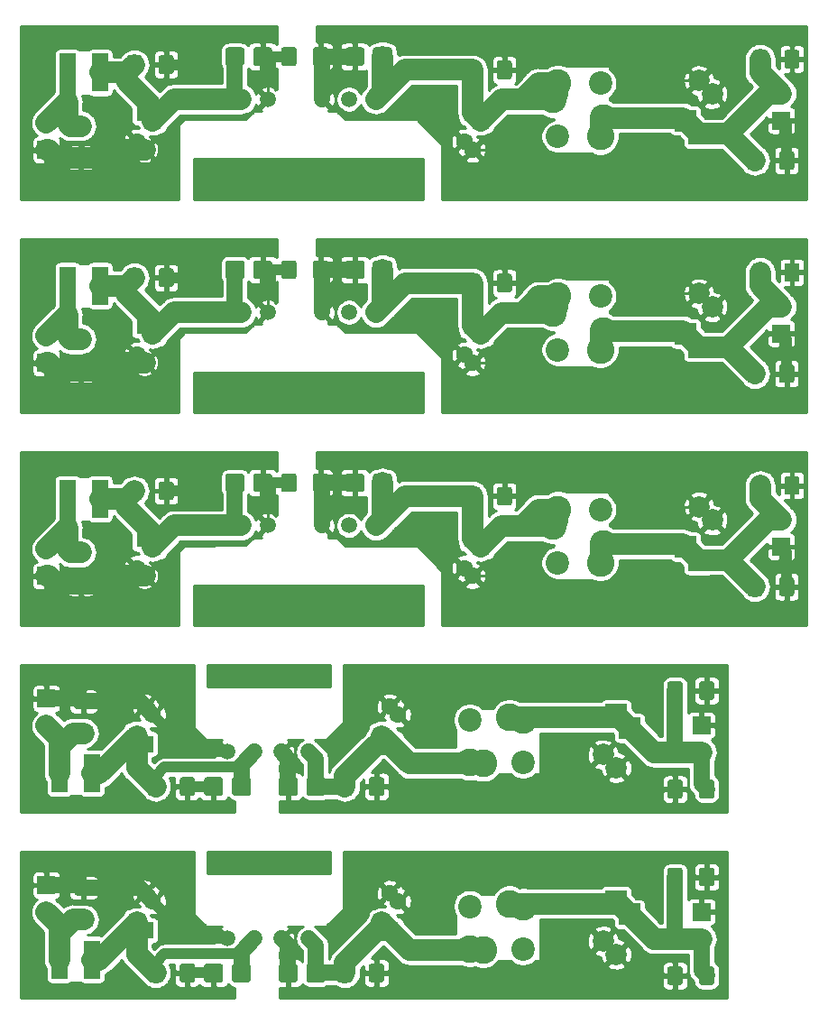
<source format=gtl>
G04 #@! TF.GenerationSoftware,KiCad,Pcbnew,(5.1.4)-1*
G04 #@! TF.CreationDate,2021-09-05T23:40:41-04:00*
G04 #@! TF.ProjectId,ground_loop_breaker,67726f75-6e64-45f6-9c6f-6f705f627265,rev?*
G04 #@! TF.SameCoordinates,Original*
G04 #@! TF.FileFunction,Copper,L1,Top*
G04 #@! TF.FilePolarity,Positive*
%FSLAX46Y46*%
G04 Gerber Fmt 4.6, Leading zero omitted, Abs format (unit mm)*
G04 Created by KiCad (PCBNEW (5.1.4)-1) date 2021-09-05 23:40:41*
%MOMM*%
%LPD*%
G04 APERTURE LIST*
%ADD10C,1.500000*%
%ADD11C,2.600000*%
%ADD12C,2.200000*%
%ADD13R,1.500000X3.600000*%
%ADD14O,1.700000X1.700000*%
%ADD15R,1.700000X1.700000*%
%ADD16C,2.000000*%
%ADD17R,2.000000X2.000000*%
%ADD18C,0.100000*%
%ADD19C,1.425000*%
%ADD20C,1.600000*%
%ADD21R,1.600000X1.600000*%
%ADD22C,1.750000*%
%ADD23C,0.800000*%
%ADD24C,2.000000*%
%ADD25C,1.500000*%
%ADD26C,1.000000*%
%ADD27C,0.250000*%
G04 APERTURE END LIST*
D10*
X102620000Y-136250000D03*
X100080000Y-136250000D03*
X97540000Y-136250000D03*
X95000000Y-136250000D03*
X108950000Y-97500000D03*
X106410000Y-97500000D03*
X103870000Y-97500000D03*
X98790000Y-97500000D03*
X96250000Y-97500000D03*
X102620000Y-118750000D03*
X100080000Y-118750000D03*
X97540000Y-118750000D03*
X95000000Y-118750000D03*
X108950000Y-77500000D03*
X106410000Y-77500000D03*
X103870000Y-77500000D03*
X98790000Y-77500000D03*
X96250000Y-77500000D03*
X108950000Y-57500000D03*
X106410000Y-57500000D03*
X103870000Y-57500000D03*
X98790000Y-57500000D03*
X96250000Y-57500000D03*
D11*
X117750000Y-137250000D03*
X122750000Y-133250000D03*
D12*
X117750000Y-133250000D03*
X122750000Y-137250000D03*
D11*
X119000000Y-137330127D03*
X121500000Y-133000000D03*
D13*
X82275000Y-138250000D03*
X79225000Y-138250000D03*
D14*
X139500000Y-136290000D03*
D15*
X139500000Y-133750000D03*
D14*
X78000000Y-133790000D03*
D15*
X78000000Y-131250000D03*
D16*
X130250000Y-136500000D03*
D17*
X132750000Y-134000000D03*
D16*
X131500000Y-137750000D03*
D17*
X131500000Y-132750000D03*
D18*
G36*
X137499504Y-138876204D02*
G01*
X137523773Y-138879804D01*
X137547571Y-138885765D01*
X137570671Y-138894030D01*
X137592849Y-138904520D01*
X137613893Y-138917133D01*
X137633598Y-138931747D01*
X137651777Y-138948223D01*
X137668253Y-138966402D01*
X137682867Y-138986107D01*
X137695480Y-139007151D01*
X137705970Y-139029329D01*
X137714235Y-139052429D01*
X137720196Y-139076227D01*
X137723796Y-139100496D01*
X137725000Y-139125000D01*
X137725000Y-140375000D01*
X137723796Y-140399504D01*
X137720196Y-140423773D01*
X137714235Y-140447571D01*
X137705970Y-140470671D01*
X137695480Y-140492849D01*
X137682867Y-140513893D01*
X137668253Y-140533598D01*
X137651777Y-140551777D01*
X137633598Y-140568253D01*
X137613893Y-140582867D01*
X137592849Y-140595480D01*
X137570671Y-140605970D01*
X137547571Y-140614235D01*
X137523773Y-140620196D01*
X137499504Y-140623796D01*
X137475000Y-140625000D01*
X136550000Y-140625000D01*
X136525496Y-140623796D01*
X136501227Y-140620196D01*
X136477429Y-140614235D01*
X136454329Y-140605970D01*
X136432151Y-140595480D01*
X136411107Y-140582867D01*
X136391402Y-140568253D01*
X136373223Y-140551777D01*
X136356747Y-140533598D01*
X136342133Y-140513893D01*
X136329520Y-140492849D01*
X136319030Y-140470671D01*
X136310765Y-140447571D01*
X136304804Y-140423773D01*
X136301204Y-140399504D01*
X136300000Y-140375000D01*
X136300000Y-139125000D01*
X136301204Y-139100496D01*
X136304804Y-139076227D01*
X136310765Y-139052429D01*
X136319030Y-139029329D01*
X136329520Y-139007151D01*
X136342133Y-138986107D01*
X136356747Y-138966402D01*
X136373223Y-138948223D01*
X136391402Y-138931747D01*
X136411107Y-138917133D01*
X136432151Y-138904520D01*
X136454329Y-138894030D01*
X136477429Y-138885765D01*
X136501227Y-138879804D01*
X136525496Y-138876204D01*
X136550000Y-138875000D01*
X137475000Y-138875000D01*
X137499504Y-138876204D01*
X137499504Y-138876204D01*
G37*
D19*
X137012500Y-139750000D03*
D18*
G36*
X140474504Y-138876204D02*
G01*
X140498773Y-138879804D01*
X140522571Y-138885765D01*
X140545671Y-138894030D01*
X140567849Y-138904520D01*
X140588893Y-138917133D01*
X140608598Y-138931747D01*
X140626777Y-138948223D01*
X140643253Y-138966402D01*
X140657867Y-138986107D01*
X140670480Y-139007151D01*
X140680970Y-139029329D01*
X140689235Y-139052429D01*
X140695196Y-139076227D01*
X140698796Y-139100496D01*
X140700000Y-139125000D01*
X140700000Y-140375000D01*
X140698796Y-140399504D01*
X140695196Y-140423773D01*
X140689235Y-140447571D01*
X140680970Y-140470671D01*
X140670480Y-140492849D01*
X140657867Y-140513893D01*
X140643253Y-140533598D01*
X140626777Y-140551777D01*
X140608598Y-140568253D01*
X140588893Y-140582867D01*
X140567849Y-140595480D01*
X140545671Y-140605970D01*
X140522571Y-140614235D01*
X140498773Y-140620196D01*
X140474504Y-140623796D01*
X140450000Y-140625000D01*
X139525000Y-140625000D01*
X139500496Y-140623796D01*
X139476227Y-140620196D01*
X139452429Y-140614235D01*
X139429329Y-140605970D01*
X139407151Y-140595480D01*
X139386107Y-140582867D01*
X139366402Y-140568253D01*
X139348223Y-140551777D01*
X139331747Y-140533598D01*
X139317133Y-140513893D01*
X139304520Y-140492849D01*
X139294030Y-140470671D01*
X139285765Y-140447571D01*
X139279804Y-140423773D01*
X139276204Y-140399504D01*
X139275000Y-140375000D01*
X139275000Y-139125000D01*
X139276204Y-139100496D01*
X139279804Y-139076227D01*
X139285765Y-139052429D01*
X139294030Y-139029329D01*
X139304520Y-139007151D01*
X139317133Y-138986107D01*
X139331747Y-138966402D01*
X139348223Y-138948223D01*
X139366402Y-138931747D01*
X139386107Y-138917133D01*
X139407151Y-138904520D01*
X139429329Y-138894030D01*
X139452429Y-138885765D01*
X139476227Y-138879804D01*
X139500496Y-138876204D01*
X139525000Y-138875000D01*
X140450000Y-138875000D01*
X140474504Y-138876204D01*
X140474504Y-138876204D01*
G37*
D19*
X139987500Y-139750000D03*
D18*
G36*
X140474504Y-129626204D02*
G01*
X140498773Y-129629804D01*
X140522571Y-129635765D01*
X140545671Y-129644030D01*
X140567849Y-129654520D01*
X140588893Y-129667133D01*
X140608598Y-129681747D01*
X140626777Y-129698223D01*
X140643253Y-129716402D01*
X140657867Y-129736107D01*
X140670480Y-129757151D01*
X140680970Y-129779329D01*
X140689235Y-129802429D01*
X140695196Y-129826227D01*
X140698796Y-129850496D01*
X140700000Y-129875000D01*
X140700000Y-131125000D01*
X140698796Y-131149504D01*
X140695196Y-131173773D01*
X140689235Y-131197571D01*
X140680970Y-131220671D01*
X140670480Y-131242849D01*
X140657867Y-131263893D01*
X140643253Y-131283598D01*
X140626777Y-131301777D01*
X140608598Y-131318253D01*
X140588893Y-131332867D01*
X140567849Y-131345480D01*
X140545671Y-131355970D01*
X140522571Y-131364235D01*
X140498773Y-131370196D01*
X140474504Y-131373796D01*
X140450000Y-131375000D01*
X139525000Y-131375000D01*
X139500496Y-131373796D01*
X139476227Y-131370196D01*
X139452429Y-131364235D01*
X139429329Y-131355970D01*
X139407151Y-131345480D01*
X139386107Y-131332867D01*
X139366402Y-131318253D01*
X139348223Y-131301777D01*
X139331747Y-131283598D01*
X139317133Y-131263893D01*
X139304520Y-131242849D01*
X139294030Y-131220671D01*
X139285765Y-131197571D01*
X139279804Y-131173773D01*
X139276204Y-131149504D01*
X139275000Y-131125000D01*
X139275000Y-129875000D01*
X139276204Y-129850496D01*
X139279804Y-129826227D01*
X139285765Y-129802429D01*
X139294030Y-129779329D01*
X139304520Y-129757151D01*
X139317133Y-129736107D01*
X139331747Y-129716402D01*
X139348223Y-129698223D01*
X139366402Y-129681747D01*
X139386107Y-129667133D01*
X139407151Y-129654520D01*
X139429329Y-129644030D01*
X139452429Y-129635765D01*
X139476227Y-129629804D01*
X139500496Y-129626204D01*
X139525000Y-129625000D01*
X140450000Y-129625000D01*
X140474504Y-129626204D01*
X140474504Y-129626204D01*
G37*
D19*
X139987500Y-130500000D03*
D18*
G36*
X137499504Y-129626204D02*
G01*
X137523773Y-129629804D01*
X137547571Y-129635765D01*
X137570671Y-129644030D01*
X137592849Y-129654520D01*
X137613893Y-129667133D01*
X137633598Y-129681747D01*
X137651777Y-129698223D01*
X137668253Y-129716402D01*
X137682867Y-129736107D01*
X137695480Y-129757151D01*
X137705970Y-129779329D01*
X137714235Y-129802429D01*
X137720196Y-129826227D01*
X137723796Y-129850496D01*
X137725000Y-129875000D01*
X137725000Y-131125000D01*
X137723796Y-131149504D01*
X137720196Y-131173773D01*
X137714235Y-131197571D01*
X137705970Y-131220671D01*
X137695480Y-131242849D01*
X137682867Y-131263893D01*
X137668253Y-131283598D01*
X137651777Y-131301777D01*
X137633598Y-131318253D01*
X137613893Y-131332867D01*
X137592849Y-131345480D01*
X137570671Y-131355970D01*
X137547571Y-131364235D01*
X137523773Y-131370196D01*
X137499504Y-131373796D01*
X137475000Y-131375000D01*
X136550000Y-131375000D01*
X136525496Y-131373796D01*
X136501227Y-131370196D01*
X136477429Y-131364235D01*
X136454329Y-131355970D01*
X136432151Y-131345480D01*
X136411107Y-131332867D01*
X136391402Y-131318253D01*
X136373223Y-131301777D01*
X136356747Y-131283598D01*
X136342133Y-131263893D01*
X136329520Y-131242849D01*
X136319030Y-131220671D01*
X136310765Y-131197571D01*
X136304804Y-131173773D01*
X136301204Y-131149504D01*
X136300000Y-131125000D01*
X136300000Y-129875000D01*
X136301204Y-129850496D01*
X136304804Y-129826227D01*
X136310765Y-129802429D01*
X136319030Y-129779329D01*
X136329520Y-129757151D01*
X136342133Y-129736107D01*
X136356747Y-129716402D01*
X136373223Y-129698223D01*
X136391402Y-129681747D01*
X136411107Y-129667133D01*
X136432151Y-129654520D01*
X136454329Y-129644030D01*
X136477429Y-129635765D01*
X136501227Y-129629804D01*
X136525496Y-129626204D01*
X136550000Y-129625000D01*
X137475000Y-129625000D01*
X137499504Y-129626204D01*
X137499504Y-129626204D01*
G37*
D19*
X137012500Y-130500000D03*
D20*
X111000000Y-132750000D03*
D21*
X109500000Y-134750000D03*
X110250000Y-135500000D03*
D20*
X110250000Y-132000000D03*
D21*
X110250000Y-135500000D03*
D18*
G36*
X109474504Y-138626204D02*
G01*
X109498773Y-138629804D01*
X109522571Y-138635765D01*
X109545671Y-138644030D01*
X109567849Y-138654520D01*
X109588893Y-138667133D01*
X109608598Y-138681747D01*
X109626777Y-138698223D01*
X109643253Y-138716402D01*
X109657867Y-138736107D01*
X109670480Y-138757151D01*
X109680970Y-138779329D01*
X109689235Y-138802429D01*
X109695196Y-138826227D01*
X109698796Y-138850496D01*
X109700000Y-138875000D01*
X109700000Y-140125000D01*
X109698796Y-140149504D01*
X109695196Y-140173773D01*
X109689235Y-140197571D01*
X109680970Y-140220671D01*
X109670480Y-140242849D01*
X109657867Y-140263893D01*
X109643253Y-140283598D01*
X109626777Y-140301777D01*
X109608598Y-140318253D01*
X109588893Y-140332867D01*
X109567849Y-140345480D01*
X109545671Y-140355970D01*
X109522571Y-140364235D01*
X109498773Y-140370196D01*
X109474504Y-140373796D01*
X109450000Y-140375000D01*
X108525000Y-140375000D01*
X108500496Y-140373796D01*
X108476227Y-140370196D01*
X108452429Y-140364235D01*
X108429329Y-140355970D01*
X108407151Y-140345480D01*
X108386107Y-140332867D01*
X108366402Y-140318253D01*
X108348223Y-140301777D01*
X108331747Y-140283598D01*
X108317133Y-140263893D01*
X108304520Y-140242849D01*
X108294030Y-140220671D01*
X108285765Y-140197571D01*
X108279804Y-140173773D01*
X108276204Y-140149504D01*
X108275000Y-140125000D01*
X108275000Y-138875000D01*
X108276204Y-138850496D01*
X108279804Y-138826227D01*
X108285765Y-138802429D01*
X108294030Y-138779329D01*
X108304520Y-138757151D01*
X108317133Y-138736107D01*
X108331747Y-138716402D01*
X108348223Y-138698223D01*
X108366402Y-138681747D01*
X108386107Y-138667133D01*
X108407151Y-138654520D01*
X108429329Y-138644030D01*
X108452429Y-138635765D01*
X108476227Y-138629804D01*
X108500496Y-138626204D01*
X108525000Y-138625000D01*
X109450000Y-138625000D01*
X109474504Y-138626204D01*
X109474504Y-138626204D01*
G37*
D19*
X108987500Y-139500000D03*
D18*
G36*
X106499504Y-138626204D02*
G01*
X106523773Y-138629804D01*
X106547571Y-138635765D01*
X106570671Y-138644030D01*
X106592849Y-138654520D01*
X106613893Y-138667133D01*
X106633598Y-138681747D01*
X106651777Y-138698223D01*
X106668253Y-138716402D01*
X106682867Y-138736107D01*
X106695480Y-138757151D01*
X106705970Y-138779329D01*
X106714235Y-138802429D01*
X106720196Y-138826227D01*
X106723796Y-138850496D01*
X106725000Y-138875000D01*
X106725000Y-140125000D01*
X106723796Y-140149504D01*
X106720196Y-140173773D01*
X106714235Y-140197571D01*
X106705970Y-140220671D01*
X106695480Y-140242849D01*
X106682867Y-140263893D01*
X106668253Y-140283598D01*
X106651777Y-140301777D01*
X106633598Y-140318253D01*
X106613893Y-140332867D01*
X106592849Y-140345480D01*
X106570671Y-140355970D01*
X106547571Y-140364235D01*
X106523773Y-140370196D01*
X106499504Y-140373796D01*
X106475000Y-140375000D01*
X105550000Y-140375000D01*
X105525496Y-140373796D01*
X105501227Y-140370196D01*
X105477429Y-140364235D01*
X105454329Y-140355970D01*
X105432151Y-140345480D01*
X105411107Y-140332867D01*
X105391402Y-140318253D01*
X105373223Y-140301777D01*
X105356747Y-140283598D01*
X105342133Y-140263893D01*
X105329520Y-140242849D01*
X105319030Y-140220671D01*
X105310765Y-140197571D01*
X105304804Y-140173773D01*
X105301204Y-140149504D01*
X105300000Y-140125000D01*
X105300000Y-138875000D01*
X105301204Y-138850496D01*
X105304804Y-138826227D01*
X105310765Y-138802429D01*
X105319030Y-138779329D01*
X105329520Y-138757151D01*
X105342133Y-138736107D01*
X105356747Y-138716402D01*
X105373223Y-138698223D01*
X105391402Y-138681747D01*
X105411107Y-138667133D01*
X105432151Y-138654520D01*
X105454329Y-138644030D01*
X105477429Y-138635765D01*
X105501227Y-138629804D01*
X105525496Y-138626204D01*
X105550000Y-138625000D01*
X106475000Y-138625000D01*
X106499504Y-138626204D01*
X106499504Y-138626204D01*
G37*
D19*
X106012500Y-139500000D03*
D18*
G36*
X101323768Y-138626475D02*
G01*
X101353496Y-138630885D01*
X101382650Y-138638187D01*
X101410947Y-138648312D01*
X101438115Y-138661162D01*
X101463893Y-138676612D01*
X101488033Y-138694516D01*
X101510301Y-138714699D01*
X101530484Y-138736967D01*
X101548388Y-138761107D01*
X101563838Y-138786885D01*
X101576688Y-138814053D01*
X101586813Y-138842350D01*
X101594115Y-138871504D01*
X101598525Y-138901232D01*
X101600000Y-138931250D01*
X101600000Y-140068750D01*
X101598525Y-140098768D01*
X101594115Y-140128496D01*
X101586813Y-140157650D01*
X101576688Y-140185947D01*
X101563838Y-140213115D01*
X101548388Y-140238893D01*
X101530484Y-140263033D01*
X101510301Y-140285301D01*
X101488033Y-140305484D01*
X101463893Y-140323388D01*
X101438115Y-140338838D01*
X101410947Y-140351688D01*
X101382650Y-140361813D01*
X101353496Y-140369115D01*
X101323768Y-140373525D01*
X101293750Y-140375000D01*
X100106250Y-140375000D01*
X100076232Y-140373525D01*
X100046504Y-140369115D01*
X100017350Y-140361813D01*
X99989053Y-140351688D01*
X99961885Y-140338838D01*
X99936107Y-140323388D01*
X99911967Y-140305484D01*
X99889699Y-140285301D01*
X99869516Y-140263033D01*
X99851612Y-140238893D01*
X99836162Y-140213115D01*
X99823312Y-140185947D01*
X99813187Y-140157650D01*
X99805885Y-140128496D01*
X99801475Y-140098768D01*
X99800000Y-140068750D01*
X99800000Y-138931250D01*
X99801475Y-138901232D01*
X99805885Y-138871504D01*
X99813187Y-138842350D01*
X99823312Y-138814053D01*
X99836162Y-138786885D01*
X99851612Y-138761107D01*
X99869516Y-138736967D01*
X99889699Y-138714699D01*
X99911967Y-138694516D01*
X99936107Y-138676612D01*
X99961885Y-138661162D01*
X99989053Y-138648312D01*
X100017350Y-138638187D01*
X100046504Y-138630885D01*
X100076232Y-138626475D01*
X100106250Y-138625000D01*
X101293750Y-138625000D01*
X101323768Y-138626475D01*
X101323768Y-138626475D01*
G37*
D22*
X100700000Y-139500000D03*
D18*
G36*
X103923768Y-138626475D02*
G01*
X103953496Y-138630885D01*
X103982650Y-138638187D01*
X104010947Y-138648312D01*
X104038115Y-138661162D01*
X104063893Y-138676612D01*
X104088033Y-138694516D01*
X104110301Y-138714699D01*
X104130484Y-138736967D01*
X104148388Y-138761107D01*
X104163838Y-138786885D01*
X104176688Y-138814053D01*
X104186813Y-138842350D01*
X104194115Y-138871504D01*
X104198525Y-138901232D01*
X104200000Y-138931250D01*
X104200000Y-140068750D01*
X104198525Y-140098768D01*
X104194115Y-140128496D01*
X104186813Y-140157650D01*
X104176688Y-140185947D01*
X104163838Y-140213115D01*
X104148388Y-140238893D01*
X104130484Y-140263033D01*
X104110301Y-140285301D01*
X104088033Y-140305484D01*
X104063893Y-140323388D01*
X104038115Y-140338838D01*
X104010947Y-140351688D01*
X103982650Y-140361813D01*
X103953496Y-140369115D01*
X103923768Y-140373525D01*
X103893750Y-140375000D01*
X102706250Y-140375000D01*
X102676232Y-140373525D01*
X102646504Y-140369115D01*
X102617350Y-140361813D01*
X102589053Y-140351688D01*
X102561885Y-140338838D01*
X102536107Y-140323388D01*
X102511967Y-140305484D01*
X102489699Y-140285301D01*
X102469516Y-140263033D01*
X102451612Y-140238893D01*
X102436162Y-140213115D01*
X102423312Y-140185947D01*
X102413187Y-140157650D01*
X102405885Y-140128496D01*
X102401475Y-140098768D01*
X102400000Y-140068750D01*
X102400000Y-138931250D01*
X102401475Y-138901232D01*
X102405885Y-138871504D01*
X102413187Y-138842350D01*
X102423312Y-138814053D01*
X102436162Y-138786885D01*
X102451612Y-138761107D01*
X102469516Y-138736967D01*
X102489699Y-138714699D01*
X102511967Y-138694516D01*
X102536107Y-138676612D01*
X102561885Y-138661162D01*
X102589053Y-138648312D01*
X102617350Y-138638187D01*
X102646504Y-138630885D01*
X102676232Y-138626475D01*
X102706250Y-138625000D01*
X103893750Y-138625000D01*
X103923768Y-138626475D01*
X103923768Y-138626475D01*
G37*
D22*
X103300000Y-139500000D03*
D18*
G36*
X94323768Y-138626475D02*
G01*
X94353496Y-138630885D01*
X94382650Y-138638187D01*
X94410947Y-138648312D01*
X94438115Y-138661162D01*
X94463893Y-138676612D01*
X94488033Y-138694516D01*
X94510301Y-138714699D01*
X94530484Y-138736967D01*
X94548388Y-138761107D01*
X94563838Y-138786885D01*
X94576688Y-138814053D01*
X94586813Y-138842350D01*
X94594115Y-138871504D01*
X94598525Y-138901232D01*
X94600000Y-138931250D01*
X94600000Y-140068750D01*
X94598525Y-140098768D01*
X94594115Y-140128496D01*
X94586813Y-140157650D01*
X94576688Y-140185947D01*
X94563838Y-140213115D01*
X94548388Y-140238893D01*
X94530484Y-140263033D01*
X94510301Y-140285301D01*
X94488033Y-140305484D01*
X94463893Y-140323388D01*
X94438115Y-140338838D01*
X94410947Y-140351688D01*
X94382650Y-140361813D01*
X94353496Y-140369115D01*
X94323768Y-140373525D01*
X94293750Y-140375000D01*
X93106250Y-140375000D01*
X93076232Y-140373525D01*
X93046504Y-140369115D01*
X93017350Y-140361813D01*
X92989053Y-140351688D01*
X92961885Y-140338838D01*
X92936107Y-140323388D01*
X92911967Y-140305484D01*
X92889699Y-140285301D01*
X92869516Y-140263033D01*
X92851612Y-140238893D01*
X92836162Y-140213115D01*
X92823312Y-140185947D01*
X92813187Y-140157650D01*
X92805885Y-140128496D01*
X92801475Y-140098768D01*
X92800000Y-140068750D01*
X92800000Y-138931250D01*
X92801475Y-138901232D01*
X92805885Y-138871504D01*
X92813187Y-138842350D01*
X92823312Y-138814053D01*
X92836162Y-138786885D01*
X92851612Y-138761107D01*
X92869516Y-138736967D01*
X92889699Y-138714699D01*
X92911967Y-138694516D01*
X92936107Y-138676612D01*
X92961885Y-138661162D01*
X92989053Y-138648312D01*
X93017350Y-138638187D01*
X93046504Y-138630885D01*
X93076232Y-138626475D01*
X93106250Y-138625000D01*
X94293750Y-138625000D01*
X94323768Y-138626475D01*
X94323768Y-138626475D01*
G37*
D22*
X93700000Y-139500000D03*
D18*
G36*
X96923768Y-138626475D02*
G01*
X96953496Y-138630885D01*
X96982650Y-138638187D01*
X97010947Y-138648312D01*
X97038115Y-138661162D01*
X97063893Y-138676612D01*
X97088033Y-138694516D01*
X97110301Y-138714699D01*
X97130484Y-138736967D01*
X97148388Y-138761107D01*
X97163838Y-138786885D01*
X97176688Y-138814053D01*
X97186813Y-138842350D01*
X97194115Y-138871504D01*
X97198525Y-138901232D01*
X97200000Y-138931250D01*
X97200000Y-140068750D01*
X97198525Y-140098768D01*
X97194115Y-140128496D01*
X97186813Y-140157650D01*
X97176688Y-140185947D01*
X97163838Y-140213115D01*
X97148388Y-140238893D01*
X97130484Y-140263033D01*
X97110301Y-140285301D01*
X97088033Y-140305484D01*
X97063893Y-140323388D01*
X97038115Y-140338838D01*
X97010947Y-140351688D01*
X96982650Y-140361813D01*
X96953496Y-140369115D01*
X96923768Y-140373525D01*
X96893750Y-140375000D01*
X95706250Y-140375000D01*
X95676232Y-140373525D01*
X95646504Y-140369115D01*
X95617350Y-140361813D01*
X95589053Y-140351688D01*
X95561885Y-140338838D01*
X95536107Y-140323388D01*
X95511967Y-140305484D01*
X95489699Y-140285301D01*
X95469516Y-140263033D01*
X95451612Y-140238893D01*
X95436162Y-140213115D01*
X95423312Y-140185947D01*
X95413187Y-140157650D01*
X95405885Y-140128496D01*
X95401475Y-140098768D01*
X95400000Y-140068750D01*
X95400000Y-138931250D01*
X95401475Y-138901232D01*
X95405885Y-138871504D01*
X95413187Y-138842350D01*
X95423312Y-138814053D01*
X95436162Y-138786885D01*
X95451612Y-138761107D01*
X95469516Y-138736967D01*
X95489699Y-138714699D01*
X95511967Y-138694516D01*
X95536107Y-138676612D01*
X95561885Y-138661162D01*
X95589053Y-138648312D01*
X95617350Y-138638187D01*
X95646504Y-138630885D01*
X95676232Y-138626475D01*
X95706250Y-138625000D01*
X96893750Y-138625000D01*
X96923768Y-138626475D01*
X96923768Y-138626475D01*
G37*
D22*
X96300000Y-139500000D03*
D18*
G36*
X91724504Y-138626204D02*
G01*
X91748773Y-138629804D01*
X91772571Y-138635765D01*
X91795671Y-138644030D01*
X91817849Y-138654520D01*
X91838893Y-138667133D01*
X91858598Y-138681747D01*
X91876777Y-138698223D01*
X91893253Y-138716402D01*
X91907867Y-138736107D01*
X91920480Y-138757151D01*
X91930970Y-138779329D01*
X91939235Y-138802429D01*
X91945196Y-138826227D01*
X91948796Y-138850496D01*
X91950000Y-138875000D01*
X91950000Y-140125000D01*
X91948796Y-140149504D01*
X91945196Y-140173773D01*
X91939235Y-140197571D01*
X91930970Y-140220671D01*
X91920480Y-140242849D01*
X91907867Y-140263893D01*
X91893253Y-140283598D01*
X91876777Y-140301777D01*
X91858598Y-140318253D01*
X91838893Y-140332867D01*
X91817849Y-140345480D01*
X91795671Y-140355970D01*
X91772571Y-140364235D01*
X91748773Y-140370196D01*
X91724504Y-140373796D01*
X91700000Y-140375000D01*
X90775000Y-140375000D01*
X90750496Y-140373796D01*
X90726227Y-140370196D01*
X90702429Y-140364235D01*
X90679329Y-140355970D01*
X90657151Y-140345480D01*
X90636107Y-140332867D01*
X90616402Y-140318253D01*
X90598223Y-140301777D01*
X90581747Y-140283598D01*
X90567133Y-140263893D01*
X90554520Y-140242849D01*
X90544030Y-140220671D01*
X90535765Y-140197571D01*
X90529804Y-140173773D01*
X90526204Y-140149504D01*
X90525000Y-140125000D01*
X90525000Y-138875000D01*
X90526204Y-138850496D01*
X90529804Y-138826227D01*
X90535765Y-138802429D01*
X90544030Y-138779329D01*
X90554520Y-138757151D01*
X90567133Y-138736107D01*
X90581747Y-138716402D01*
X90598223Y-138698223D01*
X90616402Y-138681747D01*
X90636107Y-138667133D01*
X90657151Y-138654520D01*
X90679329Y-138644030D01*
X90702429Y-138635765D01*
X90726227Y-138629804D01*
X90750496Y-138626204D01*
X90775000Y-138625000D01*
X91700000Y-138625000D01*
X91724504Y-138626204D01*
X91724504Y-138626204D01*
G37*
D19*
X91237500Y-139500000D03*
D18*
G36*
X88749504Y-138626204D02*
G01*
X88773773Y-138629804D01*
X88797571Y-138635765D01*
X88820671Y-138644030D01*
X88842849Y-138654520D01*
X88863893Y-138667133D01*
X88883598Y-138681747D01*
X88901777Y-138698223D01*
X88918253Y-138716402D01*
X88932867Y-138736107D01*
X88945480Y-138757151D01*
X88955970Y-138779329D01*
X88964235Y-138802429D01*
X88970196Y-138826227D01*
X88973796Y-138850496D01*
X88975000Y-138875000D01*
X88975000Y-140125000D01*
X88973796Y-140149504D01*
X88970196Y-140173773D01*
X88964235Y-140197571D01*
X88955970Y-140220671D01*
X88945480Y-140242849D01*
X88932867Y-140263893D01*
X88918253Y-140283598D01*
X88901777Y-140301777D01*
X88883598Y-140318253D01*
X88863893Y-140332867D01*
X88842849Y-140345480D01*
X88820671Y-140355970D01*
X88797571Y-140364235D01*
X88773773Y-140370196D01*
X88749504Y-140373796D01*
X88725000Y-140375000D01*
X87800000Y-140375000D01*
X87775496Y-140373796D01*
X87751227Y-140370196D01*
X87727429Y-140364235D01*
X87704329Y-140355970D01*
X87682151Y-140345480D01*
X87661107Y-140332867D01*
X87641402Y-140318253D01*
X87623223Y-140301777D01*
X87606747Y-140283598D01*
X87592133Y-140263893D01*
X87579520Y-140242849D01*
X87569030Y-140220671D01*
X87560765Y-140197571D01*
X87554804Y-140173773D01*
X87551204Y-140149504D01*
X87550000Y-140125000D01*
X87550000Y-138875000D01*
X87551204Y-138850496D01*
X87554804Y-138826227D01*
X87560765Y-138802429D01*
X87569030Y-138779329D01*
X87579520Y-138757151D01*
X87592133Y-138736107D01*
X87606747Y-138716402D01*
X87623223Y-138698223D01*
X87641402Y-138681747D01*
X87661107Y-138667133D01*
X87682151Y-138654520D01*
X87704329Y-138644030D01*
X87727429Y-138635765D01*
X87751227Y-138629804D01*
X87775496Y-138626204D01*
X87800000Y-138625000D01*
X88725000Y-138625000D01*
X88749504Y-138626204D01*
X88749504Y-138626204D01*
G37*
D19*
X88262500Y-139500000D03*
D20*
X88000000Y-132750000D03*
D21*
X86500000Y-134750000D03*
X87250000Y-135500000D03*
D20*
X87250000Y-132000000D03*
D21*
X87250000Y-135500000D03*
D18*
G36*
X82149504Y-130801204D02*
G01*
X82173773Y-130804804D01*
X82197571Y-130810765D01*
X82220671Y-130819030D01*
X82242849Y-130829520D01*
X82263893Y-130842133D01*
X82283598Y-130856747D01*
X82301777Y-130873223D01*
X82318253Y-130891402D01*
X82332867Y-130911107D01*
X82345480Y-130932151D01*
X82355970Y-130954329D01*
X82364235Y-130977429D01*
X82370196Y-131001227D01*
X82373796Y-131025496D01*
X82375000Y-131050000D01*
X82375000Y-131975000D01*
X82373796Y-131999504D01*
X82370196Y-132023773D01*
X82364235Y-132047571D01*
X82355970Y-132070671D01*
X82345480Y-132092849D01*
X82332867Y-132113893D01*
X82318253Y-132133598D01*
X82301777Y-132151777D01*
X82283598Y-132168253D01*
X82263893Y-132182867D01*
X82242849Y-132195480D01*
X82220671Y-132205970D01*
X82197571Y-132214235D01*
X82173773Y-132220196D01*
X82149504Y-132223796D01*
X82125000Y-132225000D01*
X80875000Y-132225000D01*
X80850496Y-132223796D01*
X80826227Y-132220196D01*
X80802429Y-132214235D01*
X80779329Y-132205970D01*
X80757151Y-132195480D01*
X80736107Y-132182867D01*
X80716402Y-132168253D01*
X80698223Y-132151777D01*
X80681747Y-132133598D01*
X80667133Y-132113893D01*
X80654520Y-132092849D01*
X80644030Y-132070671D01*
X80635765Y-132047571D01*
X80629804Y-132023773D01*
X80626204Y-131999504D01*
X80625000Y-131975000D01*
X80625000Y-131050000D01*
X80626204Y-131025496D01*
X80629804Y-131001227D01*
X80635765Y-130977429D01*
X80644030Y-130954329D01*
X80654520Y-130932151D01*
X80667133Y-130911107D01*
X80681747Y-130891402D01*
X80698223Y-130873223D01*
X80716402Y-130856747D01*
X80736107Y-130842133D01*
X80757151Y-130829520D01*
X80779329Y-130819030D01*
X80802429Y-130810765D01*
X80826227Y-130804804D01*
X80850496Y-130801204D01*
X80875000Y-130800000D01*
X82125000Y-130800000D01*
X82149504Y-130801204D01*
X82149504Y-130801204D01*
G37*
D19*
X81500000Y-131512500D03*
D18*
G36*
X82149504Y-133776204D02*
G01*
X82173773Y-133779804D01*
X82197571Y-133785765D01*
X82220671Y-133794030D01*
X82242849Y-133804520D01*
X82263893Y-133817133D01*
X82283598Y-133831747D01*
X82301777Y-133848223D01*
X82318253Y-133866402D01*
X82332867Y-133886107D01*
X82345480Y-133907151D01*
X82355970Y-133929329D01*
X82364235Y-133952429D01*
X82370196Y-133976227D01*
X82373796Y-134000496D01*
X82375000Y-134025000D01*
X82375000Y-134950000D01*
X82373796Y-134974504D01*
X82370196Y-134998773D01*
X82364235Y-135022571D01*
X82355970Y-135045671D01*
X82345480Y-135067849D01*
X82332867Y-135088893D01*
X82318253Y-135108598D01*
X82301777Y-135126777D01*
X82283598Y-135143253D01*
X82263893Y-135157867D01*
X82242849Y-135170480D01*
X82220671Y-135180970D01*
X82197571Y-135189235D01*
X82173773Y-135195196D01*
X82149504Y-135198796D01*
X82125000Y-135200000D01*
X80875000Y-135200000D01*
X80850496Y-135198796D01*
X80826227Y-135195196D01*
X80802429Y-135189235D01*
X80779329Y-135180970D01*
X80757151Y-135170480D01*
X80736107Y-135157867D01*
X80716402Y-135143253D01*
X80698223Y-135126777D01*
X80681747Y-135108598D01*
X80667133Y-135088893D01*
X80654520Y-135067849D01*
X80644030Y-135045671D01*
X80635765Y-135022571D01*
X80629804Y-134998773D01*
X80626204Y-134974504D01*
X80625000Y-134950000D01*
X80625000Y-134025000D01*
X80626204Y-134000496D01*
X80629804Y-133976227D01*
X80635765Y-133952429D01*
X80644030Y-133929329D01*
X80654520Y-133907151D01*
X80667133Y-133886107D01*
X80681747Y-133866402D01*
X80698223Y-133848223D01*
X80716402Y-133831747D01*
X80736107Y-133817133D01*
X80757151Y-133804520D01*
X80779329Y-133794030D01*
X80802429Y-133785765D01*
X80826227Y-133779804D01*
X80850496Y-133776204D01*
X80875000Y-133775000D01*
X82125000Y-133775000D01*
X82149504Y-133776204D01*
X82149504Y-133776204D01*
G37*
D19*
X81500000Y-134487500D03*
D11*
X126000000Y-96000000D03*
X130000000Y-101000000D03*
D12*
X130000000Y-96000000D03*
X126000000Y-101000000D03*
D11*
X125551537Y-97539899D03*
X130250000Y-99250000D03*
D13*
X83025000Y-95000000D03*
X79975000Y-95000000D03*
D11*
X126000000Y-76000000D03*
X130000000Y-81000000D03*
D12*
X130000000Y-76000000D03*
X126000000Y-81000000D03*
D11*
X125551537Y-77539899D03*
X130250000Y-79250000D03*
D13*
X83025000Y-75000000D03*
X79975000Y-75000000D03*
D14*
X147000000Y-96960000D03*
D15*
X147000000Y-99500000D03*
D14*
X78000000Y-99710000D03*
D15*
X78000000Y-102250000D03*
D14*
X147000000Y-76960000D03*
D15*
X147000000Y-79500000D03*
D14*
X78000000Y-79710000D03*
D15*
X78000000Y-82250000D03*
D16*
X140500000Y-97000000D03*
D17*
X138000000Y-99500000D03*
D16*
X139250000Y-95750000D03*
D17*
X139250000Y-100750000D03*
D18*
G36*
X148474504Y-92876204D02*
G01*
X148498773Y-92879804D01*
X148522571Y-92885765D01*
X148545671Y-92894030D01*
X148567849Y-92904520D01*
X148588893Y-92917133D01*
X148608598Y-92931747D01*
X148626777Y-92948223D01*
X148643253Y-92966402D01*
X148657867Y-92986107D01*
X148670480Y-93007151D01*
X148680970Y-93029329D01*
X148689235Y-93052429D01*
X148695196Y-93076227D01*
X148698796Y-93100496D01*
X148700000Y-93125000D01*
X148700000Y-94375000D01*
X148698796Y-94399504D01*
X148695196Y-94423773D01*
X148689235Y-94447571D01*
X148680970Y-94470671D01*
X148670480Y-94492849D01*
X148657867Y-94513893D01*
X148643253Y-94533598D01*
X148626777Y-94551777D01*
X148608598Y-94568253D01*
X148588893Y-94582867D01*
X148567849Y-94595480D01*
X148545671Y-94605970D01*
X148522571Y-94614235D01*
X148498773Y-94620196D01*
X148474504Y-94623796D01*
X148450000Y-94625000D01*
X147525000Y-94625000D01*
X147500496Y-94623796D01*
X147476227Y-94620196D01*
X147452429Y-94614235D01*
X147429329Y-94605970D01*
X147407151Y-94595480D01*
X147386107Y-94582867D01*
X147366402Y-94568253D01*
X147348223Y-94551777D01*
X147331747Y-94533598D01*
X147317133Y-94513893D01*
X147304520Y-94492849D01*
X147294030Y-94470671D01*
X147285765Y-94447571D01*
X147279804Y-94423773D01*
X147276204Y-94399504D01*
X147275000Y-94375000D01*
X147275000Y-93125000D01*
X147276204Y-93100496D01*
X147279804Y-93076227D01*
X147285765Y-93052429D01*
X147294030Y-93029329D01*
X147304520Y-93007151D01*
X147317133Y-92986107D01*
X147331747Y-92966402D01*
X147348223Y-92948223D01*
X147366402Y-92931747D01*
X147386107Y-92917133D01*
X147407151Y-92904520D01*
X147429329Y-92894030D01*
X147452429Y-92885765D01*
X147476227Y-92879804D01*
X147500496Y-92876204D01*
X147525000Y-92875000D01*
X148450000Y-92875000D01*
X148474504Y-92876204D01*
X148474504Y-92876204D01*
G37*
D19*
X147987500Y-93750000D03*
D18*
G36*
X145499504Y-92876204D02*
G01*
X145523773Y-92879804D01*
X145547571Y-92885765D01*
X145570671Y-92894030D01*
X145592849Y-92904520D01*
X145613893Y-92917133D01*
X145633598Y-92931747D01*
X145651777Y-92948223D01*
X145668253Y-92966402D01*
X145682867Y-92986107D01*
X145695480Y-93007151D01*
X145705970Y-93029329D01*
X145714235Y-93052429D01*
X145720196Y-93076227D01*
X145723796Y-93100496D01*
X145725000Y-93125000D01*
X145725000Y-94375000D01*
X145723796Y-94399504D01*
X145720196Y-94423773D01*
X145714235Y-94447571D01*
X145705970Y-94470671D01*
X145695480Y-94492849D01*
X145682867Y-94513893D01*
X145668253Y-94533598D01*
X145651777Y-94551777D01*
X145633598Y-94568253D01*
X145613893Y-94582867D01*
X145592849Y-94595480D01*
X145570671Y-94605970D01*
X145547571Y-94614235D01*
X145523773Y-94620196D01*
X145499504Y-94623796D01*
X145475000Y-94625000D01*
X144550000Y-94625000D01*
X144525496Y-94623796D01*
X144501227Y-94620196D01*
X144477429Y-94614235D01*
X144454329Y-94605970D01*
X144432151Y-94595480D01*
X144411107Y-94582867D01*
X144391402Y-94568253D01*
X144373223Y-94551777D01*
X144356747Y-94533598D01*
X144342133Y-94513893D01*
X144329520Y-94492849D01*
X144319030Y-94470671D01*
X144310765Y-94447571D01*
X144304804Y-94423773D01*
X144301204Y-94399504D01*
X144300000Y-94375000D01*
X144300000Y-93125000D01*
X144301204Y-93100496D01*
X144304804Y-93076227D01*
X144310765Y-93052429D01*
X144319030Y-93029329D01*
X144329520Y-93007151D01*
X144342133Y-92986107D01*
X144356747Y-92966402D01*
X144373223Y-92948223D01*
X144391402Y-92931747D01*
X144411107Y-92917133D01*
X144432151Y-92904520D01*
X144454329Y-92894030D01*
X144477429Y-92885765D01*
X144501227Y-92879804D01*
X144525496Y-92876204D01*
X144550000Y-92875000D01*
X145475000Y-92875000D01*
X145499504Y-92876204D01*
X145499504Y-92876204D01*
G37*
D19*
X145012500Y-93750000D03*
D18*
G36*
X147974504Y-102376204D02*
G01*
X147998773Y-102379804D01*
X148022571Y-102385765D01*
X148045671Y-102394030D01*
X148067849Y-102404520D01*
X148088893Y-102417133D01*
X148108598Y-102431747D01*
X148126777Y-102448223D01*
X148143253Y-102466402D01*
X148157867Y-102486107D01*
X148170480Y-102507151D01*
X148180970Y-102529329D01*
X148189235Y-102552429D01*
X148195196Y-102576227D01*
X148198796Y-102600496D01*
X148200000Y-102625000D01*
X148200000Y-103875000D01*
X148198796Y-103899504D01*
X148195196Y-103923773D01*
X148189235Y-103947571D01*
X148180970Y-103970671D01*
X148170480Y-103992849D01*
X148157867Y-104013893D01*
X148143253Y-104033598D01*
X148126777Y-104051777D01*
X148108598Y-104068253D01*
X148088893Y-104082867D01*
X148067849Y-104095480D01*
X148045671Y-104105970D01*
X148022571Y-104114235D01*
X147998773Y-104120196D01*
X147974504Y-104123796D01*
X147950000Y-104125000D01*
X147025000Y-104125000D01*
X147000496Y-104123796D01*
X146976227Y-104120196D01*
X146952429Y-104114235D01*
X146929329Y-104105970D01*
X146907151Y-104095480D01*
X146886107Y-104082867D01*
X146866402Y-104068253D01*
X146848223Y-104051777D01*
X146831747Y-104033598D01*
X146817133Y-104013893D01*
X146804520Y-103992849D01*
X146794030Y-103970671D01*
X146785765Y-103947571D01*
X146779804Y-103923773D01*
X146776204Y-103899504D01*
X146775000Y-103875000D01*
X146775000Y-102625000D01*
X146776204Y-102600496D01*
X146779804Y-102576227D01*
X146785765Y-102552429D01*
X146794030Y-102529329D01*
X146804520Y-102507151D01*
X146817133Y-102486107D01*
X146831747Y-102466402D01*
X146848223Y-102448223D01*
X146866402Y-102431747D01*
X146886107Y-102417133D01*
X146907151Y-102404520D01*
X146929329Y-102394030D01*
X146952429Y-102385765D01*
X146976227Y-102379804D01*
X147000496Y-102376204D01*
X147025000Y-102375000D01*
X147950000Y-102375000D01*
X147974504Y-102376204D01*
X147974504Y-102376204D01*
G37*
D19*
X147487500Y-103250000D03*
D18*
G36*
X144999504Y-102376204D02*
G01*
X145023773Y-102379804D01*
X145047571Y-102385765D01*
X145070671Y-102394030D01*
X145092849Y-102404520D01*
X145113893Y-102417133D01*
X145133598Y-102431747D01*
X145151777Y-102448223D01*
X145168253Y-102466402D01*
X145182867Y-102486107D01*
X145195480Y-102507151D01*
X145205970Y-102529329D01*
X145214235Y-102552429D01*
X145220196Y-102576227D01*
X145223796Y-102600496D01*
X145225000Y-102625000D01*
X145225000Y-103875000D01*
X145223796Y-103899504D01*
X145220196Y-103923773D01*
X145214235Y-103947571D01*
X145205970Y-103970671D01*
X145195480Y-103992849D01*
X145182867Y-104013893D01*
X145168253Y-104033598D01*
X145151777Y-104051777D01*
X145133598Y-104068253D01*
X145113893Y-104082867D01*
X145092849Y-104095480D01*
X145070671Y-104105970D01*
X145047571Y-104114235D01*
X145023773Y-104120196D01*
X144999504Y-104123796D01*
X144975000Y-104125000D01*
X144050000Y-104125000D01*
X144025496Y-104123796D01*
X144001227Y-104120196D01*
X143977429Y-104114235D01*
X143954329Y-104105970D01*
X143932151Y-104095480D01*
X143911107Y-104082867D01*
X143891402Y-104068253D01*
X143873223Y-104051777D01*
X143856747Y-104033598D01*
X143842133Y-104013893D01*
X143829520Y-103992849D01*
X143819030Y-103970671D01*
X143810765Y-103947571D01*
X143804804Y-103923773D01*
X143801204Y-103899504D01*
X143800000Y-103875000D01*
X143800000Y-102625000D01*
X143801204Y-102600496D01*
X143804804Y-102576227D01*
X143810765Y-102552429D01*
X143819030Y-102529329D01*
X143829520Y-102507151D01*
X143842133Y-102486107D01*
X143856747Y-102466402D01*
X143873223Y-102448223D01*
X143891402Y-102431747D01*
X143911107Y-102417133D01*
X143932151Y-102404520D01*
X143954329Y-102394030D01*
X143977429Y-102385765D01*
X144001227Y-102379804D01*
X144025496Y-102376204D01*
X144050000Y-102375000D01*
X144975000Y-102375000D01*
X144999504Y-102376204D01*
X144999504Y-102376204D01*
G37*
D19*
X144512500Y-103250000D03*
D20*
X117250000Y-101500000D03*
D21*
X118750000Y-99500000D03*
X118000000Y-98750000D03*
D20*
X118000000Y-102250000D03*
D21*
X118000000Y-98750000D03*
D18*
G36*
X121474504Y-93876204D02*
G01*
X121498773Y-93879804D01*
X121522571Y-93885765D01*
X121545671Y-93894030D01*
X121567849Y-93904520D01*
X121588893Y-93917133D01*
X121608598Y-93931747D01*
X121626777Y-93948223D01*
X121643253Y-93966402D01*
X121657867Y-93986107D01*
X121670480Y-94007151D01*
X121680970Y-94029329D01*
X121689235Y-94052429D01*
X121695196Y-94076227D01*
X121698796Y-94100496D01*
X121700000Y-94125000D01*
X121700000Y-95375000D01*
X121698796Y-95399504D01*
X121695196Y-95423773D01*
X121689235Y-95447571D01*
X121680970Y-95470671D01*
X121670480Y-95492849D01*
X121657867Y-95513893D01*
X121643253Y-95533598D01*
X121626777Y-95551777D01*
X121608598Y-95568253D01*
X121588893Y-95582867D01*
X121567849Y-95595480D01*
X121545671Y-95605970D01*
X121522571Y-95614235D01*
X121498773Y-95620196D01*
X121474504Y-95623796D01*
X121450000Y-95625000D01*
X120525000Y-95625000D01*
X120500496Y-95623796D01*
X120476227Y-95620196D01*
X120452429Y-95614235D01*
X120429329Y-95605970D01*
X120407151Y-95595480D01*
X120386107Y-95582867D01*
X120366402Y-95568253D01*
X120348223Y-95551777D01*
X120331747Y-95533598D01*
X120317133Y-95513893D01*
X120304520Y-95492849D01*
X120294030Y-95470671D01*
X120285765Y-95447571D01*
X120279804Y-95423773D01*
X120276204Y-95399504D01*
X120275000Y-95375000D01*
X120275000Y-94125000D01*
X120276204Y-94100496D01*
X120279804Y-94076227D01*
X120285765Y-94052429D01*
X120294030Y-94029329D01*
X120304520Y-94007151D01*
X120317133Y-93986107D01*
X120331747Y-93966402D01*
X120348223Y-93948223D01*
X120366402Y-93931747D01*
X120386107Y-93917133D01*
X120407151Y-93904520D01*
X120429329Y-93894030D01*
X120452429Y-93885765D01*
X120476227Y-93879804D01*
X120500496Y-93876204D01*
X120525000Y-93875000D01*
X121450000Y-93875000D01*
X121474504Y-93876204D01*
X121474504Y-93876204D01*
G37*
D19*
X120987500Y-94750000D03*
D18*
G36*
X118499504Y-93876204D02*
G01*
X118523773Y-93879804D01*
X118547571Y-93885765D01*
X118570671Y-93894030D01*
X118592849Y-93904520D01*
X118613893Y-93917133D01*
X118633598Y-93931747D01*
X118651777Y-93948223D01*
X118668253Y-93966402D01*
X118682867Y-93986107D01*
X118695480Y-94007151D01*
X118705970Y-94029329D01*
X118714235Y-94052429D01*
X118720196Y-94076227D01*
X118723796Y-94100496D01*
X118725000Y-94125000D01*
X118725000Y-95375000D01*
X118723796Y-95399504D01*
X118720196Y-95423773D01*
X118714235Y-95447571D01*
X118705970Y-95470671D01*
X118695480Y-95492849D01*
X118682867Y-95513893D01*
X118668253Y-95533598D01*
X118651777Y-95551777D01*
X118633598Y-95568253D01*
X118613893Y-95582867D01*
X118592849Y-95595480D01*
X118570671Y-95605970D01*
X118547571Y-95614235D01*
X118523773Y-95620196D01*
X118499504Y-95623796D01*
X118475000Y-95625000D01*
X117550000Y-95625000D01*
X117525496Y-95623796D01*
X117501227Y-95620196D01*
X117477429Y-95614235D01*
X117454329Y-95605970D01*
X117432151Y-95595480D01*
X117411107Y-95582867D01*
X117391402Y-95568253D01*
X117373223Y-95551777D01*
X117356747Y-95533598D01*
X117342133Y-95513893D01*
X117329520Y-95492849D01*
X117319030Y-95470671D01*
X117310765Y-95447571D01*
X117304804Y-95423773D01*
X117301204Y-95399504D01*
X117300000Y-95375000D01*
X117300000Y-94125000D01*
X117301204Y-94100496D01*
X117304804Y-94076227D01*
X117310765Y-94052429D01*
X117319030Y-94029329D01*
X117329520Y-94007151D01*
X117342133Y-93986107D01*
X117356747Y-93966402D01*
X117373223Y-93948223D01*
X117391402Y-93931747D01*
X117411107Y-93917133D01*
X117432151Y-93904520D01*
X117454329Y-93894030D01*
X117477429Y-93885765D01*
X117501227Y-93879804D01*
X117525496Y-93876204D01*
X117550000Y-93875000D01*
X118475000Y-93875000D01*
X118499504Y-93876204D01*
X118499504Y-93876204D01*
G37*
D19*
X118012500Y-94750000D03*
D18*
G36*
X107573768Y-92626475D02*
G01*
X107603496Y-92630885D01*
X107632650Y-92638187D01*
X107660947Y-92648312D01*
X107688115Y-92661162D01*
X107713893Y-92676612D01*
X107738033Y-92694516D01*
X107760301Y-92714699D01*
X107780484Y-92736967D01*
X107798388Y-92761107D01*
X107813838Y-92786885D01*
X107826688Y-92814053D01*
X107836813Y-92842350D01*
X107844115Y-92871504D01*
X107848525Y-92901232D01*
X107850000Y-92931250D01*
X107850000Y-94068750D01*
X107848525Y-94098768D01*
X107844115Y-94128496D01*
X107836813Y-94157650D01*
X107826688Y-94185947D01*
X107813838Y-94213115D01*
X107798388Y-94238893D01*
X107780484Y-94263033D01*
X107760301Y-94285301D01*
X107738033Y-94305484D01*
X107713893Y-94323388D01*
X107688115Y-94338838D01*
X107660947Y-94351688D01*
X107632650Y-94361813D01*
X107603496Y-94369115D01*
X107573768Y-94373525D01*
X107543750Y-94375000D01*
X106356250Y-94375000D01*
X106326232Y-94373525D01*
X106296504Y-94369115D01*
X106267350Y-94361813D01*
X106239053Y-94351688D01*
X106211885Y-94338838D01*
X106186107Y-94323388D01*
X106161967Y-94305484D01*
X106139699Y-94285301D01*
X106119516Y-94263033D01*
X106101612Y-94238893D01*
X106086162Y-94213115D01*
X106073312Y-94185947D01*
X106063187Y-94157650D01*
X106055885Y-94128496D01*
X106051475Y-94098768D01*
X106050000Y-94068750D01*
X106050000Y-92931250D01*
X106051475Y-92901232D01*
X106055885Y-92871504D01*
X106063187Y-92842350D01*
X106073312Y-92814053D01*
X106086162Y-92786885D01*
X106101612Y-92761107D01*
X106119516Y-92736967D01*
X106139699Y-92714699D01*
X106161967Y-92694516D01*
X106186107Y-92676612D01*
X106211885Y-92661162D01*
X106239053Y-92648312D01*
X106267350Y-92638187D01*
X106296504Y-92630885D01*
X106326232Y-92626475D01*
X106356250Y-92625000D01*
X107543750Y-92625000D01*
X107573768Y-92626475D01*
X107573768Y-92626475D01*
G37*
D22*
X106950000Y-93500000D03*
D18*
G36*
X110173768Y-92626475D02*
G01*
X110203496Y-92630885D01*
X110232650Y-92638187D01*
X110260947Y-92648312D01*
X110288115Y-92661162D01*
X110313893Y-92676612D01*
X110338033Y-92694516D01*
X110360301Y-92714699D01*
X110380484Y-92736967D01*
X110398388Y-92761107D01*
X110413838Y-92786885D01*
X110426688Y-92814053D01*
X110436813Y-92842350D01*
X110444115Y-92871504D01*
X110448525Y-92901232D01*
X110450000Y-92931250D01*
X110450000Y-94068750D01*
X110448525Y-94098768D01*
X110444115Y-94128496D01*
X110436813Y-94157650D01*
X110426688Y-94185947D01*
X110413838Y-94213115D01*
X110398388Y-94238893D01*
X110380484Y-94263033D01*
X110360301Y-94285301D01*
X110338033Y-94305484D01*
X110313893Y-94323388D01*
X110288115Y-94338838D01*
X110260947Y-94351688D01*
X110232650Y-94361813D01*
X110203496Y-94369115D01*
X110173768Y-94373525D01*
X110143750Y-94375000D01*
X108956250Y-94375000D01*
X108926232Y-94373525D01*
X108896504Y-94369115D01*
X108867350Y-94361813D01*
X108839053Y-94351688D01*
X108811885Y-94338838D01*
X108786107Y-94323388D01*
X108761967Y-94305484D01*
X108739699Y-94285301D01*
X108719516Y-94263033D01*
X108701612Y-94238893D01*
X108686162Y-94213115D01*
X108673312Y-94185947D01*
X108663187Y-94157650D01*
X108655885Y-94128496D01*
X108651475Y-94098768D01*
X108650000Y-94068750D01*
X108650000Y-92931250D01*
X108651475Y-92901232D01*
X108655885Y-92871504D01*
X108663187Y-92842350D01*
X108673312Y-92814053D01*
X108686162Y-92786885D01*
X108701612Y-92761107D01*
X108719516Y-92736967D01*
X108739699Y-92714699D01*
X108761967Y-92694516D01*
X108786107Y-92676612D01*
X108811885Y-92661162D01*
X108839053Y-92648312D01*
X108867350Y-92638187D01*
X108896504Y-92630885D01*
X108926232Y-92626475D01*
X108956250Y-92625000D01*
X110143750Y-92625000D01*
X110173768Y-92626475D01*
X110173768Y-92626475D01*
G37*
D22*
X109550000Y-93500000D03*
D18*
G36*
X101249504Y-92626204D02*
G01*
X101273773Y-92629804D01*
X101297571Y-92635765D01*
X101320671Y-92644030D01*
X101342849Y-92654520D01*
X101363893Y-92667133D01*
X101383598Y-92681747D01*
X101401777Y-92698223D01*
X101418253Y-92716402D01*
X101432867Y-92736107D01*
X101445480Y-92757151D01*
X101455970Y-92779329D01*
X101464235Y-92802429D01*
X101470196Y-92826227D01*
X101473796Y-92850496D01*
X101475000Y-92875000D01*
X101475000Y-94125000D01*
X101473796Y-94149504D01*
X101470196Y-94173773D01*
X101464235Y-94197571D01*
X101455970Y-94220671D01*
X101445480Y-94242849D01*
X101432867Y-94263893D01*
X101418253Y-94283598D01*
X101401777Y-94301777D01*
X101383598Y-94318253D01*
X101363893Y-94332867D01*
X101342849Y-94345480D01*
X101320671Y-94355970D01*
X101297571Y-94364235D01*
X101273773Y-94370196D01*
X101249504Y-94373796D01*
X101225000Y-94375000D01*
X100300000Y-94375000D01*
X100275496Y-94373796D01*
X100251227Y-94370196D01*
X100227429Y-94364235D01*
X100204329Y-94355970D01*
X100182151Y-94345480D01*
X100161107Y-94332867D01*
X100141402Y-94318253D01*
X100123223Y-94301777D01*
X100106747Y-94283598D01*
X100092133Y-94263893D01*
X100079520Y-94242849D01*
X100069030Y-94220671D01*
X100060765Y-94197571D01*
X100054804Y-94173773D01*
X100051204Y-94149504D01*
X100050000Y-94125000D01*
X100050000Y-92875000D01*
X100051204Y-92850496D01*
X100054804Y-92826227D01*
X100060765Y-92802429D01*
X100069030Y-92779329D01*
X100079520Y-92757151D01*
X100092133Y-92736107D01*
X100106747Y-92716402D01*
X100123223Y-92698223D01*
X100141402Y-92681747D01*
X100161107Y-92667133D01*
X100182151Y-92654520D01*
X100204329Y-92644030D01*
X100227429Y-92635765D01*
X100251227Y-92629804D01*
X100275496Y-92626204D01*
X100300000Y-92625000D01*
X101225000Y-92625000D01*
X101249504Y-92626204D01*
X101249504Y-92626204D01*
G37*
D19*
X100762500Y-93500000D03*
D18*
G36*
X104224504Y-92626204D02*
G01*
X104248773Y-92629804D01*
X104272571Y-92635765D01*
X104295671Y-92644030D01*
X104317849Y-92654520D01*
X104338893Y-92667133D01*
X104358598Y-92681747D01*
X104376777Y-92698223D01*
X104393253Y-92716402D01*
X104407867Y-92736107D01*
X104420480Y-92757151D01*
X104430970Y-92779329D01*
X104439235Y-92802429D01*
X104445196Y-92826227D01*
X104448796Y-92850496D01*
X104450000Y-92875000D01*
X104450000Y-94125000D01*
X104448796Y-94149504D01*
X104445196Y-94173773D01*
X104439235Y-94197571D01*
X104430970Y-94220671D01*
X104420480Y-94242849D01*
X104407867Y-94263893D01*
X104393253Y-94283598D01*
X104376777Y-94301777D01*
X104358598Y-94318253D01*
X104338893Y-94332867D01*
X104317849Y-94345480D01*
X104295671Y-94355970D01*
X104272571Y-94364235D01*
X104248773Y-94370196D01*
X104224504Y-94373796D01*
X104200000Y-94375000D01*
X103275000Y-94375000D01*
X103250496Y-94373796D01*
X103226227Y-94370196D01*
X103202429Y-94364235D01*
X103179329Y-94355970D01*
X103157151Y-94345480D01*
X103136107Y-94332867D01*
X103116402Y-94318253D01*
X103098223Y-94301777D01*
X103081747Y-94283598D01*
X103067133Y-94263893D01*
X103054520Y-94242849D01*
X103044030Y-94220671D01*
X103035765Y-94197571D01*
X103029804Y-94173773D01*
X103026204Y-94149504D01*
X103025000Y-94125000D01*
X103025000Y-92875000D01*
X103026204Y-92850496D01*
X103029804Y-92826227D01*
X103035765Y-92802429D01*
X103044030Y-92779329D01*
X103054520Y-92757151D01*
X103067133Y-92736107D01*
X103081747Y-92716402D01*
X103098223Y-92698223D01*
X103116402Y-92681747D01*
X103136107Y-92667133D01*
X103157151Y-92654520D01*
X103179329Y-92644030D01*
X103202429Y-92635765D01*
X103226227Y-92629804D01*
X103250496Y-92626204D01*
X103275000Y-92625000D01*
X104200000Y-92625000D01*
X104224504Y-92626204D01*
X104224504Y-92626204D01*
G37*
D19*
X103737500Y-93500000D03*
D18*
G36*
X98923768Y-92626475D02*
G01*
X98953496Y-92630885D01*
X98982650Y-92638187D01*
X99010947Y-92648312D01*
X99038115Y-92661162D01*
X99063893Y-92676612D01*
X99088033Y-92694516D01*
X99110301Y-92714699D01*
X99130484Y-92736967D01*
X99148388Y-92761107D01*
X99163838Y-92786885D01*
X99176688Y-92814053D01*
X99186813Y-92842350D01*
X99194115Y-92871504D01*
X99198525Y-92901232D01*
X99200000Y-92931250D01*
X99200000Y-94068750D01*
X99198525Y-94098768D01*
X99194115Y-94128496D01*
X99186813Y-94157650D01*
X99176688Y-94185947D01*
X99163838Y-94213115D01*
X99148388Y-94238893D01*
X99130484Y-94263033D01*
X99110301Y-94285301D01*
X99088033Y-94305484D01*
X99063893Y-94323388D01*
X99038115Y-94338838D01*
X99010947Y-94351688D01*
X98982650Y-94361813D01*
X98953496Y-94369115D01*
X98923768Y-94373525D01*
X98893750Y-94375000D01*
X97706250Y-94375000D01*
X97676232Y-94373525D01*
X97646504Y-94369115D01*
X97617350Y-94361813D01*
X97589053Y-94351688D01*
X97561885Y-94338838D01*
X97536107Y-94323388D01*
X97511967Y-94305484D01*
X97489699Y-94285301D01*
X97469516Y-94263033D01*
X97451612Y-94238893D01*
X97436162Y-94213115D01*
X97423312Y-94185947D01*
X97413187Y-94157650D01*
X97405885Y-94128496D01*
X97401475Y-94098768D01*
X97400000Y-94068750D01*
X97400000Y-92931250D01*
X97401475Y-92901232D01*
X97405885Y-92871504D01*
X97413187Y-92842350D01*
X97423312Y-92814053D01*
X97436162Y-92786885D01*
X97451612Y-92761107D01*
X97469516Y-92736967D01*
X97489699Y-92714699D01*
X97511967Y-92694516D01*
X97536107Y-92676612D01*
X97561885Y-92661162D01*
X97589053Y-92648312D01*
X97617350Y-92638187D01*
X97646504Y-92630885D01*
X97676232Y-92626475D01*
X97706250Y-92625000D01*
X98893750Y-92625000D01*
X98923768Y-92626475D01*
X98923768Y-92626475D01*
G37*
D22*
X98300000Y-93500000D03*
D18*
G36*
X96323768Y-92626475D02*
G01*
X96353496Y-92630885D01*
X96382650Y-92638187D01*
X96410947Y-92648312D01*
X96438115Y-92661162D01*
X96463893Y-92676612D01*
X96488033Y-92694516D01*
X96510301Y-92714699D01*
X96530484Y-92736967D01*
X96548388Y-92761107D01*
X96563838Y-92786885D01*
X96576688Y-92814053D01*
X96586813Y-92842350D01*
X96594115Y-92871504D01*
X96598525Y-92901232D01*
X96600000Y-92931250D01*
X96600000Y-94068750D01*
X96598525Y-94098768D01*
X96594115Y-94128496D01*
X96586813Y-94157650D01*
X96576688Y-94185947D01*
X96563838Y-94213115D01*
X96548388Y-94238893D01*
X96530484Y-94263033D01*
X96510301Y-94285301D01*
X96488033Y-94305484D01*
X96463893Y-94323388D01*
X96438115Y-94338838D01*
X96410947Y-94351688D01*
X96382650Y-94361813D01*
X96353496Y-94369115D01*
X96323768Y-94373525D01*
X96293750Y-94375000D01*
X95106250Y-94375000D01*
X95076232Y-94373525D01*
X95046504Y-94369115D01*
X95017350Y-94361813D01*
X94989053Y-94351688D01*
X94961885Y-94338838D01*
X94936107Y-94323388D01*
X94911967Y-94305484D01*
X94889699Y-94285301D01*
X94869516Y-94263033D01*
X94851612Y-94238893D01*
X94836162Y-94213115D01*
X94823312Y-94185947D01*
X94813187Y-94157650D01*
X94805885Y-94128496D01*
X94801475Y-94098768D01*
X94800000Y-94068750D01*
X94800000Y-92931250D01*
X94801475Y-92901232D01*
X94805885Y-92871504D01*
X94813187Y-92842350D01*
X94823312Y-92814053D01*
X94836162Y-92786885D01*
X94851612Y-92761107D01*
X94869516Y-92736967D01*
X94889699Y-92714699D01*
X94911967Y-92694516D01*
X94936107Y-92676612D01*
X94961885Y-92661162D01*
X94989053Y-92648312D01*
X95017350Y-92638187D01*
X95046504Y-92630885D01*
X95076232Y-92626475D01*
X95106250Y-92625000D01*
X96293750Y-92625000D01*
X96323768Y-92626475D01*
X96323768Y-92626475D01*
G37*
D22*
X95700000Y-93500000D03*
D18*
G36*
X89724504Y-93376204D02*
G01*
X89748773Y-93379804D01*
X89772571Y-93385765D01*
X89795671Y-93394030D01*
X89817849Y-93404520D01*
X89838893Y-93417133D01*
X89858598Y-93431747D01*
X89876777Y-93448223D01*
X89893253Y-93466402D01*
X89907867Y-93486107D01*
X89920480Y-93507151D01*
X89930970Y-93529329D01*
X89939235Y-93552429D01*
X89945196Y-93576227D01*
X89948796Y-93600496D01*
X89950000Y-93625000D01*
X89950000Y-94875000D01*
X89948796Y-94899504D01*
X89945196Y-94923773D01*
X89939235Y-94947571D01*
X89930970Y-94970671D01*
X89920480Y-94992849D01*
X89907867Y-95013893D01*
X89893253Y-95033598D01*
X89876777Y-95051777D01*
X89858598Y-95068253D01*
X89838893Y-95082867D01*
X89817849Y-95095480D01*
X89795671Y-95105970D01*
X89772571Y-95114235D01*
X89748773Y-95120196D01*
X89724504Y-95123796D01*
X89700000Y-95125000D01*
X88775000Y-95125000D01*
X88750496Y-95123796D01*
X88726227Y-95120196D01*
X88702429Y-95114235D01*
X88679329Y-95105970D01*
X88657151Y-95095480D01*
X88636107Y-95082867D01*
X88616402Y-95068253D01*
X88598223Y-95051777D01*
X88581747Y-95033598D01*
X88567133Y-95013893D01*
X88554520Y-94992849D01*
X88544030Y-94970671D01*
X88535765Y-94947571D01*
X88529804Y-94923773D01*
X88526204Y-94899504D01*
X88525000Y-94875000D01*
X88525000Y-93625000D01*
X88526204Y-93600496D01*
X88529804Y-93576227D01*
X88535765Y-93552429D01*
X88544030Y-93529329D01*
X88554520Y-93507151D01*
X88567133Y-93486107D01*
X88581747Y-93466402D01*
X88598223Y-93448223D01*
X88616402Y-93431747D01*
X88636107Y-93417133D01*
X88657151Y-93404520D01*
X88679329Y-93394030D01*
X88702429Y-93385765D01*
X88726227Y-93379804D01*
X88750496Y-93376204D01*
X88775000Y-93375000D01*
X89700000Y-93375000D01*
X89724504Y-93376204D01*
X89724504Y-93376204D01*
G37*
D19*
X89237500Y-94250000D03*
D18*
G36*
X86749504Y-93376204D02*
G01*
X86773773Y-93379804D01*
X86797571Y-93385765D01*
X86820671Y-93394030D01*
X86842849Y-93404520D01*
X86863893Y-93417133D01*
X86883598Y-93431747D01*
X86901777Y-93448223D01*
X86918253Y-93466402D01*
X86932867Y-93486107D01*
X86945480Y-93507151D01*
X86955970Y-93529329D01*
X86964235Y-93552429D01*
X86970196Y-93576227D01*
X86973796Y-93600496D01*
X86975000Y-93625000D01*
X86975000Y-94875000D01*
X86973796Y-94899504D01*
X86970196Y-94923773D01*
X86964235Y-94947571D01*
X86955970Y-94970671D01*
X86945480Y-94992849D01*
X86932867Y-95013893D01*
X86918253Y-95033598D01*
X86901777Y-95051777D01*
X86883598Y-95068253D01*
X86863893Y-95082867D01*
X86842849Y-95095480D01*
X86820671Y-95105970D01*
X86797571Y-95114235D01*
X86773773Y-95120196D01*
X86749504Y-95123796D01*
X86725000Y-95125000D01*
X85800000Y-95125000D01*
X85775496Y-95123796D01*
X85751227Y-95120196D01*
X85727429Y-95114235D01*
X85704329Y-95105970D01*
X85682151Y-95095480D01*
X85661107Y-95082867D01*
X85641402Y-95068253D01*
X85623223Y-95051777D01*
X85606747Y-95033598D01*
X85592133Y-95013893D01*
X85579520Y-94992849D01*
X85569030Y-94970671D01*
X85560765Y-94947571D01*
X85554804Y-94923773D01*
X85551204Y-94899504D01*
X85550000Y-94875000D01*
X85550000Y-93625000D01*
X85551204Y-93600496D01*
X85554804Y-93576227D01*
X85560765Y-93552429D01*
X85569030Y-93529329D01*
X85579520Y-93507151D01*
X85592133Y-93486107D01*
X85606747Y-93466402D01*
X85623223Y-93448223D01*
X85641402Y-93431747D01*
X85661107Y-93417133D01*
X85682151Y-93404520D01*
X85704329Y-93394030D01*
X85727429Y-93385765D01*
X85751227Y-93379804D01*
X85775496Y-93376204D01*
X85800000Y-93375000D01*
X86725000Y-93375000D01*
X86749504Y-93376204D01*
X86749504Y-93376204D01*
G37*
D19*
X86262500Y-94250000D03*
D20*
X86500000Y-101500000D03*
D21*
X88000000Y-99500000D03*
X87250000Y-98750000D03*
D20*
X87250000Y-102250000D03*
D21*
X87250000Y-98750000D03*
D18*
G36*
X81899504Y-102276204D02*
G01*
X81923773Y-102279804D01*
X81947571Y-102285765D01*
X81970671Y-102294030D01*
X81992849Y-102304520D01*
X82013893Y-102317133D01*
X82033598Y-102331747D01*
X82051777Y-102348223D01*
X82068253Y-102366402D01*
X82082867Y-102386107D01*
X82095480Y-102407151D01*
X82105970Y-102429329D01*
X82114235Y-102452429D01*
X82120196Y-102476227D01*
X82123796Y-102500496D01*
X82125000Y-102525000D01*
X82125000Y-103450000D01*
X82123796Y-103474504D01*
X82120196Y-103498773D01*
X82114235Y-103522571D01*
X82105970Y-103545671D01*
X82095480Y-103567849D01*
X82082867Y-103588893D01*
X82068253Y-103608598D01*
X82051777Y-103626777D01*
X82033598Y-103643253D01*
X82013893Y-103657867D01*
X81992849Y-103670480D01*
X81970671Y-103680970D01*
X81947571Y-103689235D01*
X81923773Y-103695196D01*
X81899504Y-103698796D01*
X81875000Y-103700000D01*
X80625000Y-103700000D01*
X80600496Y-103698796D01*
X80576227Y-103695196D01*
X80552429Y-103689235D01*
X80529329Y-103680970D01*
X80507151Y-103670480D01*
X80486107Y-103657867D01*
X80466402Y-103643253D01*
X80448223Y-103626777D01*
X80431747Y-103608598D01*
X80417133Y-103588893D01*
X80404520Y-103567849D01*
X80394030Y-103545671D01*
X80385765Y-103522571D01*
X80379804Y-103498773D01*
X80376204Y-103474504D01*
X80375000Y-103450000D01*
X80375000Y-102525000D01*
X80376204Y-102500496D01*
X80379804Y-102476227D01*
X80385765Y-102452429D01*
X80394030Y-102429329D01*
X80404520Y-102407151D01*
X80417133Y-102386107D01*
X80431747Y-102366402D01*
X80448223Y-102348223D01*
X80466402Y-102331747D01*
X80486107Y-102317133D01*
X80507151Y-102304520D01*
X80529329Y-102294030D01*
X80552429Y-102285765D01*
X80576227Y-102279804D01*
X80600496Y-102276204D01*
X80625000Y-102275000D01*
X81875000Y-102275000D01*
X81899504Y-102276204D01*
X81899504Y-102276204D01*
G37*
D19*
X81250000Y-102987500D03*
D18*
G36*
X81899504Y-99301204D02*
G01*
X81923773Y-99304804D01*
X81947571Y-99310765D01*
X81970671Y-99319030D01*
X81992849Y-99329520D01*
X82013893Y-99342133D01*
X82033598Y-99356747D01*
X82051777Y-99373223D01*
X82068253Y-99391402D01*
X82082867Y-99411107D01*
X82095480Y-99432151D01*
X82105970Y-99454329D01*
X82114235Y-99477429D01*
X82120196Y-99501227D01*
X82123796Y-99525496D01*
X82125000Y-99550000D01*
X82125000Y-100475000D01*
X82123796Y-100499504D01*
X82120196Y-100523773D01*
X82114235Y-100547571D01*
X82105970Y-100570671D01*
X82095480Y-100592849D01*
X82082867Y-100613893D01*
X82068253Y-100633598D01*
X82051777Y-100651777D01*
X82033598Y-100668253D01*
X82013893Y-100682867D01*
X81992849Y-100695480D01*
X81970671Y-100705970D01*
X81947571Y-100714235D01*
X81923773Y-100720196D01*
X81899504Y-100723796D01*
X81875000Y-100725000D01*
X80625000Y-100725000D01*
X80600496Y-100723796D01*
X80576227Y-100720196D01*
X80552429Y-100714235D01*
X80529329Y-100705970D01*
X80507151Y-100695480D01*
X80486107Y-100682867D01*
X80466402Y-100668253D01*
X80448223Y-100651777D01*
X80431747Y-100633598D01*
X80417133Y-100613893D01*
X80404520Y-100592849D01*
X80394030Y-100570671D01*
X80385765Y-100547571D01*
X80379804Y-100523773D01*
X80376204Y-100499504D01*
X80375000Y-100475000D01*
X80375000Y-99550000D01*
X80376204Y-99525496D01*
X80379804Y-99501227D01*
X80385765Y-99477429D01*
X80394030Y-99454329D01*
X80404520Y-99432151D01*
X80417133Y-99411107D01*
X80431747Y-99391402D01*
X80448223Y-99373223D01*
X80466402Y-99356747D01*
X80486107Y-99342133D01*
X80507151Y-99329520D01*
X80529329Y-99319030D01*
X80552429Y-99310765D01*
X80576227Y-99304804D01*
X80600496Y-99301204D01*
X80625000Y-99300000D01*
X81875000Y-99300000D01*
X81899504Y-99301204D01*
X81899504Y-99301204D01*
G37*
D19*
X81250000Y-100012500D03*
D16*
X140500000Y-77000000D03*
D17*
X138000000Y-79500000D03*
D16*
X139250000Y-75750000D03*
D17*
X139250000Y-80750000D03*
D18*
G36*
X148474504Y-72876204D02*
G01*
X148498773Y-72879804D01*
X148522571Y-72885765D01*
X148545671Y-72894030D01*
X148567849Y-72904520D01*
X148588893Y-72917133D01*
X148608598Y-72931747D01*
X148626777Y-72948223D01*
X148643253Y-72966402D01*
X148657867Y-72986107D01*
X148670480Y-73007151D01*
X148680970Y-73029329D01*
X148689235Y-73052429D01*
X148695196Y-73076227D01*
X148698796Y-73100496D01*
X148700000Y-73125000D01*
X148700000Y-74375000D01*
X148698796Y-74399504D01*
X148695196Y-74423773D01*
X148689235Y-74447571D01*
X148680970Y-74470671D01*
X148670480Y-74492849D01*
X148657867Y-74513893D01*
X148643253Y-74533598D01*
X148626777Y-74551777D01*
X148608598Y-74568253D01*
X148588893Y-74582867D01*
X148567849Y-74595480D01*
X148545671Y-74605970D01*
X148522571Y-74614235D01*
X148498773Y-74620196D01*
X148474504Y-74623796D01*
X148450000Y-74625000D01*
X147525000Y-74625000D01*
X147500496Y-74623796D01*
X147476227Y-74620196D01*
X147452429Y-74614235D01*
X147429329Y-74605970D01*
X147407151Y-74595480D01*
X147386107Y-74582867D01*
X147366402Y-74568253D01*
X147348223Y-74551777D01*
X147331747Y-74533598D01*
X147317133Y-74513893D01*
X147304520Y-74492849D01*
X147294030Y-74470671D01*
X147285765Y-74447571D01*
X147279804Y-74423773D01*
X147276204Y-74399504D01*
X147275000Y-74375000D01*
X147275000Y-73125000D01*
X147276204Y-73100496D01*
X147279804Y-73076227D01*
X147285765Y-73052429D01*
X147294030Y-73029329D01*
X147304520Y-73007151D01*
X147317133Y-72986107D01*
X147331747Y-72966402D01*
X147348223Y-72948223D01*
X147366402Y-72931747D01*
X147386107Y-72917133D01*
X147407151Y-72904520D01*
X147429329Y-72894030D01*
X147452429Y-72885765D01*
X147476227Y-72879804D01*
X147500496Y-72876204D01*
X147525000Y-72875000D01*
X148450000Y-72875000D01*
X148474504Y-72876204D01*
X148474504Y-72876204D01*
G37*
D19*
X147987500Y-73750000D03*
D18*
G36*
X145499504Y-72876204D02*
G01*
X145523773Y-72879804D01*
X145547571Y-72885765D01*
X145570671Y-72894030D01*
X145592849Y-72904520D01*
X145613893Y-72917133D01*
X145633598Y-72931747D01*
X145651777Y-72948223D01*
X145668253Y-72966402D01*
X145682867Y-72986107D01*
X145695480Y-73007151D01*
X145705970Y-73029329D01*
X145714235Y-73052429D01*
X145720196Y-73076227D01*
X145723796Y-73100496D01*
X145725000Y-73125000D01*
X145725000Y-74375000D01*
X145723796Y-74399504D01*
X145720196Y-74423773D01*
X145714235Y-74447571D01*
X145705970Y-74470671D01*
X145695480Y-74492849D01*
X145682867Y-74513893D01*
X145668253Y-74533598D01*
X145651777Y-74551777D01*
X145633598Y-74568253D01*
X145613893Y-74582867D01*
X145592849Y-74595480D01*
X145570671Y-74605970D01*
X145547571Y-74614235D01*
X145523773Y-74620196D01*
X145499504Y-74623796D01*
X145475000Y-74625000D01*
X144550000Y-74625000D01*
X144525496Y-74623796D01*
X144501227Y-74620196D01*
X144477429Y-74614235D01*
X144454329Y-74605970D01*
X144432151Y-74595480D01*
X144411107Y-74582867D01*
X144391402Y-74568253D01*
X144373223Y-74551777D01*
X144356747Y-74533598D01*
X144342133Y-74513893D01*
X144329520Y-74492849D01*
X144319030Y-74470671D01*
X144310765Y-74447571D01*
X144304804Y-74423773D01*
X144301204Y-74399504D01*
X144300000Y-74375000D01*
X144300000Y-73125000D01*
X144301204Y-73100496D01*
X144304804Y-73076227D01*
X144310765Y-73052429D01*
X144319030Y-73029329D01*
X144329520Y-73007151D01*
X144342133Y-72986107D01*
X144356747Y-72966402D01*
X144373223Y-72948223D01*
X144391402Y-72931747D01*
X144411107Y-72917133D01*
X144432151Y-72904520D01*
X144454329Y-72894030D01*
X144477429Y-72885765D01*
X144501227Y-72879804D01*
X144525496Y-72876204D01*
X144550000Y-72875000D01*
X145475000Y-72875000D01*
X145499504Y-72876204D01*
X145499504Y-72876204D01*
G37*
D19*
X145012500Y-73750000D03*
D18*
G36*
X147974504Y-82376204D02*
G01*
X147998773Y-82379804D01*
X148022571Y-82385765D01*
X148045671Y-82394030D01*
X148067849Y-82404520D01*
X148088893Y-82417133D01*
X148108598Y-82431747D01*
X148126777Y-82448223D01*
X148143253Y-82466402D01*
X148157867Y-82486107D01*
X148170480Y-82507151D01*
X148180970Y-82529329D01*
X148189235Y-82552429D01*
X148195196Y-82576227D01*
X148198796Y-82600496D01*
X148200000Y-82625000D01*
X148200000Y-83875000D01*
X148198796Y-83899504D01*
X148195196Y-83923773D01*
X148189235Y-83947571D01*
X148180970Y-83970671D01*
X148170480Y-83992849D01*
X148157867Y-84013893D01*
X148143253Y-84033598D01*
X148126777Y-84051777D01*
X148108598Y-84068253D01*
X148088893Y-84082867D01*
X148067849Y-84095480D01*
X148045671Y-84105970D01*
X148022571Y-84114235D01*
X147998773Y-84120196D01*
X147974504Y-84123796D01*
X147950000Y-84125000D01*
X147025000Y-84125000D01*
X147000496Y-84123796D01*
X146976227Y-84120196D01*
X146952429Y-84114235D01*
X146929329Y-84105970D01*
X146907151Y-84095480D01*
X146886107Y-84082867D01*
X146866402Y-84068253D01*
X146848223Y-84051777D01*
X146831747Y-84033598D01*
X146817133Y-84013893D01*
X146804520Y-83992849D01*
X146794030Y-83970671D01*
X146785765Y-83947571D01*
X146779804Y-83923773D01*
X146776204Y-83899504D01*
X146775000Y-83875000D01*
X146775000Y-82625000D01*
X146776204Y-82600496D01*
X146779804Y-82576227D01*
X146785765Y-82552429D01*
X146794030Y-82529329D01*
X146804520Y-82507151D01*
X146817133Y-82486107D01*
X146831747Y-82466402D01*
X146848223Y-82448223D01*
X146866402Y-82431747D01*
X146886107Y-82417133D01*
X146907151Y-82404520D01*
X146929329Y-82394030D01*
X146952429Y-82385765D01*
X146976227Y-82379804D01*
X147000496Y-82376204D01*
X147025000Y-82375000D01*
X147950000Y-82375000D01*
X147974504Y-82376204D01*
X147974504Y-82376204D01*
G37*
D19*
X147487500Y-83250000D03*
D18*
G36*
X144999504Y-82376204D02*
G01*
X145023773Y-82379804D01*
X145047571Y-82385765D01*
X145070671Y-82394030D01*
X145092849Y-82404520D01*
X145113893Y-82417133D01*
X145133598Y-82431747D01*
X145151777Y-82448223D01*
X145168253Y-82466402D01*
X145182867Y-82486107D01*
X145195480Y-82507151D01*
X145205970Y-82529329D01*
X145214235Y-82552429D01*
X145220196Y-82576227D01*
X145223796Y-82600496D01*
X145225000Y-82625000D01*
X145225000Y-83875000D01*
X145223796Y-83899504D01*
X145220196Y-83923773D01*
X145214235Y-83947571D01*
X145205970Y-83970671D01*
X145195480Y-83992849D01*
X145182867Y-84013893D01*
X145168253Y-84033598D01*
X145151777Y-84051777D01*
X145133598Y-84068253D01*
X145113893Y-84082867D01*
X145092849Y-84095480D01*
X145070671Y-84105970D01*
X145047571Y-84114235D01*
X145023773Y-84120196D01*
X144999504Y-84123796D01*
X144975000Y-84125000D01*
X144050000Y-84125000D01*
X144025496Y-84123796D01*
X144001227Y-84120196D01*
X143977429Y-84114235D01*
X143954329Y-84105970D01*
X143932151Y-84095480D01*
X143911107Y-84082867D01*
X143891402Y-84068253D01*
X143873223Y-84051777D01*
X143856747Y-84033598D01*
X143842133Y-84013893D01*
X143829520Y-83992849D01*
X143819030Y-83970671D01*
X143810765Y-83947571D01*
X143804804Y-83923773D01*
X143801204Y-83899504D01*
X143800000Y-83875000D01*
X143800000Y-82625000D01*
X143801204Y-82600496D01*
X143804804Y-82576227D01*
X143810765Y-82552429D01*
X143819030Y-82529329D01*
X143829520Y-82507151D01*
X143842133Y-82486107D01*
X143856747Y-82466402D01*
X143873223Y-82448223D01*
X143891402Y-82431747D01*
X143911107Y-82417133D01*
X143932151Y-82404520D01*
X143954329Y-82394030D01*
X143977429Y-82385765D01*
X144001227Y-82379804D01*
X144025496Y-82376204D01*
X144050000Y-82375000D01*
X144975000Y-82375000D01*
X144999504Y-82376204D01*
X144999504Y-82376204D01*
G37*
D19*
X144512500Y-83250000D03*
D20*
X117250000Y-81500000D03*
D21*
X118750000Y-79500000D03*
X118000000Y-78750000D03*
D20*
X118000000Y-82250000D03*
D21*
X118000000Y-78750000D03*
D18*
G36*
X121474504Y-73876204D02*
G01*
X121498773Y-73879804D01*
X121522571Y-73885765D01*
X121545671Y-73894030D01*
X121567849Y-73904520D01*
X121588893Y-73917133D01*
X121608598Y-73931747D01*
X121626777Y-73948223D01*
X121643253Y-73966402D01*
X121657867Y-73986107D01*
X121670480Y-74007151D01*
X121680970Y-74029329D01*
X121689235Y-74052429D01*
X121695196Y-74076227D01*
X121698796Y-74100496D01*
X121700000Y-74125000D01*
X121700000Y-75375000D01*
X121698796Y-75399504D01*
X121695196Y-75423773D01*
X121689235Y-75447571D01*
X121680970Y-75470671D01*
X121670480Y-75492849D01*
X121657867Y-75513893D01*
X121643253Y-75533598D01*
X121626777Y-75551777D01*
X121608598Y-75568253D01*
X121588893Y-75582867D01*
X121567849Y-75595480D01*
X121545671Y-75605970D01*
X121522571Y-75614235D01*
X121498773Y-75620196D01*
X121474504Y-75623796D01*
X121450000Y-75625000D01*
X120525000Y-75625000D01*
X120500496Y-75623796D01*
X120476227Y-75620196D01*
X120452429Y-75614235D01*
X120429329Y-75605970D01*
X120407151Y-75595480D01*
X120386107Y-75582867D01*
X120366402Y-75568253D01*
X120348223Y-75551777D01*
X120331747Y-75533598D01*
X120317133Y-75513893D01*
X120304520Y-75492849D01*
X120294030Y-75470671D01*
X120285765Y-75447571D01*
X120279804Y-75423773D01*
X120276204Y-75399504D01*
X120275000Y-75375000D01*
X120275000Y-74125000D01*
X120276204Y-74100496D01*
X120279804Y-74076227D01*
X120285765Y-74052429D01*
X120294030Y-74029329D01*
X120304520Y-74007151D01*
X120317133Y-73986107D01*
X120331747Y-73966402D01*
X120348223Y-73948223D01*
X120366402Y-73931747D01*
X120386107Y-73917133D01*
X120407151Y-73904520D01*
X120429329Y-73894030D01*
X120452429Y-73885765D01*
X120476227Y-73879804D01*
X120500496Y-73876204D01*
X120525000Y-73875000D01*
X121450000Y-73875000D01*
X121474504Y-73876204D01*
X121474504Y-73876204D01*
G37*
D19*
X120987500Y-74750000D03*
D18*
G36*
X118499504Y-73876204D02*
G01*
X118523773Y-73879804D01*
X118547571Y-73885765D01*
X118570671Y-73894030D01*
X118592849Y-73904520D01*
X118613893Y-73917133D01*
X118633598Y-73931747D01*
X118651777Y-73948223D01*
X118668253Y-73966402D01*
X118682867Y-73986107D01*
X118695480Y-74007151D01*
X118705970Y-74029329D01*
X118714235Y-74052429D01*
X118720196Y-74076227D01*
X118723796Y-74100496D01*
X118725000Y-74125000D01*
X118725000Y-75375000D01*
X118723796Y-75399504D01*
X118720196Y-75423773D01*
X118714235Y-75447571D01*
X118705970Y-75470671D01*
X118695480Y-75492849D01*
X118682867Y-75513893D01*
X118668253Y-75533598D01*
X118651777Y-75551777D01*
X118633598Y-75568253D01*
X118613893Y-75582867D01*
X118592849Y-75595480D01*
X118570671Y-75605970D01*
X118547571Y-75614235D01*
X118523773Y-75620196D01*
X118499504Y-75623796D01*
X118475000Y-75625000D01*
X117550000Y-75625000D01*
X117525496Y-75623796D01*
X117501227Y-75620196D01*
X117477429Y-75614235D01*
X117454329Y-75605970D01*
X117432151Y-75595480D01*
X117411107Y-75582867D01*
X117391402Y-75568253D01*
X117373223Y-75551777D01*
X117356747Y-75533598D01*
X117342133Y-75513893D01*
X117329520Y-75492849D01*
X117319030Y-75470671D01*
X117310765Y-75447571D01*
X117304804Y-75423773D01*
X117301204Y-75399504D01*
X117300000Y-75375000D01*
X117300000Y-74125000D01*
X117301204Y-74100496D01*
X117304804Y-74076227D01*
X117310765Y-74052429D01*
X117319030Y-74029329D01*
X117329520Y-74007151D01*
X117342133Y-73986107D01*
X117356747Y-73966402D01*
X117373223Y-73948223D01*
X117391402Y-73931747D01*
X117411107Y-73917133D01*
X117432151Y-73904520D01*
X117454329Y-73894030D01*
X117477429Y-73885765D01*
X117501227Y-73879804D01*
X117525496Y-73876204D01*
X117550000Y-73875000D01*
X118475000Y-73875000D01*
X118499504Y-73876204D01*
X118499504Y-73876204D01*
G37*
D19*
X118012500Y-74750000D03*
D18*
G36*
X107573768Y-72626475D02*
G01*
X107603496Y-72630885D01*
X107632650Y-72638187D01*
X107660947Y-72648312D01*
X107688115Y-72661162D01*
X107713893Y-72676612D01*
X107738033Y-72694516D01*
X107760301Y-72714699D01*
X107780484Y-72736967D01*
X107798388Y-72761107D01*
X107813838Y-72786885D01*
X107826688Y-72814053D01*
X107836813Y-72842350D01*
X107844115Y-72871504D01*
X107848525Y-72901232D01*
X107850000Y-72931250D01*
X107850000Y-74068750D01*
X107848525Y-74098768D01*
X107844115Y-74128496D01*
X107836813Y-74157650D01*
X107826688Y-74185947D01*
X107813838Y-74213115D01*
X107798388Y-74238893D01*
X107780484Y-74263033D01*
X107760301Y-74285301D01*
X107738033Y-74305484D01*
X107713893Y-74323388D01*
X107688115Y-74338838D01*
X107660947Y-74351688D01*
X107632650Y-74361813D01*
X107603496Y-74369115D01*
X107573768Y-74373525D01*
X107543750Y-74375000D01*
X106356250Y-74375000D01*
X106326232Y-74373525D01*
X106296504Y-74369115D01*
X106267350Y-74361813D01*
X106239053Y-74351688D01*
X106211885Y-74338838D01*
X106186107Y-74323388D01*
X106161967Y-74305484D01*
X106139699Y-74285301D01*
X106119516Y-74263033D01*
X106101612Y-74238893D01*
X106086162Y-74213115D01*
X106073312Y-74185947D01*
X106063187Y-74157650D01*
X106055885Y-74128496D01*
X106051475Y-74098768D01*
X106050000Y-74068750D01*
X106050000Y-72931250D01*
X106051475Y-72901232D01*
X106055885Y-72871504D01*
X106063187Y-72842350D01*
X106073312Y-72814053D01*
X106086162Y-72786885D01*
X106101612Y-72761107D01*
X106119516Y-72736967D01*
X106139699Y-72714699D01*
X106161967Y-72694516D01*
X106186107Y-72676612D01*
X106211885Y-72661162D01*
X106239053Y-72648312D01*
X106267350Y-72638187D01*
X106296504Y-72630885D01*
X106326232Y-72626475D01*
X106356250Y-72625000D01*
X107543750Y-72625000D01*
X107573768Y-72626475D01*
X107573768Y-72626475D01*
G37*
D22*
X106950000Y-73500000D03*
D18*
G36*
X110173768Y-72626475D02*
G01*
X110203496Y-72630885D01*
X110232650Y-72638187D01*
X110260947Y-72648312D01*
X110288115Y-72661162D01*
X110313893Y-72676612D01*
X110338033Y-72694516D01*
X110360301Y-72714699D01*
X110380484Y-72736967D01*
X110398388Y-72761107D01*
X110413838Y-72786885D01*
X110426688Y-72814053D01*
X110436813Y-72842350D01*
X110444115Y-72871504D01*
X110448525Y-72901232D01*
X110450000Y-72931250D01*
X110450000Y-74068750D01*
X110448525Y-74098768D01*
X110444115Y-74128496D01*
X110436813Y-74157650D01*
X110426688Y-74185947D01*
X110413838Y-74213115D01*
X110398388Y-74238893D01*
X110380484Y-74263033D01*
X110360301Y-74285301D01*
X110338033Y-74305484D01*
X110313893Y-74323388D01*
X110288115Y-74338838D01*
X110260947Y-74351688D01*
X110232650Y-74361813D01*
X110203496Y-74369115D01*
X110173768Y-74373525D01*
X110143750Y-74375000D01*
X108956250Y-74375000D01*
X108926232Y-74373525D01*
X108896504Y-74369115D01*
X108867350Y-74361813D01*
X108839053Y-74351688D01*
X108811885Y-74338838D01*
X108786107Y-74323388D01*
X108761967Y-74305484D01*
X108739699Y-74285301D01*
X108719516Y-74263033D01*
X108701612Y-74238893D01*
X108686162Y-74213115D01*
X108673312Y-74185947D01*
X108663187Y-74157650D01*
X108655885Y-74128496D01*
X108651475Y-74098768D01*
X108650000Y-74068750D01*
X108650000Y-72931250D01*
X108651475Y-72901232D01*
X108655885Y-72871504D01*
X108663187Y-72842350D01*
X108673312Y-72814053D01*
X108686162Y-72786885D01*
X108701612Y-72761107D01*
X108719516Y-72736967D01*
X108739699Y-72714699D01*
X108761967Y-72694516D01*
X108786107Y-72676612D01*
X108811885Y-72661162D01*
X108839053Y-72648312D01*
X108867350Y-72638187D01*
X108896504Y-72630885D01*
X108926232Y-72626475D01*
X108956250Y-72625000D01*
X110143750Y-72625000D01*
X110173768Y-72626475D01*
X110173768Y-72626475D01*
G37*
D22*
X109550000Y-73500000D03*
D18*
G36*
X101249504Y-72626204D02*
G01*
X101273773Y-72629804D01*
X101297571Y-72635765D01*
X101320671Y-72644030D01*
X101342849Y-72654520D01*
X101363893Y-72667133D01*
X101383598Y-72681747D01*
X101401777Y-72698223D01*
X101418253Y-72716402D01*
X101432867Y-72736107D01*
X101445480Y-72757151D01*
X101455970Y-72779329D01*
X101464235Y-72802429D01*
X101470196Y-72826227D01*
X101473796Y-72850496D01*
X101475000Y-72875000D01*
X101475000Y-74125000D01*
X101473796Y-74149504D01*
X101470196Y-74173773D01*
X101464235Y-74197571D01*
X101455970Y-74220671D01*
X101445480Y-74242849D01*
X101432867Y-74263893D01*
X101418253Y-74283598D01*
X101401777Y-74301777D01*
X101383598Y-74318253D01*
X101363893Y-74332867D01*
X101342849Y-74345480D01*
X101320671Y-74355970D01*
X101297571Y-74364235D01*
X101273773Y-74370196D01*
X101249504Y-74373796D01*
X101225000Y-74375000D01*
X100300000Y-74375000D01*
X100275496Y-74373796D01*
X100251227Y-74370196D01*
X100227429Y-74364235D01*
X100204329Y-74355970D01*
X100182151Y-74345480D01*
X100161107Y-74332867D01*
X100141402Y-74318253D01*
X100123223Y-74301777D01*
X100106747Y-74283598D01*
X100092133Y-74263893D01*
X100079520Y-74242849D01*
X100069030Y-74220671D01*
X100060765Y-74197571D01*
X100054804Y-74173773D01*
X100051204Y-74149504D01*
X100050000Y-74125000D01*
X100050000Y-72875000D01*
X100051204Y-72850496D01*
X100054804Y-72826227D01*
X100060765Y-72802429D01*
X100069030Y-72779329D01*
X100079520Y-72757151D01*
X100092133Y-72736107D01*
X100106747Y-72716402D01*
X100123223Y-72698223D01*
X100141402Y-72681747D01*
X100161107Y-72667133D01*
X100182151Y-72654520D01*
X100204329Y-72644030D01*
X100227429Y-72635765D01*
X100251227Y-72629804D01*
X100275496Y-72626204D01*
X100300000Y-72625000D01*
X101225000Y-72625000D01*
X101249504Y-72626204D01*
X101249504Y-72626204D01*
G37*
D19*
X100762500Y-73500000D03*
D18*
G36*
X104224504Y-72626204D02*
G01*
X104248773Y-72629804D01*
X104272571Y-72635765D01*
X104295671Y-72644030D01*
X104317849Y-72654520D01*
X104338893Y-72667133D01*
X104358598Y-72681747D01*
X104376777Y-72698223D01*
X104393253Y-72716402D01*
X104407867Y-72736107D01*
X104420480Y-72757151D01*
X104430970Y-72779329D01*
X104439235Y-72802429D01*
X104445196Y-72826227D01*
X104448796Y-72850496D01*
X104450000Y-72875000D01*
X104450000Y-74125000D01*
X104448796Y-74149504D01*
X104445196Y-74173773D01*
X104439235Y-74197571D01*
X104430970Y-74220671D01*
X104420480Y-74242849D01*
X104407867Y-74263893D01*
X104393253Y-74283598D01*
X104376777Y-74301777D01*
X104358598Y-74318253D01*
X104338893Y-74332867D01*
X104317849Y-74345480D01*
X104295671Y-74355970D01*
X104272571Y-74364235D01*
X104248773Y-74370196D01*
X104224504Y-74373796D01*
X104200000Y-74375000D01*
X103275000Y-74375000D01*
X103250496Y-74373796D01*
X103226227Y-74370196D01*
X103202429Y-74364235D01*
X103179329Y-74355970D01*
X103157151Y-74345480D01*
X103136107Y-74332867D01*
X103116402Y-74318253D01*
X103098223Y-74301777D01*
X103081747Y-74283598D01*
X103067133Y-74263893D01*
X103054520Y-74242849D01*
X103044030Y-74220671D01*
X103035765Y-74197571D01*
X103029804Y-74173773D01*
X103026204Y-74149504D01*
X103025000Y-74125000D01*
X103025000Y-72875000D01*
X103026204Y-72850496D01*
X103029804Y-72826227D01*
X103035765Y-72802429D01*
X103044030Y-72779329D01*
X103054520Y-72757151D01*
X103067133Y-72736107D01*
X103081747Y-72716402D01*
X103098223Y-72698223D01*
X103116402Y-72681747D01*
X103136107Y-72667133D01*
X103157151Y-72654520D01*
X103179329Y-72644030D01*
X103202429Y-72635765D01*
X103226227Y-72629804D01*
X103250496Y-72626204D01*
X103275000Y-72625000D01*
X104200000Y-72625000D01*
X104224504Y-72626204D01*
X104224504Y-72626204D01*
G37*
D19*
X103737500Y-73500000D03*
D18*
G36*
X98923768Y-72626475D02*
G01*
X98953496Y-72630885D01*
X98982650Y-72638187D01*
X99010947Y-72648312D01*
X99038115Y-72661162D01*
X99063893Y-72676612D01*
X99088033Y-72694516D01*
X99110301Y-72714699D01*
X99130484Y-72736967D01*
X99148388Y-72761107D01*
X99163838Y-72786885D01*
X99176688Y-72814053D01*
X99186813Y-72842350D01*
X99194115Y-72871504D01*
X99198525Y-72901232D01*
X99200000Y-72931250D01*
X99200000Y-74068750D01*
X99198525Y-74098768D01*
X99194115Y-74128496D01*
X99186813Y-74157650D01*
X99176688Y-74185947D01*
X99163838Y-74213115D01*
X99148388Y-74238893D01*
X99130484Y-74263033D01*
X99110301Y-74285301D01*
X99088033Y-74305484D01*
X99063893Y-74323388D01*
X99038115Y-74338838D01*
X99010947Y-74351688D01*
X98982650Y-74361813D01*
X98953496Y-74369115D01*
X98923768Y-74373525D01*
X98893750Y-74375000D01*
X97706250Y-74375000D01*
X97676232Y-74373525D01*
X97646504Y-74369115D01*
X97617350Y-74361813D01*
X97589053Y-74351688D01*
X97561885Y-74338838D01*
X97536107Y-74323388D01*
X97511967Y-74305484D01*
X97489699Y-74285301D01*
X97469516Y-74263033D01*
X97451612Y-74238893D01*
X97436162Y-74213115D01*
X97423312Y-74185947D01*
X97413187Y-74157650D01*
X97405885Y-74128496D01*
X97401475Y-74098768D01*
X97400000Y-74068750D01*
X97400000Y-72931250D01*
X97401475Y-72901232D01*
X97405885Y-72871504D01*
X97413187Y-72842350D01*
X97423312Y-72814053D01*
X97436162Y-72786885D01*
X97451612Y-72761107D01*
X97469516Y-72736967D01*
X97489699Y-72714699D01*
X97511967Y-72694516D01*
X97536107Y-72676612D01*
X97561885Y-72661162D01*
X97589053Y-72648312D01*
X97617350Y-72638187D01*
X97646504Y-72630885D01*
X97676232Y-72626475D01*
X97706250Y-72625000D01*
X98893750Y-72625000D01*
X98923768Y-72626475D01*
X98923768Y-72626475D01*
G37*
D22*
X98300000Y-73500000D03*
D18*
G36*
X96323768Y-72626475D02*
G01*
X96353496Y-72630885D01*
X96382650Y-72638187D01*
X96410947Y-72648312D01*
X96438115Y-72661162D01*
X96463893Y-72676612D01*
X96488033Y-72694516D01*
X96510301Y-72714699D01*
X96530484Y-72736967D01*
X96548388Y-72761107D01*
X96563838Y-72786885D01*
X96576688Y-72814053D01*
X96586813Y-72842350D01*
X96594115Y-72871504D01*
X96598525Y-72901232D01*
X96600000Y-72931250D01*
X96600000Y-74068750D01*
X96598525Y-74098768D01*
X96594115Y-74128496D01*
X96586813Y-74157650D01*
X96576688Y-74185947D01*
X96563838Y-74213115D01*
X96548388Y-74238893D01*
X96530484Y-74263033D01*
X96510301Y-74285301D01*
X96488033Y-74305484D01*
X96463893Y-74323388D01*
X96438115Y-74338838D01*
X96410947Y-74351688D01*
X96382650Y-74361813D01*
X96353496Y-74369115D01*
X96323768Y-74373525D01*
X96293750Y-74375000D01*
X95106250Y-74375000D01*
X95076232Y-74373525D01*
X95046504Y-74369115D01*
X95017350Y-74361813D01*
X94989053Y-74351688D01*
X94961885Y-74338838D01*
X94936107Y-74323388D01*
X94911967Y-74305484D01*
X94889699Y-74285301D01*
X94869516Y-74263033D01*
X94851612Y-74238893D01*
X94836162Y-74213115D01*
X94823312Y-74185947D01*
X94813187Y-74157650D01*
X94805885Y-74128496D01*
X94801475Y-74098768D01*
X94800000Y-74068750D01*
X94800000Y-72931250D01*
X94801475Y-72901232D01*
X94805885Y-72871504D01*
X94813187Y-72842350D01*
X94823312Y-72814053D01*
X94836162Y-72786885D01*
X94851612Y-72761107D01*
X94869516Y-72736967D01*
X94889699Y-72714699D01*
X94911967Y-72694516D01*
X94936107Y-72676612D01*
X94961885Y-72661162D01*
X94989053Y-72648312D01*
X95017350Y-72638187D01*
X95046504Y-72630885D01*
X95076232Y-72626475D01*
X95106250Y-72625000D01*
X96293750Y-72625000D01*
X96323768Y-72626475D01*
X96323768Y-72626475D01*
G37*
D22*
X95700000Y-73500000D03*
D18*
G36*
X89724504Y-73376204D02*
G01*
X89748773Y-73379804D01*
X89772571Y-73385765D01*
X89795671Y-73394030D01*
X89817849Y-73404520D01*
X89838893Y-73417133D01*
X89858598Y-73431747D01*
X89876777Y-73448223D01*
X89893253Y-73466402D01*
X89907867Y-73486107D01*
X89920480Y-73507151D01*
X89930970Y-73529329D01*
X89939235Y-73552429D01*
X89945196Y-73576227D01*
X89948796Y-73600496D01*
X89950000Y-73625000D01*
X89950000Y-74875000D01*
X89948796Y-74899504D01*
X89945196Y-74923773D01*
X89939235Y-74947571D01*
X89930970Y-74970671D01*
X89920480Y-74992849D01*
X89907867Y-75013893D01*
X89893253Y-75033598D01*
X89876777Y-75051777D01*
X89858598Y-75068253D01*
X89838893Y-75082867D01*
X89817849Y-75095480D01*
X89795671Y-75105970D01*
X89772571Y-75114235D01*
X89748773Y-75120196D01*
X89724504Y-75123796D01*
X89700000Y-75125000D01*
X88775000Y-75125000D01*
X88750496Y-75123796D01*
X88726227Y-75120196D01*
X88702429Y-75114235D01*
X88679329Y-75105970D01*
X88657151Y-75095480D01*
X88636107Y-75082867D01*
X88616402Y-75068253D01*
X88598223Y-75051777D01*
X88581747Y-75033598D01*
X88567133Y-75013893D01*
X88554520Y-74992849D01*
X88544030Y-74970671D01*
X88535765Y-74947571D01*
X88529804Y-74923773D01*
X88526204Y-74899504D01*
X88525000Y-74875000D01*
X88525000Y-73625000D01*
X88526204Y-73600496D01*
X88529804Y-73576227D01*
X88535765Y-73552429D01*
X88544030Y-73529329D01*
X88554520Y-73507151D01*
X88567133Y-73486107D01*
X88581747Y-73466402D01*
X88598223Y-73448223D01*
X88616402Y-73431747D01*
X88636107Y-73417133D01*
X88657151Y-73404520D01*
X88679329Y-73394030D01*
X88702429Y-73385765D01*
X88726227Y-73379804D01*
X88750496Y-73376204D01*
X88775000Y-73375000D01*
X89700000Y-73375000D01*
X89724504Y-73376204D01*
X89724504Y-73376204D01*
G37*
D19*
X89237500Y-74250000D03*
D18*
G36*
X86749504Y-73376204D02*
G01*
X86773773Y-73379804D01*
X86797571Y-73385765D01*
X86820671Y-73394030D01*
X86842849Y-73404520D01*
X86863893Y-73417133D01*
X86883598Y-73431747D01*
X86901777Y-73448223D01*
X86918253Y-73466402D01*
X86932867Y-73486107D01*
X86945480Y-73507151D01*
X86955970Y-73529329D01*
X86964235Y-73552429D01*
X86970196Y-73576227D01*
X86973796Y-73600496D01*
X86975000Y-73625000D01*
X86975000Y-74875000D01*
X86973796Y-74899504D01*
X86970196Y-74923773D01*
X86964235Y-74947571D01*
X86955970Y-74970671D01*
X86945480Y-74992849D01*
X86932867Y-75013893D01*
X86918253Y-75033598D01*
X86901777Y-75051777D01*
X86883598Y-75068253D01*
X86863893Y-75082867D01*
X86842849Y-75095480D01*
X86820671Y-75105970D01*
X86797571Y-75114235D01*
X86773773Y-75120196D01*
X86749504Y-75123796D01*
X86725000Y-75125000D01*
X85800000Y-75125000D01*
X85775496Y-75123796D01*
X85751227Y-75120196D01*
X85727429Y-75114235D01*
X85704329Y-75105970D01*
X85682151Y-75095480D01*
X85661107Y-75082867D01*
X85641402Y-75068253D01*
X85623223Y-75051777D01*
X85606747Y-75033598D01*
X85592133Y-75013893D01*
X85579520Y-74992849D01*
X85569030Y-74970671D01*
X85560765Y-74947571D01*
X85554804Y-74923773D01*
X85551204Y-74899504D01*
X85550000Y-74875000D01*
X85550000Y-73625000D01*
X85551204Y-73600496D01*
X85554804Y-73576227D01*
X85560765Y-73552429D01*
X85569030Y-73529329D01*
X85579520Y-73507151D01*
X85592133Y-73486107D01*
X85606747Y-73466402D01*
X85623223Y-73448223D01*
X85641402Y-73431747D01*
X85661107Y-73417133D01*
X85682151Y-73404520D01*
X85704329Y-73394030D01*
X85727429Y-73385765D01*
X85751227Y-73379804D01*
X85775496Y-73376204D01*
X85800000Y-73375000D01*
X86725000Y-73375000D01*
X86749504Y-73376204D01*
X86749504Y-73376204D01*
G37*
D19*
X86262500Y-74250000D03*
D20*
X86500000Y-81500000D03*
D21*
X88000000Y-79500000D03*
X87250000Y-78750000D03*
D20*
X87250000Y-82250000D03*
D21*
X87250000Y-78750000D03*
D18*
G36*
X81899504Y-82276204D02*
G01*
X81923773Y-82279804D01*
X81947571Y-82285765D01*
X81970671Y-82294030D01*
X81992849Y-82304520D01*
X82013893Y-82317133D01*
X82033598Y-82331747D01*
X82051777Y-82348223D01*
X82068253Y-82366402D01*
X82082867Y-82386107D01*
X82095480Y-82407151D01*
X82105970Y-82429329D01*
X82114235Y-82452429D01*
X82120196Y-82476227D01*
X82123796Y-82500496D01*
X82125000Y-82525000D01*
X82125000Y-83450000D01*
X82123796Y-83474504D01*
X82120196Y-83498773D01*
X82114235Y-83522571D01*
X82105970Y-83545671D01*
X82095480Y-83567849D01*
X82082867Y-83588893D01*
X82068253Y-83608598D01*
X82051777Y-83626777D01*
X82033598Y-83643253D01*
X82013893Y-83657867D01*
X81992849Y-83670480D01*
X81970671Y-83680970D01*
X81947571Y-83689235D01*
X81923773Y-83695196D01*
X81899504Y-83698796D01*
X81875000Y-83700000D01*
X80625000Y-83700000D01*
X80600496Y-83698796D01*
X80576227Y-83695196D01*
X80552429Y-83689235D01*
X80529329Y-83680970D01*
X80507151Y-83670480D01*
X80486107Y-83657867D01*
X80466402Y-83643253D01*
X80448223Y-83626777D01*
X80431747Y-83608598D01*
X80417133Y-83588893D01*
X80404520Y-83567849D01*
X80394030Y-83545671D01*
X80385765Y-83522571D01*
X80379804Y-83498773D01*
X80376204Y-83474504D01*
X80375000Y-83450000D01*
X80375000Y-82525000D01*
X80376204Y-82500496D01*
X80379804Y-82476227D01*
X80385765Y-82452429D01*
X80394030Y-82429329D01*
X80404520Y-82407151D01*
X80417133Y-82386107D01*
X80431747Y-82366402D01*
X80448223Y-82348223D01*
X80466402Y-82331747D01*
X80486107Y-82317133D01*
X80507151Y-82304520D01*
X80529329Y-82294030D01*
X80552429Y-82285765D01*
X80576227Y-82279804D01*
X80600496Y-82276204D01*
X80625000Y-82275000D01*
X81875000Y-82275000D01*
X81899504Y-82276204D01*
X81899504Y-82276204D01*
G37*
D19*
X81250000Y-82987500D03*
D18*
G36*
X81899504Y-79301204D02*
G01*
X81923773Y-79304804D01*
X81947571Y-79310765D01*
X81970671Y-79319030D01*
X81992849Y-79329520D01*
X82013893Y-79342133D01*
X82033598Y-79356747D01*
X82051777Y-79373223D01*
X82068253Y-79391402D01*
X82082867Y-79411107D01*
X82095480Y-79432151D01*
X82105970Y-79454329D01*
X82114235Y-79477429D01*
X82120196Y-79501227D01*
X82123796Y-79525496D01*
X82125000Y-79550000D01*
X82125000Y-80475000D01*
X82123796Y-80499504D01*
X82120196Y-80523773D01*
X82114235Y-80547571D01*
X82105970Y-80570671D01*
X82095480Y-80592849D01*
X82082867Y-80613893D01*
X82068253Y-80633598D01*
X82051777Y-80651777D01*
X82033598Y-80668253D01*
X82013893Y-80682867D01*
X81992849Y-80695480D01*
X81970671Y-80705970D01*
X81947571Y-80714235D01*
X81923773Y-80720196D01*
X81899504Y-80723796D01*
X81875000Y-80725000D01*
X80625000Y-80725000D01*
X80600496Y-80723796D01*
X80576227Y-80720196D01*
X80552429Y-80714235D01*
X80529329Y-80705970D01*
X80507151Y-80695480D01*
X80486107Y-80682867D01*
X80466402Y-80668253D01*
X80448223Y-80651777D01*
X80431747Y-80633598D01*
X80417133Y-80613893D01*
X80404520Y-80592849D01*
X80394030Y-80570671D01*
X80385765Y-80547571D01*
X80379804Y-80523773D01*
X80376204Y-80499504D01*
X80375000Y-80475000D01*
X80375000Y-79550000D01*
X80376204Y-79525496D01*
X80379804Y-79501227D01*
X80385765Y-79477429D01*
X80394030Y-79454329D01*
X80404520Y-79432151D01*
X80417133Y-79411107D01*
X80431747Y-79391402D01*
X80448223Y-79373223D01*
X80466402Y-79356747D01*
X80486107Y-79342133D01*
X80507151Y-79329520D01*
X80529329Y-79319030D01*
X80552429Y-79310765D01*
X80576227Y-79304804D01*
X80600496Y-79301204D01*
X80625000Y-79300000D01*
X81875000Y-79300000D01*
X81899504Y-79301204D01*
X81899504Y-79301204D01*
G37*
D19*
X81250000Y-80012500D03*
D20*
X111000000Y-115250000D03*
D21*
X109500000Y-117250000D03*
X110250000Y-118000000D03*
D20*
X110250000Y-114500000D03*
D21*
X110250000Y-118000000D03*
D11*
X117750000Y-119750000D03*
X122750000Y-115750000D03*
D12*
X117750000Y-115750000D03*
X122750000Y-119750000D03*
D11*
X119000000Y-119830127D03*
X121500000Y-115500000D03*
D13*
X82275000Y-120750000D03*
X79225000Y-120750000D03*
D14*
X139500000Y-118790000D03*
D15*
X139500000Y-116250000D03*
D14*
X78000000Y-116290000D03*
D15*
X78000000Y-113750000D03*
D16*
X130250000Y-119000000D03*
D17*
X132750000Y-116500000D03*
D16*
X131500000Y-120250000D03*
D17*
X131500000Y-115250000D03*
D18*
G36*
X137499504Y-121376204D02*
G01*
X137523773Y-121379804D01*
X137547571Y-121385765D01*
X137570671Y-121394030D01*
X137592849Y-121404520D01*
X137613893Y-121417133D01*
X137633598Y-121431747D01*
X137651777Y-121448223D01*
X137668253Y-121466402D01*
X137682867Y-121486107D01*
X137695480Y-121507151D01*
X137705970Y-121529329D01*
X137714235Y-121552429D01*
X137720196Y-121576227D01*
X137723796Y-121600496D01*
X137725000Y-121625000D01*
X137725000Y-122875000D01*
X137723796Y-122899504D01*
X137720196Y-122923773D01*
X137714235Y-122947571D01*
X137705970Y-122970671D01*
X137695480Y-122992849D01*
X137682867Y-123013893D01*
X137668253Y-123033598D01*
X137651777Y-123051777D01*
X137633598Y-123068253D01*
X137613893Y-123082867D01*
X137592849Y-123095480D01*
X137570671Y-123105970D01*
X137547571Y-123114235D01*
X137523773Y-123120196D01*
X137499504Y-123123796D01*
X137475000Y-123125000D01*
X136550000Y-123125000D01*
X136525496Y-123123796D01*
X136501227Y-123120196D01*
X136477429Y-123114235D01*
X136454329Y-123105970D01*
X136432151Y-123095480D01*
X136411107Y-123082867D01*
X136391402Y-123068253D01*
X136373223Y-123051777D01*
X136356747Y-123033598D01*
X136342133Y-123013893D01*
X136329520Y-122992849D01*
X136319030Y-122970671D01*
X136310765Y-122947571D01*
X136304804Y-122923773D01*
X136301204Y-122899504D01*
X136300000Y-122875000D01*
X136300000Y-121625000D01*
X136301204Y-121600496D01*
X136304804Y-121576227D01*
X136310765Y-121552429D01*
X136319030Y-121529329D01*
X136329520Y-121507151D01*
X136342133Y-121486107D01*
X136356747Y-121466402D01*
X136373223Y-121448223D01*
X136391402Y-121431747D01*
X136411107Y-121417133D01*
X136432151Y-121404520D01*
X136454329Y-121394030D01*
X136477429Y-121385765D01*
X136501227Y-121379804D01*
X136525496Y-121376204D01*
X136550000Y-121375000D01*
X137475000Y-121375000D01*
X137499504Y-121376204D01*
X137499504Y-121376204D01*
G37*
D19*
X137012500Y-122250000D03*
D18*
G36*
X140474504Y-121376204D02*
G01*
X140498773Y-121379804D01*
X140522571Y-121385765D01*
X140545671Y-121394030D01*
X140567849Y-121404520D01*
X140588893Y-121417133D01*
X140608598Y-121431747D01*
X140626777Y-121448223D01*
X140643253Y-121466402D01*
X140657867Y-121486107D01*
X140670480Y-121507151D01*
X140680970Y-121529329D01*
X140689235Y-121552429D01*
X140695196Y-121576227D01*
X140698796Y-121600496D01*
X140700000Y-121625000D01*
X140700000Y-122875000D01*
X140698796Y-122899504D01*
X140695196Y-122923773D01*
X140689235Y-122947571D01*
X140680970Y-122970671D01*
X140670480Y-122992849D01*
X140657867Y-123013893D01*
X140643253Y-123033598D01*
X140626777Y-123051777D01*
X140608598Y-123068253D01*
X140588893Y-123082867D01*
X140567849Y-123095480D01*
X140545671Y-123105970D01*
X140522571Y-123114235D01*
X140498773Y-123120196D01*
X140474504Y-123123796D01*
X140450000Y-123125000D01*
X139525000Y-123125000D01*
X139500496Y-123123796D01*
X139476227Y-123120196D01*
X139452429Y-123114235D01*
X139429329Y-123105970D01*
X139407151Y-123095480D01*
X139386107Y-123082867D01*
X139366402Y-123068253D01*
X139348223Y-123051777D01*
X139331747Y-123033598D01*
X139317133Y-123013893D01*
X139304520Y-122992849D01*
X139294030Y-122970671D01*
X139285765Y-122947571D01*
X139279804Y-122923773D01*
X139276204Y-122899504D01*
X139275000Y-122875000D01*
X139275000Y-121625000D01*
X139276204Y-121600496D01*
X139279804Y-121576227D01*
X139285765Y-121552429D01*
X139294030Y-121529329D01*
X139304520Y-121507151D01*
X139317133Y-121486107D01*
X139331747Y-121466402D01*
X139348223Y-121448223D01*
X139366402Y-121431747D01*
X139386107Y-121417133D01*
X139407151Y-121404520D01*
X139429329Y-121394030D01*
X139452429Y-121385765D01*
X139476227Y-121379804D01*
X139500496Y-121376204D01*
X139525000Y-121375000D01*
X140450000Y-121375000D01*
X140474504Y-121376204D01*
X140474504Y-121376204D01*
G37*
D19*
X139987500Y-122250000D03*
D18*
G36*
X140474504Y-112126204D02*
G01*
X140498773Y-112129804D01*
X140522571Y-112135765D01*
X140545671Y-112144030D01*
X140567849Y-112154520D01*
X140588893Y-112167133D01*
X140608598Y-112181747D01*
X140626777Y-112198223D01*
X140643253Y-112216402D01*
X140657867Y-112236107D01*
X140670480Y-112257151D01*
X140680970Y-112279329D01*
X140689235Y-112302429D01*
X140695196Y-112326227D01*
X140698796Y-112350496D01*
X140700000Y-112375000D01*
X140700000Y-113625000D01*
X140698796Y-113649504D01*
X140695196Y-113673773D01*
X140689235Y-113697571D01*
X140680970Y-113720671D01*
X140670480Y-113742849D01*
X140657867Y-113763893D01*
X140643253Y-113783598D01*
X140626777Y-113801777D01*
X140608598Y-113818253D01*
X140588893Y-113832867D01*
X140567849Y-113845480D01*
X140545671Y-113855970D01*
X140522571Y-113864235D01*
X140498773Y-113870196D01*
X140474504Y-113873796D01*
X140450000Y-113875000D01*
X139525000Y-113875000D01*
X139500496Y-113873796D01*
X139476227Y-113870196D01*
X139452429Y-113864235D01*
X139429329Y-113855970D01*
X139407151Y-113845480D01*
X139386107Y-113832867D01*
X139366402Y-113818253D01*
X139348223Y-113801777D01*
X139331747Y-113783598D01*
X139317133Y-113763893D01*
X139304520Y-113742849D01*
X139294030Y-113720671D01*
X139285765Y-113697571D01*
X139279804Y-113673773D01*
X139276204Y-113649504D01*
X139275000Y-113625000D01*
X139275000Y-112375000D01*
X139276204Y-112350496D01*
X139279804Y-112326227D01*
X139285765Y-112302429D01*
X139294030Y-112279329D01*
X139304520Y-112257151D01*
X139317133Y-112236107D01*
X139331747Y-112216402D01*
X139348223Y-112198223D01*
X139366402Y-112181747D01*
X139386107Y-112167133D01*
X139407151Y-112154520D01*
X139429329Y-112144030D01*
X139452429Y-112135765D01*
X139476227Y-112129804D01*
X139500496Y-112126204D01*
X139525000Y-112125000D01*
X140450000Y-112125000D01*
X140474504Y-112126204D01*
X140474504Y-112126204D01*
G37*
D19*
X139987500Y-113000000D03*
D18*
G36*
X137499504Y-112126204D02*
G01*
X137523773Y-112129804D01*
X137547571Y-112135765D01*
X137570671Y-112144030D01*
X137592849Y-112154520D01*
X137613893Y-112167133D01*
X137633598Y-112181747D01*
X137651777Y-112198223D01*
X137668253Y-112216402D01*
X137682867Y-112236107D01*
X137695480Y-112257151D01*
X137705970Y-112279329D01*
X137714235Y-112302429D01*
X137720196Y-112326227D01*
X137723796Y-112350496D01*
X137725000Y-112375000D01*
X137725000Y-113625000D01*
X137723796Y-113649504D01*
X137720196Y-113673773D01*
X137714235Y-113697571D01*
X137705970Y-113720671D01*
X137695480Y-113742849D01*
X137682867Y-113763893D01*
X137668253Y-113783598D01*
X137651777Y-113801777D01*
X137633598Y-113818253D01*
X137613893Y-113832867D01*
X137592849Y-113845480D01*
X137570671Y-113855970D01*
X137547571Y-113864235D01*
X137523773Y-113870196D01*
X137499504Y-113873796D01*
X137475000Y-113875000D01*
X136550000Y-113875000D01*
X136525496Y-113873796D01*
X136501227Y-113870196D01*
X136477429Y-113864235D01*
X136454329Y-113855970D01*
X136432151Y-113845480D01*
X136411107Y-113832867D01*
X136391402Y-113818253D01*
X136373223Y-113801777D01*
X136356747Y-113783598D01*
X136342133Y-113763893D01*
X136329520Y-113742849D01*
X136319030Y-113720671D01*
X136310765Y-113697571D01*
X136304804Y-113673773D01*
X136301204Y-113649504D01*
X136300000Y-113625000D01*
X136300000Y-112375000D01*
X136301204Y-112350496D01*
X136304804Y-112326227D01*
X136310765Y-112302429D01*
X136319030Y-112279329D01*
X136329520Y-112257151D01*
X136342133Y-112236107D01*
X136356747Y-112216402D01*
X136373223Y-112198223D01*
X136391402Y-112181747D01*
X136411107Y-112167133D01*
X136432151Y-112154520D01*
X136454329Y-112144030D01*
X136477429Y-112135765D01*
X136501227Y-112129804D01*
X136525496Y-112126204D01*
X136550000Y-112125000D01*
X137475000Y-112125000D01*
X137499504Y-112126204D01*
X137499504Y-112126204D01*
G37*
D19*
X137012500Y-113000000D03*
D18*
G36*
X109474504Y-121126204D02*
G01*
X109498773Y-121129804D01*
X109522571Y-121135765D01*
X109545671Y-121144030D01*
X109567849Y-121154520D01*
X109588893Y-121167133D01*
X109608598Y-121181747D01*
X109626777Y-121198223D01*
X109643253Y-121216402D01*
X109657867Y-121236107D01*
X109670480Y-121257151D01*
X109680970Y-121279329D01*
X109689235Y-121302429D01*
X109695196Y-121326227D01*
X109698796Y-121350496D01*
X109700000Y-121375000D01*
X109700000Y-122625000D01*
X109698796Y-122649504D01*
X109695196Y-122673773D01*
X109689235Y-122697571D01*
X109680970Y-122720671D01*
X109670480Y-122742849D01*
X109657867Y-122763893D01*
X109643253Y-122783598D01*
X109626777Y-122801777D01*
X109608598Y-122818253D01*
X109588893Y-122832867D01*
X109567849Y-122845480D01*
X109545671Y-122855970D01*
X109522571Y-122864235D01*
X109498773Y-122870196D01*
X109474504Y-122873796D01*
X109450000Y-122875000D01*
X108525000Y-122875000D01*
X108500496Y-122873796D01*
X108476227Y-122870196D01*
X108452429Y-122864235D01*
X108429329Y-122855970D01*
X108407151Y-122845480D01*
X108386107Y-122832867D01*
X108366402Y-122818253D01*
X108348223Y-122801777D01*
X108331747Y-122783598D01*
X108317133Y-122763893D01*
X108304520Y-122742849D01*
X108294030Y-122720671D01*
X108285765Y-122697571D01*
X108279804Y-122673773D01*
X108276204Y-122649504D01*
X108275000Y-122625000D01*
X108275000Y-121375000D01*
X108276204Y-121350496D01*
X108279804Y-121326227D01*
X108285765Y-121302429D01*
X108294030Y-121279329D01*
X108304520Y-121257151D01*
X108317133Y-121236107D01*
X108331747Y-121216402D01*
X108348223Y-121198223D01*
X108366402Y-121181747D01*
X108386107Y-121167133D01*
X108407151Y-121154520D01*
X108429329Y-121144030D01*
X108452429Y-121135765D01*
X108476227Y-121129804D01*
X108500496Y-121126204D01*
X108525000Y-121125000D01*
X109450000Y-121125000D01*
X109474504Y-121126204D01*
X109474504Y-121126204D01*
G37*
D19*
X108987500Y-122000000D03*
D18*
G36*
X106499504Y-121126204D02*
G01*
X106523773Y-121129804D01*
X106547571Y-121135765D01*
X106570671Y-121144030D01*
X106592849Y-121154520D01*
X106613893Y-121167133D01*
X106633598Y-121181747D01*
X106651777Y-121198223D01*
X106668253Y-121216402D01*
X106682867Y-121236107D01*
X106695480Y-121257151D01*
X106705970Y-121279329D01*
X106714235Y-121302429D01*
X106720196Y-121326227D01*
X106723796Y-121350496D01*
X106725000Y-121375000D01*
X106725000Y-122625000D01*
X106723796Y-122649504D01*
X106720196Y-122673773D01*
X106714235Y-122697571D01*
X106705970Y-122720671D01*
X106695480Y-122742849D01*
X106682867Y-122763893D01*
X106668253Y-122783598D01*
X106651777Y-122801777D01*
X106633598Y-122818253D01*
X106613893Y-122832867D01*
X106592849Y-122845480D01*
X106570671Y-122855970D01*
X106547571Y-122864235D01*
X106523773Y-122870196D01*
X106499504Y-122873796D01*
X106475000Y-122875000D01*
X105550000Y-122875000D01*
X105525496Y-122873796D01*
X105501227Y-122870196D01*
X105477429Y-122864235D01*
X105454329Y-122855970D01*
X105432151Y-122845480D01*
X105411107Y-122832867D01*
X105391402Y-122818253D01*
X105373223Y-122801777D01*
X105356747Y-122783598D01*
X105342133Y-122763893D01*
X105329520Y-122742849D01*
X105319030Y-122720671D01*
X105310765Y-122697571D01*
X105304804Y-122673773D01*
X105301204Y-122649504D01*
X105300000Y-122625000D01*
X105300000Y-121375000D01*
X105301204Y-121350496D01*
X105304804Y-121326227D01*
X105310765Y-121302429D01*
X105319030Y-121279329D01*
X105329520Y-121257151D01*
X105342133Y-121236107D01*
X105356747Y-121216402D01*
X105373223Y-121198223D01*
X105391402Y-121181747D01*
X105411107Y-121167133D01*
X105432151Y-121154520D01*
X105454329Y-121144030D01*
X105477429Y-121135765D01*
X105501227Y-121129804D01*
X105525496Y-121126204D01*
X105550000Y-121125000D01*
X106475000Y-121125000D01*
X106499504Y-121126204D01*
X106499504Y-121126204D01*
G37*
D19*
X106012500Y-122000000D03*
D18*
G36*
X101323768Y-121126475D02*
G01*
X101353496Y-121130885D01*
X101382650Y-121138187D01*
X101410947Y-121148312D01*
X101438115Y-121161162D01*
X101463893Y-121176612D01*
X101488033Y-121194516D01*
X101510301Y-121214699D01*
X101530484Y-121236967D01*
X101548388Y-121261107D01*
X101563838Y-121286885D01*
X101576688Y-121314053D01*
X101586813Y-121342350D01*
X101594115Y-121371504D01*
X101598525Y-121401232D01*
X101600000Y-121431250D01*
X101600000Y-122568750D01*
X101598525Y-122598768D01*
X101594115Y-122628496D01*
X101586813Y-122657650D01*
X101576688Y-122685947D01*
X101563838Y-122713115D01*
X101548388Y-122738893D01*
X101530484Y-122763033D01*
X101510301Y-122785301D01*
X101488033Y-122805484D01*
X101463893Y-122823388D01*
X101438115Y-122838838D01*
X101410947Y-122851688D01*
X101382650Y-122861813D01*
X101353496Y-122869115D01*
X101323768Y-122873525D01*
X101293750Y-122875000D01*
X100106250Y-122875000D01*
X100076232Y-122873525D01*
X100046504Y-122869115D01*
X100017350Y-122861813D01*
X99989053Y-122851688D01*
X99961885Y-122838838D01*
X99936107Y-122823388D01*
X99911967Y-122805484D01*
X99889699Y-122785301D01*
X99869516Y-122763033D01*
X99851612Y-122738893D01*
X99836162Y-122713115D01*
X99823312Y-122685947D01*
X99813187Y-122657650D01*
X99805885Y-122628496D01*
X99801475Y-122598768D01*
X99800000Y-122568750D01*
X99800000Y-121431250D01*
X99801475Y-121401232D01*
X99805885Y-121371504D01*
X99813187Y-121342350D01*
X99823312Y-121314053D01*
X99836162Y-121286885D01*
X99851612Y-121261107D01*
X99869516Y-121236967D01*
X99889699Y-121214699D01*
X99911967Y-121194516D01*
X99936107Y-121176612D01*
X99961885Y-121161162D01*
X99989053Y-121148312D01*
X100017350Y-121138187D01*
X100046504Y-121130885D01*
X100076232Y-121126475D01*
X100106250Y-121125000D01*
X101293750Y-121125000D01*
X101323768Y-121126475D01*
X101323768Y-121126475D01*
G37*
D22*
X100700000Y-122000000D03*
D18*
G36*
X103923768Y-121126475D02*
G01*
X103953496Y-121130885D01*
X103982650Y-121138187D01*
X104010947Y-121148312D01*
X104038115Y-121161162D01*
X104063893Y-121176612D01*
X104088033Y-121194516D01*
X104110301Y-121214699D01*
X104130484Y-121236967D01*
X104148388Y-121261107D01*
X104163838Y-121286885D01*
X104176688Y-121314053D01*
X104186813Y-121342350D01*
X104194115Y-121371504D01*
X104198525Y-121401232D01*
X104200000Y-121431250D01*
X104200000Y-122568750D01*
X104198525Y-122598768D01*
X104194115Y-122628496D01*
X104186813Y-122657650D01*
X104176688Y-122685947D01*
X104163838Y-122713115D01*
X104148388Y-122738893D01*
X104130484Y-122763033D01*
X104110301Y-122785301D01*
X104088033Y-122805484D01*
X104063893Y-122823388D01*
X104038115Y-122838838D01*
X104010947Y-122851688D01*
X103982650Y-122861813D01*
X103953496Y-122869115D01*
X103923768Y-122873525D01*
X103893750Y-122875000D01*
X102706250Y-122875000D01*
X102676232Y-122873525D01*
X102646504Y-122869115D01*
X102617350Y-122861813D01*
X102589053Y-122851688D01*
X102561885Y-122838838D01*
X102536107Y-122823388D01*
X102511967Y-122805484D01*
X102489699Y-122785301D01*
X102469516Y-122763033D01*
X102451612Y-122738893D01*
X102436162Y-122713115D01*
X102423312Y-122685947D01*
X102413187Y-122657650D01*
X102405885Y-122628496D01*
X102401475Y-122598768D01*
X102400000Y-122568750D01*
X102400000Y-121431250D01*
X102401475Y-121401232D01*
X102405885Y-121371504D01*
X102413187Y-121342350D01*
X102423312Y-121314053D01*
X102436162Y-121286885D01*
X102451612Y-121261107D01*
X102469516Y-121236967D01*
X102489699Y-121214699D01*
X102511967Y-121194516D01*
X102536107Y-121176612D01*
X102561885Y-121161162D01*
X102589053Y-121148312D01*
X102617350Y-121138187D01*
X102646504Y-121130885D01*
X102676232Y-121126475D01*
X102706250Y-121125000D01*
X103893750Y-121125000D01*
X103923768Y-121126475D01*
X103923768Y-121126475D01*
G37*
D22*
X103300000Y-122000000D03*
D18*
G36*
X94323768Y-121126475D02*
G01*
X94353496Y-121130885D01*
X94382650Y-121138187D01*
X94410947Y-121148312D01*
X94438115Y-121161162D01*
X94463893Y-121176612D01*
X94488033Y-121194516D01*
X94510301Y-121214699D01*
X94530484Y-121236967D01*
X94548388Y-121261107D01*
X94563838Y-121286885D01*
X94576688Y-121314053D01*
X94586813Y-121342350D01*
X94594115Y-121371504D01*
X94598525Y-121401232D01*
X94600000Y-121431250D01*
X94600000Y-122568750D01*
X94598525Y-122598768D01*
X94594115Y-122628496D01*
X94586813Y-122657650D01*
X94576688Y-122685947D01*
X94563838Y-122713115D01*
X94548388Y-122738893D01*
X94530484Y-122763033D01*
X94510301Y-122785301D01*
X94488033Y-122805484D01*
X94463893Y-122823388D01*
X94438115Y-122838838D01*
X94410947Y-122851688D01*
X94382650Y-122861813D01*
X94353496Y-122869115D01*
X94323768Y-122873525D01*
X94293750Y-122875000D01*
X93106250Y-122875000D01*
X93076232Y-122873525D01*
X93046504Y-122869115D01*
X93017350Y-122861813D01*
X92989053Y-122851688D01*
X92961885Y-122838838D01*
X92936107Y-122823388D01*
X92911967Y-122805484D01*
X92889699Y-122785301D01*
X92869516Y-122763033D01*
X92851612Y-122738893D01*
X92836162Y-122713115D01*
X92823312Y-122685947D01*
X92813187Y-122657650D01*
X92805885Y-122628496D01*
X92801475Y-122598768D01*
X92800000Y-122568750D01*
X92800000Y-121431250D01*
X92801475Y-121401232D01*
X92805885Y-121371504D01*
X92813187Y-121342350D01*
X92823312Y-121314053D01*
X92836162Y-121286885D01*
X92851612Y-121261107D01*
X92869516Y-121236967D01*
X92889699Y-121214699D01*
X92911967Y-121194516D01*
X92936107Y-121176612D01*
X92961885Y-121161162D01*
X92989053Y-121148312D01*
X93017350Y-121138187D01*
X93046504Y-121130885D01*
X93076232Y-121126475D01*
X93106250Y-121125000D01*
X94293750Y-121125000D01*
X94323768Y-121126475D01*
X94323768Y-121126475D01*
G37*
D22*
X93700000Y-122000000D03*
D18*
G36*
X96923768Y-121126475D02*
G01*
X96953496Y-121130885D01*
X96982650Y-121138187D01*
X97010947Y-121148312D01*
X97038115Y-121161162D01*
X97063893Y-121176612D01*
X97088033Y-121194516D01*
X97110301Y-121214699D01*
X97130484Y-121236967D01*
X97148388Y-121261107D01*
X97163838Y-121286885D01*
X97176688Y-121314053D01*
X97186813Y-121342350D01*
X97194115Y-121371504D01*
X97198525Y-121401232D01*
X97200000Y-121431250D01*
X97200000Y-122568750D01*
X97198525Y-122598768D01*
X97194115Y-122628496D01*
X97186813Y-122657650D01*
X97176688Y-122685947D01*
X97163838Y-122713115D01*
X97148388Y-122738893D01*
X97130484Y-122763033D01*
X97110301Y-122785301D01*
X97088033Y-122805484D01*
X97063893Y-122823388D01*
X97038115Y-122838838D01*
X97010947Y-122851688D01*
X96982650Y-122861813D01*
X96953496Y-122869115D01*
X96923768Y-122873525D01*
X96893750Y-122875000D01*
X95706250Y-122875000D01*
X95676232Y-122873525D01*
X95646504Y-122869115D01*
X95617350Y-122861813D01*
X95589053Y-122851688D01*
X95561885Y-122838838D01*
X95536107Y-122823388D01*
X95511967Y-122805484D01*
X95489699Y-122785301D01*
X95469516Y-122763033D01*
X95451612Y-122738893D01*
X95436162Y-122713115D01*
X95423312Y-122685947D01*
X95413187Y-122657650D01*
X95405885Y-122628496D01*
X95401475Y-122598768D01*
X95400000Y-122568750D01*
X95400000Y-121431250D01*
X95401475Y-121401232D01*
X95405885Y-121371504D01*
X95413187Y-121342350D01*
X95423312Y-121314053D01*
X95436162Y-121286885D01*
X95451612Y-121261107D01*
X95469516Y-121236967D01*
X95489699Y-121214699D01*
X95511967Y-121194516D01*
X95536107Y-121176612D01*
X95561885Y-121161162D01*
X95589053Y-121148312D01*
X95617350Y-121138187D01*
X95646504Y-121130885D01*
X95676232Y-121126475D01*
X95706250Y-121125000D01*
X96893750Y-121125000D01*
X96923768Y-121126475D01*
X96923768Y-121126475D01*
G37*
D22*
X96300000Y-122000000D03*
D18*
G36*
X91724504Y-121126204D02*
G01*
X91748773Y-121129804D01*
X91772571Y-121135765D01*
X91795671Y-121144030D01*
X91817849Y-121154520D01*
X91838893Y-121167133D01*
X91858598Y-121181747D01*
X91876777Y-121198223D01*
X91893253Y-121216402D01*
X91907867Y-121236107D01*
X91920480Y-121257151D01*
X91930970Y-121279329D01*
X91939235Y-121302429D01*
X91945196Y-121326227D01*
X91948796Y-121350496D01*
X91950000Y-121375000D01*
X91950000Y-122625000D01*
X91948796Y-122649504D01*
X91945196Y-122673773D01*
X91939235Y-122697571D01*
X91930970Y-122720671D01*
X91920480Y-122742849D01*
X91907867Y-122763893D01*
X91893253Y-122783598D01*
X91876777Y-122801777D01*
X91858598Y-122818253D01*
X91838893Y-122832867D01*
X91817849Y-122845480D01*
X91795671Y-122855970D01*
X91772571Y-122864235D01*
X91748773Y-122870196D01*
X91724504Y-122873796D01*
X91700000Y-122875000D01*
X90775000Y-122875000D01*
X90750496Y-122873796D01*
X90726227Y-122870196D01*
X90702429Y-122864235D01*
X90679329Y-122855970D01*
X90657151Y-122845480D01*
X90636107Y-122832867D01*
X90616402Y-122818253D01*
X90598223Y-122801777D01*
X90581747Y-122783598D01*
X90567133Y-122763893D01*
X90554520Y-122742849D01*
X90544030Y-122720671D01*
X90535765Y-122697571D01*
X90529804Y-122673773D01*
X90526204Y-122649504D01*
X90525000Y-122625000D01*
X90525000Y-121375000D01*
X90526204Y-121350496D01*
X90529804Y-121326227D01*
X90535765Y-121302429D01*
X90544030Y-121279329D01*
X90554520Y-121257151D01*
X90567133Y-121236107D01*
X90581747Y-121216402D01*
X90598223Y-121198223D01*
X90616402Y-121181747D01*
X90636107Y-121167133D01*
X90657151Y-121154520D01*
X90679329Y-121144030D01*
X90702429Y-121135765D01*
X90726227Y-121129804D01*
X90750496Y-121126204D01*
X90775000Y-121125000D01*
X91700000Y-121125000D01*
X91724504Y-121126204D01*
X91724504Y-121126204D01*
G37*
D19*
X91237500Y-122000000D03*
D18*
G36*
X88749504Y-121126204D02*
G01*
X88773773Y-121129804D01*
X88797571Y-121135765D01*
X88820671Y-121144030D01*
X88842849Y-121154520D01*
X88863893Y-121167133D01*
X88883598Y-121181747D01*
X88901777Y-121198223D01*
X88918253Y-121216402D01*
X88932867Y-121236107D01*
X88945480Y-121257151D01*
X88955970Y-121279329D01*
X88964235Y-121302429D01*
X88970196Y-121326227D01*
X88973796Y-121350496D01*
X88975000Y-121375000D01*
X88975000Y-122625000D01*
X88973796Y-122649504D01*
X88970196Y-122673773D01*
X88964235Y-122697571D01*
X88955970Y-122720671D01*
X88945480Y-122742849D01*
X88932867Y-122763893D01*
X88918253Y-122783598D01*
X88901777Y-122801777D01*
X88883598Y-122818253D01*
X88863893Y-122832867D01*
X88842849Y-122845480D01*
X88820671Y-122855970D01*
X88797571Y-122864235D01*
X88773773Y-122870196D01*
X88749504Y-122873796D01*
X88725000Y-122875000D01*
X87800000Y-122875000D01*
X87775496Y-122873796D01*
X87751227Y-122870196D01*
X87727429Y-122864235D01*
X87704329Y-122855970D01*
X87682151Y-122845480D01*
X87661107Y-122832867D01*
X87641402Y-122818253D01*
X87623223Y-122801777D01*
X87606747Y-122783598D01*
X87592133Y-122763893D01*
X87579520Y-122742849D01*
X87569030Y-122720671D01*
X87560765Y-122697571D01*
X87554804Y-122673773D01*
X87551204Y-122649504D01*
X87550000Y-122625000D01*
X87550000Y-121375000D01*
X87551204Y-121350496D01*
X87554804Y-121326227D01*
X87560765Y-121302429D01*
X87569030Y-121279329D01*
X87579520Y-121257151D01*
X87592133Y-121236107D01*
X87606747Y-121216402D01*
X87623223Y-121198223D01*
X87641402Y-121181747D01*
X87661107Y-121167133D01*
X87682151Y-121154520D01*
X87704329Y-121144030D01*
X87727429Y-121135765D01*
X87751227Y-121129804D01*
X87775496Y-121126204D01*
X87800000Y-121125000D01*
X88725000Y-121125000D01*
X88749504Y-121126204D01*
X88749504Y-121126204D01*
G37*
D19*
X88262500Y-122000000D03*
D20*
X88000000Y-115250000D03*
D21*
X86500000Y-117250000D03*
X87250000Y-118000000D03*
D20*
X87250000Y-114500000D03*
D21*
X87250000Y-118000000D03*
D18*
G36*
X82149504Y-113301204D02*
G01*
X82173773Y-113304804D01*
X82197571Y-113310765D01*
X82220671Y-113319030D01*
X82242849Y-113329520D01*
X82263893Y-113342133D01*
X82283598Y-113356747D01*
X82301777Y-113373223D01*
X82318253Y-113391402D01*
X82332867Y-113411107D01*
X82345480Y-113432151D01*
X82355970Y-113454329D01*
X82364235Y-113477429D01*
X82370196Y-113501227D01*
X82373796Y-113525496D01*
X82375000Y-113550000D01*
X82375000Y-114475000D01*
X82373796Y-114499504D01*
X82370196Y-114523773D01*
X82364235Y-114547571D01*
X82355970Y-114570671D01*
X82345480Y-114592849D01*
X82332867Y-114613893D01*
X82318253Y-114633598D01*
X82301777Y-114651777D01*
X82283598Y-114668253D01*
X82263893Y-114682867D01*
X82242849Y-114695480D01*
X82220671Y-114705970D01*
X82197571Y-114714235D01*
X82173773Y-114720196D01*
X82149504Y-114723796D01*
X82125000Y-114725000D01*
X80875000Y-114725000D01*
X80850496Y-114723796D01*
X80826227Y-114720196D01*
X80802429Y-114714235D01*
X80779329Y-114705970D01*
X80757151Y-114695480D01*
X80736107Y-114682867D01*
X80716402Y-114668253D01*
X80698223Y-114651777D01*
X80681747Y-114633598D01*
X80667133Y-114613893D01*
X80654520Y-114592849D01*
X80644030Y-114570671D01*
X80635765Y-114547571D01*
X80629804Y-114523773D01*
X80626204Y-114499504D01*
X80625000Y-114475000D01*
X80625000Y-113550000D01*
X80626204Y-113525496D01*
X80629804Y-113501227D01*
X80635765Y-113477429D01*
X80644030Y-113454329D01*
X80654520Y-113432151D01*
X80667133Y-113411107D01*
X80681747Y-113391402D01*
X80698223Y-113373223D01*
X80716402Y-113356747D01*
X80736107Y-113342133D01*
X80757151Y-113329520D01*
X80779329Y-113319030D01*
X80802429Y-113310765D01*
X80826227Y-113304804D01*
X80850496Y-113301204D01*
X80875000Y-113300000D01*
X82125000Y-113300000D01*
X82149504Y-113301204D01*
X82149504Y-113301204D01*
G37*
D19*
X81500000Y-114012500D03*
D18*
G36*
X82149504Y-116276204D02*
G01*
X82173773Y-116279804D01*
X82197571Y-116285765D01*
X82220671Y-116294030D01*
X82242849Y-116304520D01*
X82263893Y-116317133D01*
X82283598Y-116331747D01*
X82301777Y-116348223D01*
X82318253Y-116366402D01*
X82332867Y-116386107D01*
X82345480Y-116407151D01*
X82355970Y-116429329D01*
X82364235Y-116452429D01*
X82370196Y-116476227D01*
X82373796Y-116500496D01*
X82375000Y-116525000D01*
X82375000Y-117450000D01*
X82373796Y-117474504D01*
X82370196Y-117498773D01*
X82364235Y-117522571D01*
X82355970Y-117545671D01*
X82345480Y-117567849D01*
X82332867Y-117588893D01*
X82318253Y-117608598D01*
X82301777Y-117626777D01*
X82283598Y-117643253D01*
X82263893Y-117657867D01*
X82242849Y-117670480D01*
X82220671Y-117680970D01*
X82197571Y-117689235D01*
X82173773Y-117695196D01*
X82149504Y-117698796D01*
X82125000Y-117700000D01*
X80875000Y-117700000D01*
X80850496Y-117698796D01*
X80826227Y-117695196D01*
X80802429Y-117689235D01*
X80779329Y-117680970D01*
X80757151Y-117670480D01*
X80736107Y-117657867D01*
X80716402Y-117643253D01*
X80698223Y-117626777D01*
X80681747Y-117608598D01*
X80667133Y-117588893D01*
X80654520Y-117567849D01*
X80644030Y-117545671D01*
X80635765Y-117522571D01*
X80629804Y-117498773D01*
X80626204Y-117474504D01*
X80625000Y-117450000D01*
X80625000Y-116525000D01*
X80626204Y-116500496D01*
X80629804Y-116476227D01*
X80635765Y-116452429D01*
X80644030Y-116429329D01*
X80654520Y-116407151D01*
X80667133Y-116386107D01*
X80681747Y-116366402D01*
X80698223Y-116348223D01*
X80716402Y-116331747D01*
X80736107Y-116317133D01*
X80757151Y-116304520D01*
X80779329Y-116294030D01*
X80802429Y-116285765D01*
X80826227Y-116279804D01*
X80850496Y-116276204D01*
X80875000Y-116275000D01*
X82125000Y-116275000D01*
X82149504Y-116276204D01*
X82149504Y-116276204D01*
G37*
D19*
X81500000Y-116987500D03*
D18*
G36*
X101249504Y-52626204D02*
G01*
X101273773Y-52629804D01*
X101297571Y-52635765D01*
X101320671Y-52644030D01*
X101342849Y-52654520D01*
X101363893Y-52667133D01*
X101383598Y-52681747D01*
X101401777Y-52698223D01*
X101418253Y-52716402D01*
X101432867Y-52736107D01*
X101445480Y-52757151D01*
X101455970Y-52779329D01*
X101464235Y-52802429D01*
X101470196Y-52826227D01*
X101473796Y-52850496D01*
X101475000Y-52875000D01*
X101475000Y-54125000D01*
X101473796Y-54149504D01*
X101470196Y-54173773D01*
X101464235Y-54197571D01*
X101455970Y-54220671D01*
X101445480Y-54242849D01*
X101432867Y-54263893D01*
X101418253Y-54283598D01*
X101401777Y-54301777D01*
X101383598Y-54318253D01*
X101363893Y-54332867D01*
X101342849Y-54345480D01*
X101320671Y-54355970D01*
X101297571Y-54364235D01*
X101273773Y-54370196D01*
X101249504Y-54373796D01*
X101225000Y-54375000D01*
X100300000Y-54375000D01*
X100275496Y-54373796D01*
X100251227Y-54370196D01*
X100227429Y-54364235D01*
X100204329Y-54355970D01*
X100182151Y-54345480D01*
X100161107Y-54332867D01*
X100141402Y-54318253D01*
X100123223Y-54301777D01*
X100106747Y-54283598D01*
X100092133Y-54263893D01*
X100079520Y-54242849D01*
X100069030Y-54220671D01*
X100060765Y-54197571D01*
X100054804Y-54173773D01*
X100051204Y-54149504D01*
X100050000Y-54125000D01*
X100050000Y-52875000D01*
X100051204Y-52850496D01*
X100054804Y-52826227D01*
X100060765Y-52802429D01*
X100069030Y-52779329D01*
X100079520Y-52757151D01*
X100092133Y-52736107D01*
X100106747Y-52716402D01*
X100123223Y-52698223D01*
X100141402Y-52681747D01*
X100161107Y-52667133D01*
X100182151Y-52654520D01*
X100204329Y-52644030D01*
X100227429Y-52635765D01*
X100251227Y-52629804D01*
X100275496Y-52626204D01*
X100300000Y-52625000D01*
X101225000Y-52625000D01*
X101249504Y-52626204D01*
X101249504Y-52626204D01*
G37*
D19*
X100762500Y-53500000D03*
D18*
G36*
X104224504Y-52626204D02*
G01*
X104248773Y-52629804D01*
X104272571Y-52635765D01*
X104295671Y-52644030D01*
X104317849Y-52654520D01*
X104338893Y-52667133D01*
X104358598Y-52681747D01*
X104376777Y-52698223D01*
X104393253Y-52716402D01*
X104407867Y-52736107D01*
X104420480Y-52757151D01*
X104430970Y-52779329D01*
X104439235Y-52802429D01*
X104445196Y-52826227D01*
X104448796Y-52850496D01*
X104450000Y-52875000D01*
X104450000Y-54125000D01*
X104448796Y-54149504D01*
X104445196Y-54173773D01*
X104439235Y-54197571D01*
X104430970Y-54220671D01*
X104420480Y-54242849D01*
X104407867Y-54263893D01*
X104393253Y-54283598D01*
X104376777Y-54301777D01*
X104358598Y-54318253D01*
X104338893Y-54332867D01*
X104317849Y-54345480D01*
X104295671Y-54355970D01*
X104272571Y-54364235D01*
X104248773Y-54370196D01*
X104224504Y-54373796D01*
X104200000Y-54375000D01*
X103275000Y-54375000D01*
X103250496Y-54373796D01*
X103226227Y-54370196D01*
X103202429Y-54364235D01*
X103179329Y-54355970D01*
X103157151Y-54345480D01*
X103136107Y-54332867D01*
X103116402Y-54318253D01*
X103098223Y-54301777D01*
X103081747Y-54283598D01*
X103067133Y-54263893D01*
X103054520Y-54242849D01*
X103044030Y-54220671D01*
X103035765Y-54197571D01*
X103029804Y-54173773D01*
X103026204Y-54149504D01*
X103025000Y-54125000D01*
X103025000Y-52875000D01*
X103026204Y-52850496D01*
X103029804Y-52826227D01*
X103035765Y-52802429D01*
X103044030Y-52779329D01*
X103054520Y-52757151D01*
X103067133Y-52736107D01*
X103081747Y-52716402D01*
X103098223Y-52698223D01*
X103116402Y-52681747D01*
X103136107Y-52667133D01*
X103157151Y-52654520D01*
X103179329Y-52644030D01*
X103202429Y-52635765D01*
X103226227Y-52629804D01*
X103250496Y-52626204D01*
X103275000Y-52625000D01*
X104200000Y-52625000D01*
X104224504Y-52626204D01*
X104224504Y-52626204D01*
G37*
D19*
X103737500Y-53500000D03*
D11*
X125551537Y-57539899D03*
X130250000Y-59250000D03*
D14*
X147000000Y-56960000D03*
D15*
X147000000Y-59500000D03*
D14*
X78000000Y-59710000D03*
D15*
X78000000Y-62250000D03*
D16*
X140500000Y-57000000D03*
D17*
X138000000Y-59500000D03*
D16*
X139250000Y-55750000D03*
D17*
X139250000Y-60750000D03*
D20*
X117250000Y-61500000D03*
D21*
X118750000Y-59500000D03*
X118000000Y-58750000D03*
D20*
X118000000Y-62250000D03*
D21*
X118000000Y-58750000D03*
D20*
X86500000Y-61500000D03*
D21*
X88000000Y-59500000D03*
X87250000Y-58750000D03*
D20*
X87250000Y-62250000D03*
D21*
X87250000Y-58750000D03*
D11*
X126000000Y-56000000D03*
X130000000Y-61000000D03*
D12*
X130000000Y-56000000D03*
X126000000Y-61000000D03*
D13*
X83025000Y-55000000D03*
X79975000Y-55000000D03*
D18*
G36*
X148474504Y-52876204D02*
G01*
X148498773Y-52879804D01*
X148522571Y-52885765D01*
X148545671Y-52894030D01*
X148567849Y-52904520D01*
X148588893Y-52917133D01*
X148608598Y-52931747D01*
X148626777Y-52948223D01*
X148643253Y-52966402D01*
X148657867Y-52986107D01*
X148670480Y-53007151D01*
X148680970Y-53029329D01*
X148689235Y-53052429D01*
X148695196Y-53076227D01*
X148698796Y-53100496D01*
X148700000Y-53125000D01*
X148700000Y-54375000D01*
X148698796Y-54399504D01*
X148695196Y-54423773D01*
X148689235Y-54447571D01*
X148680970Y-54470671D01*
X148670480Y-54492849D01*
X148657867Y-54513893D01*
X148643253Y-54533598D01*
X148626777Y-54551777D01*
X148608598Y-54568253D01*
X148588893Y-54582867D01*
X148567849Y-54595480D01*
X148545671Y-54605970D01*
X148522571Y-54614235D01*
X148498773Y-54620196D01*
X148474504Y-54623796D01*
X148450000Y-54625000D01*
X147525000Y-54625000D01*
X147500496Y-54623796D01*
X147476227Y-54620196D01*
X147452429Y-54614235D01*
X147429329Y-54605970D01*
X147407151Y-54595480D01*
X147386107Y-54582867D01*
X147366402Y-54568253D01*
X147348223Y-54551777D01*
X147331747Y-54533598D01*
X147317133Y-54513893D01*
X147304520Y-54492849D01*
X147294030Y-54470671D01*
X147285765Y-54447571D01*
X147279804Y-54423773D01*
X147276204Y-54399504D01*
X147275000Y-54375000D01*
X147275000Y-53125000D01*
X147276204Y-53100496D01*
X147279804Y-53076227D01*
X147285765Y-53052429D01*
X147294030Y-53029329D01*
X147304520Y-53007151D01*
X147317133Y-52986107D01*
X147331747Y-52966402D01*
X147348223Y-52948223D01*
X147366402Y-52931747D01*
X147386107Y-52917133D01*
X147407151Y-52904520D01*
X147429329Y-52894030D01*
X147452429Y-52885765D01*
X147476227Y-52879804D01*
X147500496Y-52876204D01*
X147525000Y-52875000D01*
X148450000Y-52875000D01*
X148474504Y-52876204D01*
X148474504Y-52876204D01*
G37*
D19*
X147987500Y-53750000D03*
D18*
G36*
X145499504Y-52876204D02*
G01*
X145523773Y-52879804D01*
X145547571Y-52885765D01*
X145570671Y-52894030D01*
X145592849Y-52904520D01*
X145613893Y-52917133D01*
X145633598Y-52931747D01*
X145651777Y-52948223D01*
X145668253Y-52966402D01*
X145682867Y-52986107D01*
X145695480Y-53007151D01*
X145705970Y-53029329D01*
X145714235Y-53052429D01*
X145720196Y-53076227D01*
X145723796Y-53100496D01*
X145725000Y-53125000D01*
X145725000Y-54375000D01*
X145723796Y-54399504D01*
X145720196Y-54423773D01*
X145714235Y-54447571D01*
X145705970Y-54470671D01*
X145695480Y-54492849D01*
X145682867Y-54513893D01*
X145668253Y-54533598D01*
X145651777Y-54551777D01*
X145633598Y-54568253D01*
X145613893Y-54582867D01*
X145592849Y-54595480D01*
X145570671Y-54605970D01*
X145547571Y-54614235D01*
X145523773Y-54620196D01*
X145499504Y-54623796D01*
X145475000Y-54625000D01*
X144550000Y-54625000D01*
X144525496Y-54623796D01*
X144501227Y-54620196D01*
X144477429Y-54614235D01*
X144454329Y-54605970D01*
X144432151Y-54595480D01*
X144411107Y-54582867D01*
X144391402Y-54568253D01*
X144373223Y-54551777D01*
X144356747Y-54533598D01*
X144342133Y-54513893D01*
X144329520Y-54492849D01*
X144319030Y-54470671D01*
X144310765Y-54447571D01*
X144304804Y-54423773D01*
X144301204Y-54399504D01*
X144300000Y-54375000D01*
X144300000Y-53125000D01*
X144301204Y-53100496D01*
X144304804Y-53076227D01*
X144310765Y-53052429D01*
X144319030Y-53029329D01*
X144329520Y-53007151D01*
X144342133Y-52986107D01*
X144356747Y-52966402D01*
X144373223Y-52948223D01*
X144391402Y-52931747D01*
X144411107Y-52917133D01*
X144432151Y-52904520D01*
X144454329Y-52894030D01*
X144477429Y-52885765D01*
X144501227Y-52879804D01*
X144525496Y-52876204D01*
X144550000Y-52875000D01*
X145475000Y-52875000D01*
X145499504Y-52876204D01*
X145499504Y-52876204D01*
G37*
D19*
X145012500Y-53750000D03*
D18*
G36*
X147974504Y-62376204D02*
G01*
X147998773Y-62379804D01*
X148022571Y-62385765D01*
X148045671Y-62394030D01*
X148067849Y-62404520D01*
X148088893Y-62417133D01*
X148108598Y-62431747D01*
X148126777Y-62448223D01*
X148143253Y-62466402D01*
X148157867Y-62486107D01*
X148170480Y-62507151D01*
X148180970Y-62529329D01*
X148189235Y-62552429D01*
X148195196Y-62576227D01*
X148198796Y-62600496D01*
X148200000Y-62625000D01*
X148200000Y-63875000D01*
X148198796Y-63899504D01*
X148195196Y-63923773D01*
X148189235Y-63947571D01*
X148180970Y-63970671D01*
X148170480Y-63992849D01*
X148157867Y-64013893D01*
X148143253Y-64033598D01*
X148126777Y-64051777D01*
X148108598Y-64068253D01*
X148088893Y-64082867D01*
X148067849Y-64095480D01*
X148045671Y-64105970D01*
X148022571Y-64114235D01*
X147998773Y-64120196D01*
X147974504Y-64123796D01*
X147950000Y-64125000D01*
X147025000Y-64125000D01*
X147000496Y-64123796D01*
X146976227Y-64120196D01*
X146952429Y-64114235D01*
X146929329Y-64105970D01*
X146907151Y-64095480D01*
X146886107Y-64082867D01*
X146866402Y-64068253D01*
X146848223Y-64051777D01*
X146831747Y-64033598D01*
X146817133Y-64013893D01*
X146804520Y-63992849D01*
X146794030Y-63970671D01*
X146785765Y-63947571D01*
X146779804Y-63923773D01*
X146776204Y-63899504D01*
X146775000Y-63875000D01*
X146775000Y-62625000D01*
X146776204Y-62600496D01*
X146779804Y-62576227D01*
X146785765Y-62552429D01*
X146794030Y-62529329D01*
X146804520Y-62507151D01*
X146817133Y-62486107D01*
X146831747Y-62466402D01*
X146848223Y-62448223D01*
X146866402Y-62431747D01*
X146886107Y-62417133D01*
X146907151Y-62404520D01*
X146929329Y-62394030D01*
X146952429Y-62385765D01*
X146976227Y-62379804D01*
X147000496Y-62376204D01*
X147025000Y-62375000D01*
X147950000Y-62375000D01*
X147974504Y-62376204D01*
X147974504Y-62376204D01*
G37*
D19*
X147487500Y-63250000D03*
D18*
G36*
X144999504Y-62376204D02*
G01*
X145023773Y-62379804D01*
X145047571Y-62385765D01*
X145070671Y-62394030D01*
X145092849Y-62404520D01*
X145113893Y-62417133D01*
X145133598Y-62431747D01*
X145151777Y-62448223D01*
X145168253Y-62466402D01*
X145182867Y-62486107D01*
X145195480Y-62507151D01*
X145205970Y-62529329D01*
X145214235Y-62552429D01*
X145220196Y-62576227D01*
X145223796Y-62600496D01*
X145225000Y-62625000D01*
X145225000Y-63875000D01*
X145223796Y-63899504D01*
X145220196Y-63923773D01*
X145214235Y-63947571D01*
X145205970Y-63970671D01*
X145195480Y-63992849D01*
X145182867Y-64013893D01*
X145168253Y-64033598D01*
X145151777Y-64051777D01*
X145133598Y-64068253D01*
X145113893Y-64082867D01*
X145092849Y-64095480D01*
X145070671Y-64105970D01*
X145047571Y-64114235D01*
X145023773Y-64120196D01*
X144999504Y-64123796D01*
X144975000Y-64125000D01*
X144050000Y-64125000D01*
X144025496Y-64123796D01*
X144001227Y-64120196D01*
X143977429Y-64114235D01*
X143954329Y-64105970D01*
X143932151Y-64095480D01*
X143911107Y-64082867D01*
X143891402Y-64068253D01*
X143873223Y-64051777D01*
X143856747Y-64033598D01*
X143842133Y-64013893D01*
X143829520Y-63992849D01*
X143819030Y-63970671D01*
X143810765Y-63947571D01*
X143804804Y-63923773D01*
X143801204Y-63899504D01*
X143800000Y-63875000D01*
X143800000Y-62625000D01*
X143801204Y-62600496D01*
X143804804Y-62576227D01*
X143810765Y-62552429D01*
X143819030Y-62529329D01*
X143829520Y-62507151D01*
X143842133Y-62486107D01*
X143856747Y-62466402D01*
X143873223Y-62448223D01*
X143891402Y-62431747D01*
X143911107Y-62417133D01*
X143932151Y-62404520D01*
X143954329Y-62394030D01*
X143977429Y-62385765D01*
X144001227Y-62379804D01*
X144025496Y-62376204D01*
X144050000Y-62375000D01*
X144975000Y-62375000D01*
X144999504Y-62376204D01*
X144999504Y-62376204D01*
G37*
D19*
X144512500Y-63250000D03*
D18*
G36*
X121474504Y-53876204D02*
G01*
X121498773Y-53879804D01*
X121522571Y-53885765D01*
X121545671Y-53894030D01*
X121567849Y-53904520D01*
X121588893Y-53917133D01*
X121608598Y-53931747D01*
X121626777Y-53948223D01*
X121643253Y-53966402D01*
X121657867Y-53986107D01*
X121670480Y-54007151D01*
X121680970Y-54029329D01*
X121689235Y-54052429D01*
X121695196Y-54076227D01*
X121698796Y-54100496D01*
X121700000Y-54125000D01*
X121700000Y-55375000D01*
X121698796Y-55399504D01*
X121695196Y-55423773D01*
X121689235Y-55447571D01*
X121680970Y-55470671D01*
X121670480Y-55492849D01*
X121657867Y-55513893D01*
X121643253Y-55533598D01*
X121626777Y-55551777D01*
X121608598Y-55568253D01*
X121588893Y-55582867D01*
X121567849Y-55595480D01*
X121545671Y-55605970D01*
X121522571Y-55614235D01*
X121498773Y-55620196D01*
X121474504Y-55623796D01*
X121450000Y-55625000D01*
X120525000Y-55625000D01*
X120500496Y-55623796D01*
X120476227Y-55620196D01*
X120452429Y-55614235D01*
X120429329Y-55605970D01*
X120407151Y-55595480D01*
X120386107Y-55582867D01*
X120366402Y-55568253D01*
X120348223Y-55551777D01*
X120331747Y-55533598D01*
X120317133Y-55513893D01*
X120304520Y-55492849D01*
X120294030Y-55470671D01*
X120285765Y-55447571D01*
X120279804Y-55423773D01*
X120276204Y-55399504D01*
X120275000Y-55375000D01*
X120275000Y-54125000D01*
X120276204Y-54100496D01*
X120279804Y-54076227D01*
X120285765Y-54052429D01*
X120294030Y-54029329D01*
X120304520Y-54007151D01*
X120317133Y-53986107D01*
X120331747Y-53966402D01*
X120348223Y-53948223D01*
X120366402Y-53931747D01*
X120386107Y-53917133D01*
X120407151Y-53904520D01*
X120429329Y-53894030D01*
X120452429Y-53885765D01*
X120476227Y-53879804D01*
X120500496Y-53876204D01*
X120525000Y-53875000D01*
X121450000Y-53875000D01*
X121474504Y-53876204D01*
X121474504Y-53876204D01*
G37*
D19*
X120987500Y-54750000D03*
D18*
G36*
X118499504Y-53876204D02*
G01*
X118523773Y-53879804D01*
X118547571Y-53885765D01*
X118570671Y-53894030D01*
X118592849Y-53904520D01*
X118613893Y-53917133D01*
X118633598Y-53931747D01*
X118651777Y-53948223D01*
X118668253Y-53966402D01*
X118682867Y-53986107D01*
X118695480Y-54007151D01*
X118705970Y-54029329D01*
X118714235Y-54052429D01*
X118720196Y-54076227D01*
X118723796Y-54100496D01*
X118725000Y-54125000D01*
X118725000Y-55375000D01*
X118723796Y-55399504D01*
X118720196Y-55423773D01*
X118714235Y-55447571D01*
X118705970Y-55470671D01*
X118695480Y-55492849D01*
X118682867Y-55513893D01*
X118668253Y-55533598D01*
X118651777Y-55551777D01*
X118633598Y-55568253D01*
X118613893Y-55582867D01*
X118592849Y-55595480D01*
X118570671Y-55605970D01*
X118547571Y-55614235D01*
X118523773Y-55620196D01*
X118499504Y-55623796D01*
X118475000Y-55625000D01*
X117550000Y-55625000D01*
X117525496Y-55623796D01*
X117501227Y-55620196D01*
X117477429Y-55614235D01*
X117454329Y-55605970D01*
X117432151Y-55595480D01*
X117411107Y-55582867D01*
X117391402Y-55568253D01*
X117373223Y-55551777D01*
X117356747Y-55533598D01*
X117342133Y-55513893D01*
X117329520Y-55492849D01*
X117319030Y-55470671D01*
X117310765Y-55447571D01*
X117304804Y-55423773D01*
X117301204Y-55399504D01*
X117300000Y-55375000D01*
X117300000Y-54125000D01*
X117301204Y-54100496D01*
X117304804Y-54076227D01*
X117310765Y-54052429D01*
X117319030Y-54029329D01*
X117329520Y-54007151D01*
X117342133Y-53986107D01*
X117356747Y-53966402D01*
X117373223Y-53948223D01*
X117391402Y-53931747D01*
X117411107Y-53917133D01*
X117432151Y-53904520D01*
X117454329Y-53894030D01*
X117477429Y-53885765D01*
X117501227Y-53879804D01*
X117525496Y-53876204D01*
X117550000Y-53875000D01*
X118475000Y-53875000D01*
X118499504Y-53876204D01*
X118499504Y-53876204D01*
G37*
D19*
X118012500Y-54750000D03*
D18*
G36*
X107573768Y-52626475D02*
G01*
X107603496Y-52630885D01*
X107632650Y-52638187D01*
X107660947Y-52648312D01*
X107688115Y-52661162D01*
X107713893Y-52676612D01*
X107738033Y-52694516D01*
X107760301Y-52714699D01*
X107780484Y-52736967D01*
X107798388Y-52761107D01*
X107813838Y-52786885D01*
X107826688Y-52814053D01*
X107836813Y-52842350D01*
X107844115Y-52871504D01*
X107848525Y-52901232D01*
X107850000Y-52931250D01*
X107850000Y-54068750D01*
X107848525Y-54098768D01*
X107844115Y-54128496D01*
X107836813Y-54157650D01*
X107826688Y-54185947D01*
X107813838Y-54213115D01*
X107798388Y-54238893D01*
X107780484Y-54263033D01*
X107760301Y-54285301D01*
X107738033Y-54305484D01*
X107713893Y-54323388D01*
X107688115Y-54338838D01*
X107660947Y-54351688D01*
X107632650Y-54361813D01*
X107603496Y-54369115D01*
X107573768Y-54373525D01*
X107543750Y-54375000D01*
X106356250Y-54375000D01*
X106326232Y-54373525D01*
X106296504Y-54369115D01*
X106267350Y-54361813D01*
X106239053Y-54351688D01*
X106211885Y-54338838D01*
X106186107Y-54323388D01*
X106161967Y-54305484D01*
X106139699Y-54285301D01*
X106119516Y-54263033D01*
X106101612Y-54238893D01*
X106086162Y-54213115D01*
X106073312Y-54185947D01*
X106063187Y-54157650D01*
X106055885Y-54128496D01*
X106051475Y-54098768D01*
X106050000Y-54068750D01*
X106050000Y-52931250D01*
X106051475Y-52901232D01*
X106055885Y-52871504D01*
X106063187Y-52842350D01*
X106073312Y-52814053D01*
X106086162Y-52786885D01*
X106101612Y-52761107D01*
X106119516Y-52736967D01*
X106139699Y-52714699D01*
X106161967Y-52694516D01*
X106186107Y-52676612D01*
X106211885Y-52661162D01*
X106239053Y-52648312D01*
X106267350Y-52638187D01*
X106296504Y-52630885D01*
X106326232Y-52626475D01*
X106356250Y-52625000D01*
X107543750Y-52625000D01*
X107573768Y-52626475D01*
X107573768Y-52626475D01*
G37*
D22*
X106950000Y-53500000D03*
D18*
G36*
X110173768Y-52626475D02*
G01*
X110203496Y-52630885D01*
X110232650Y-52638187D01*
X110260947Y-52648312D01*
X110288115Y-52661162D01*
X110313893Y-52676612D01*
X110338033Y-52694516D01*
X110360301Y-52714699D01*
X110380484Y-52736967D01*
X110398388Y-52761107D01*
X110413838Y-52786885D01*
X110426688Y-52814053D01*
X110436813Y-52842350D01*
X110444115Y-52871504D01*
X110448525Y-52901232D01*
X110450000Y-52931250D01*
X110450000Y-54068750D01*
X110448525Y-54098768D01*
X110444115Y-54128496D01*
X110436813Y-54157650D01*
X110426688Y-54185947D01*
X110413838Y-54213115D01*
X110398388Y-54238893D01*
X110380484Y-54263033D01*
X110360301Y-54285301D01*
X110338033Y-54305484D01*
X110313893Y-54323388D01*
X110288115Y-54338838D01*
X110260947Y-54351688D01*
X110232650Y-54361813D01*
X110203496Y-54369115D01*
X110173768Y-54373525D01*
X110143750Y-54375000D01*
X108956250Y-54375000D01*
X108926232Y-54373525D01*
X108896504Y-54369115D01*
X108867350Y-54361813D01*
X108839053Y-54351688D01*
X108811885Y-54338838D01*
X108786107Y-54323388D01*
X108761967Y-54305484D01*
X108739699Y-54285301D01*
X108719516Y-54263033D01*
X108701612Y-54238893D01*
X108686162Y-54213115D01*
X108673312Y-54185947D01*
X108663187Y-54157650D01*
X108655885Y-54128496D01*
X108651475Y-54098768D01*
X108650000Y-54068750D01*
X108650000Y-52931250D01*
X108651475Y-52901232D01*
X108655885Y-52871504D01*
X108663187Y-52842350D01*
X108673312Y-52814053D01*
X108686162Y-52786885D01*
X108701612Y-52761107D01*
X108719516Y-52736967D01*
X108739699Y-52714699D01*
X108761967Y-52694516D01*
X108786107Y-52676612D01*
X108811885Y-52661162D01*
X108839053Y-52648312D01*
X108867350Y-52638187D01*
X108896504Y-52630885D01*
X108926232Y-52626475D01*
X108956250Y-52625000D01*
X110143750Y-52625000D01*
X110173768Y-52626475D01*
X110173768Y-52626475D01*
G37*
D22*
X109550000Y-53500000D03*
D18*
G36*
X98923768Y-52626475D02*
G01*
X98953496Y-52630885D01*
X98982650Y-52638187D01*
X99010947Y-52648312D01*
X99038115Y-52661162D01*
X99063893Y-52676612D01*
X99088033Y-52694516D01*
X99110301Y-52714699D01*
X99130484Y-52736967D01*
X99148388Y-52761107D01*
X99163838Y-52786885D01*
X99176688Y-52814053D01*
X99186813Y-52842350D01*
X99194115Y-52871504D01*
X99198525Y-52901232D01*
X99200000Y-52931250D01*
X99200000Y-54068750D01*
X99198525Y-54098768D01*
X99194115Y-54128496D01*
X99186813Y-54157650D01*
X99176688Y-54185947D01*
X99163838Y-54213115D01*
X99148388Y-54238893D01*
X99130484Y-54263033D01*
X99110301Y-54285301D01*
X99088033Y-54305484D01*
X99063893Y-54323388D01*
X99038115Y-54338838D01*
X99010947Y-54351688D01*
X98982650Y-54361813D01*
X98953496Y-54369115D01*
X98923768Y-54373525D01*
X98893750Y-54375000D01*
X97706250Y-54375000D01*
X97676232Y-54373525D01*
X97646504Y-54369115D01*
X97617350Y-54361813D01*
X97589053Y-54351688D01*
X97561885Y-54338838D01*
X97536107Y-54323388D01*
X97511967Y-54305484D01*
X97489699Y-54285301D01*
X97469516Y-54263033D01*
X97451612Y-54238893D01*
X97436162Y-54213115D01*
X97423312Y-54185947D01*
X97413187Y-54157650D01*
X97405885Y-54128496D01*
X97401475Y-54098768D01*
X97400000Y-54068750D01*
X97400000Y-52931250D01*
X97401475Y-52901232D01*
X97405885Y-52871504D01*
X97413187Y-52842350D01*
X97423312Y-52814053D01*
X97436162Y-52786885D01*
X97451612Y-52761107D01*
X97469516Y-52736967D01*
X97489699Y-52714699D01*
X97511967Y-52694516D01*
X97536107Y-52676612D01*
X97561885Y-52661162D01*
X97589053Y-52648312D01*
X97617350Y-52638187D01*
X97646504Y-52630885D01*
X97676232Y-52626475D01*
X97706250Y-52625000D01*
X98893750Y-52625000D01*
X98923768Y-52626475D01*
X98923768Y-52626475D01*
G37*
D22*
X98300000Y-53500000D03*
D18*
G36*
X96323768Y-52626475D02*
G01*
X96353496Y-52630885D01*
X96382650Y-52638187D01*
X96410947Y-52648312D01*
X96438115Y-52661162D01*
X96463893Y-52676612D01*
X96488033Y-52694516D01*
X96510301Y-52714699D01*
X96530484Y-52736967D01*
X96548388Y-52761107D01*
X96563838Y-52786885D01*
X96576688Y-52814053D01*
X96586813Y-52842350D01*
X96594115Y-52871504D01*
X96598525Y-52901232D01*
X96600000Y-52931250D01*
X96600000Y-54068750D01*
X96598525Y-54098768D01*
X96594115Y-54128496D01*
X96586813Y-54157650D01*
X96576688Y-54185947D01*
X96563838Y-54213115D01*
X96548388Y-54238893D01*
X96530484Y-54263033D01*
X96510301Y-54285301D01*
X96488033Y-54305484D01*
X96463893Y-54323388D01*
X96438115Y-54338838D01*
X96410947Y-54351688D01*
X96382650Y-54361813D01*
X96353496Y-54369115D01*
X96323768Y-54373525D01*
X96293750Y-54375000D01*
X95106250Y-54375000D01*
X95076232Y-54373525D01*
X95046504Y-54369115D01*
X95017350Y-54361813D01*
X94989053Y-54351688D01*
X94961885Y-54338838D01*
X94936107Y-54323388D01*
X94911967Y-54305484D01*
X94889699Y-54285301D01*
X94869516Y-54263033D01*
X94851612Y-54238893D01*
X94836162Y-54213115D01*
X94823312Y-54185947D01*
X94813187Y-54157650D01*
X94805885Y-54128496D01*
X94801475Y-54098768D01*
X94800000Y-54068750D01*
X94800000Y-52931250D01*
X94801475Y-52901232D01*
X94805885Y-52871504D01*
X94813187Y-52842350D01*
X94823312Y-52814053D01*
X94836162Y-52786885D01*
X94851612Y-52761107D01*
X94869516Y-52736967D01*
X94889699Y-52714699D01*
X94911967Y-52694516D01*
X94936107Y-52676612D01*
X94961885Y-52661162D01*
X94989053Y-52648312D01*
X95017350Y-52638187D01*
X95046504Y-52630885D01*
X95076232Y-52626475D01*
X95106250Y-52625000D01*
X96293750Y-52625000D01*
X96323768Y-52626475D01*
X96323768Y-52626475D01*
G37*
D22*
X95700000Y-53500000D03*
D18*
G36*
X89724504Y-53376204D02*
G01*
X89748773Y-53379804D01*
X89772571Y-53385765D01*
X89795671Y-53394030D01*
X89817849Y-53404520D01*
X89838893Y-53417133D01*
X89858598Y-53431747D01*
X89876777Y-53448223D01*
X89893253Y-53466402D01*
X89907867Y-53486107D01*
X89920480Y-53507151D01*
X89930970Y-53529329D01*
X89939235Y-53552429D01*
X89945196Y-53576227D01*
X89948796Y-53600496D01*
X89950000Y-53625000D01*
X89950000Y-54875000D01*
X89948796Y-54899504D01*
X89945196Y-54923773D01*
X89939235Y-54947571D01*
X89930970Y-54970671D01*
X89920480Y-54992849D01*
X89907867Y-55013893D01*
X89893253Y-55033598D01*
X89876777Y-55051777D01*
X89858598Y-55068253D01*
X89838893Y-55082867D01*
X89817849Y-55095480D01*
X89795671Y-55105970D01*
X89772571Y-55114235D01*
X89748773Y-55120196D01*
X89724504Y-55123796D01*
X89700000Y-55125000D01*
X88775000Y-55125000D01*
X88750496Y-55123796D01*
X88726227Y-55120196D01*
X88702429Y-55114235D01*
X88679329Y-55105970D01*
X88657151Y-55095480D01*
X88636107Y-55082867D01*
X88616402Y-55068253D01*
X88598223Y-55051777D01*
X88581747Y-55033598D01*
X88567133Y-55013893D01*
X88554520Y-54992849D01*
X88544030Y-54970671D01*
X88535765Y-54947571D01*
X88529804Y-54923773D01*
X88526204Y-54899504D01*
X88525000Y-54875000D01*
X88525000Y-53625000D01*
X88526204Y-53600496D01*
X88529804Y-53576227D01*
X88535765Y-53552429D01*
X88544030Y-53529329D01*
X88554520Y-53507151D01*
X88567133Y-53486107D01*
X88581747Y-53466402D01*
X88598223Y-53448223D01*
X88616402Y-53431747D01*
X88636107Y-53417133D01*
X88657151Y-53404520D01*
X88679329Y-53394030D01*
X88702429Y-53385765D01*
X88726227Y-53379804D01*
X88750496Y-53376204D01*
X88775000Y-53375000D01*
X89700000Y-53375000D01*
X89724504Y-53376204D01*
X89724504Y-53376204D01*
G37*
D19*
X89237500Y-54250000D03*
D18*
G36*
X86749504Y-53376204D02*
G01*
X86773773Y-53379804D01*
X86797571Y-53385765D01*
X86820671Y-53394030D01*
X86842849Y-53404520D01*
X86863893Y-53417133D01*
X86883598Y-53431747D01*
X86901777Y-53448223D01*
X86918253Y-53466402D01*
X86932867Y-53486107D01*
X86945480Y-53507151D01*
X86955970Y-53529329D01*
X86964235Y-53552429D01*
X86970196Y-53576227D01*
X86973796Y-53600496D01*
X86975000Y-53625000D01*
X86975000Y-54875000D01*
X86973796Y-54899504D01*
X86970196Y-54923773D01*
X86964235Y-54947571D01*
X86955970Y-54970671D01*
X86945480Y-54992849D01*
X86932867Y-55013893D01*
X86918253Y-55033598D01*
X86901777Y-55051777D01*
X86883598Y-55068253D01*
X86863893Y-55082867D01*
X86842849Y-55095480D01*
X86820671Y-55105970D01*
X86797571Y-55114235D01*
X86773773Y-55120196D01*
X86749504Y-55123796D01*
X86725000Y-55125000D01*
X85800000Y-55125000D01*
X85775496Y-55123796D01*
X85751227Y-55120196D01*
X85727429Y-55114235D01*
X85704329Y-55105970D01*
X85682151Y-55095480D01*
X85661107Y-55082867D01*
X85641402Y-55068253D01*
X85623223Y-55051777D01*
X85606747Y-55033598D01*
X85592133Y-55013893D01*
X85579520Y-54992849D01*
X85569030Y-54970671D01*
X85560765Y-54947571D01*
X85554804Y-54923773D01*
X85551204Y-54899504D01*
X85550000Y-54875000D01*
X85550000Y-53625000D01*
X85551204Y-53600496D01*
X85554804Y-53576227D01*
X85560765Y-53552429D01*
X85569030Y-53529329D01*
X85579520Y-53507151D01*
X85592133Y-53486107D01*
X85606747Y-53466402D01*
X85623223Y-53448223D01*
X85641402Y-53431747D01*
X85661107Y-53417133D01*
X85682151Y-53404520D01*
X85704329Y-53394030D01*
X85727429Y-53385765D01*
X85751227Y-53379804D01*
X85775496Y-53376204D01*
X85800000Y-53375000D01*
X86725000Y-53375000D01*
X86749504Y-53376204D01*
X86749504Y-53376204D01*
G37*
D19*
X86262500Y-54250000D03*
D18*
G36*
X81899504Y-62276204D02*
G01*
X81923773Y-62279804D01*
X81947571Y-62285765D01*
X81970671Y-62294030D01*
X81992849Y-62304520D01*
X82013893Y-62317133D01*
X82033598Y-62331747D01*
X82051777Y-62348223D01*
X82068253Y-62366402D01*
X82082867Y-62386107D01*
X82095480Y-62407151D01*
X82105970Y-62429329D01*
X82114235Y-62452429D01*
X82120196Y-62476227D01*
X82123796Y-62500496D01*
X82125000Y-62525000D01*
X82125000Y-63450000D01*
X82123796Y-63474504D01*
X82120196Y-63498773D01*
X82114235Y-63522571D01*
X82105970Y-63545671D01*
X82095480Y-63567849D01*
X82082867Y-63588893D01*
X82068253Y-63608598D01*
X82051777Y-63626777D01*
X82033598Y-63643253D01*
X82013893Y-63657867D01*
X81992849Y-63670480D01*
X81970671Y-63680970D01*
X81947571Y-63689235D01*
X81923773Y-63695196D01*
X81899504Y-63698796D01*
X81875000Y-63700000D01*
X80625000Y-63700000D01*
X80600496Y-63698796D01*
X80576227Y-63695196D01*
X80552429Y-63689235D01*
X80529329Y-63680970D01*
X80507151Y-63670480D01*
X80486107Y-63657867D01*
X80466402Y-63643253D01*
X80448223Y-63626777D01*
X80431747Y-63608598D01*
X80417133Y-63588893D01*
X80404520Y-63567849D01*
X80394030Y-63545671D01*
X80385765Y-63522571D01*
X80379804Y-63498773D01*
X80376204Y-63474504D01*
X80375000Y-63450000D01*
X80375000Y-62525000D01*
X80376204Y-62500496D01*
X80379804Y-62476227D01*
X80385765Y-62452429D01*
X80394030Y-62429329D01*
X80404520Y-62407151D01*
X80417133Y-62386107D01*
X80431747Y-62366402D01*
X80448223Y-62348223D01*
X80466402Y-62331747D01*
X80486107Y-62317133D01*
X80507151Y-62304520D01*
X80529329Y-62294030D01*
X80552429Y-62285765D01*
X80576227Y-62279804D01*
X80600496Y-62276204D01*
X80625000Y-62275000D01*
X81875000Y-62275000D01*
X81899504Y-62276204D01*
X81899504Y-62276204D01*
G37*
D19*
X81250000Y-62987500D03*
D18*
G36*
X81899504Y-59301204D02*
G01*
X81923773Y-59304804D01*
X81947571Y-59310765D01*
X81970671Y-59319030D01*
X81992849Y-59329520D01*
X82013893Y-59342133D01*
X82033598Y-59356747D01*
X82051777Y-59373223D01*
X82068253Y-59391402D01*
X82082867Y-59411107D01*
X82095480Y-59432151D01*
X82105970Y-59454329D01*
X82114235Y-59477429D01*
X82120196Y-59501227D01*
X82123796Y-59525496D01*
X82125000Y-59550000D01*
X82125000Y-60475000D01*
X82123796Y-60499504D01*
X82120196Y-60523773D01*
X82114235Y-60547571D01*
X82105970Y-60570671D01*
X82095480Y-60592849D01*
X82082867Y-60613893D01*
X82068253Y-60633598D01*
X82051777Y-60651777D01*
X82033598Y-60668253D01*
X82013893Y-60682867D01*
X81992849Y-60695480D01*
X81970671Y-60705970D01*
X81947571Y-60714235D01*
X81923773Y-60720196D01*
X81899504Y-60723796D01*
X81875000Y-60725000D01*
X80625000Y-60725000D01*
X80600496Y-60723796D01*
X80576227Y-60720196D01*
X80552429Y-60714235D01*
X80529329Y-60705970D01*
X80507151Y-60695480D01*
X80486107Y-60682867D01*
X80466402Y-60668253D01*
X80448223Y-60651777D01*
X80431747Y-60633598D01*
X80417133Y-60613893D01*
X80404520Y-60592849D01*
X80394030Y-60570671D01*
X80385765Y-60547571D01*
X80379804Y-60523773D01*
X80376204Y-60499504D01*
X80375000Y-60475000D01*
X80375000Y-59550000D01*
X80376204Y-59525496D01*
X80379804Y-59501227D01*
X80385765Y-59477429D01*
X80394030Y-59454329D01*
X80404520Y-59432151D01*
X80417133Y-59411107D01*
X80431747Y-59391402D01*
X80448223Y-59373223D01*
X80466402Y-59356747D01*
X80486107Y-59342133D01*
X80507151Y-59329520D01*
X80529329Y-59319030D01*
X80552429Y-59310765D01*
X80576227Y-59304804D01*
X80600496Y-59301204D01*
X80625000Y-59300000D01*
X81875000Y-59300000D01*
X81899504Y-59301204D01*
X81899504Y-59301204D01*
G37*
D19*
X81250000Y-60012500D03*
D23*
X137000000Y-139750000D03*
X109000000Y-139500000D03*
X137000000Y-122250000D03*
X109000000Y-122000000D03*
X92250000Y-54250000D03*
X98790000Y-55460000D03*
X84250000Y-59250000D03*
X83262500Y-62987500D03*
X77500000Y-55000000D03*
X81500000Y-51750000D03*
X89237500Y-54250000D03*
X81250000Y-62987500D03*
X148000000Y-53750000D03*
X114500000Y-58250000D03*
X103870000Y-55630000D03*
X121000000Y-52500000D03*
X136250000Y-55750000D03*
X142000000Y-53250000D03*
X123250000Y-64250000D03*
X128500000Y-64250000D03*
X134250000Y-64250000D03*
X91500000Y-122000000D03*
X93750000Y-122000000D03*
X92500000Y-122000000D03*
X81500000Y-114012500D03*
X84487500Y-114012500D03*
X90375000Y-117625000D03*
X76500000Y-119500000D03*
X76500000Y-122250000D03*
X85000000Y-123250000D03*
X134000000Y-113500000D03*
X140000000Y-113000000D03*
X100750000Y-122000000D03*
X105750000Y-118000000D03*
X114250000Y-122250000D03*
X126250000Y-121000000D03*
X134000000Y-122250000D03*
X114500000Y-113750000D03*
X92250000Y-74250000D03*
X98790000Y-75460000D03*
X84250000Y-79250000D03*
X83262500Y-82987500D03*
X77500000Y-75000000D03*
X81500000Y-71750000D03*
X89237500Y-74250000D03*
X81250000Y-82987500D03*
X148000000Y-73750000D03*
X114500000Y-78250000D03*
X103870000Y-75630000D03*
X121000000Y-72500000D03*
X136250000Y-75750000D03*
X142000000Y-73250000D03*
X123250000Y-84250000D03*
X128500000Y-84250000D03*
X134250000Y-84250000D03*
X92250000Y-94250000D03*
X98790000Y-95460000D03*
X84250000Y-99250000D03*
X83262500Y-102987500D03*
X77500000Y-95000000D03*
X81500000Y-91750000D03*
X89237500Y-94250000D03*
X81250000Y-102987500D03*
X148000000Y-93750000D03*
X114500000Y-98250000D03*
X103870000Y-95630000D03*
X121000000Y-92500000D03*
X136250000Y-95750000D03*
X142000000Y-93250000D03*
X123250000Y-104250000D03*
X128500000Y-104250000D03*
X134250000Y-104250000D03*
X91500000Y-139500000D03*
X93750000Y-139500000D03*
X92500000Y-139500000D03*
X90750000Y-135500000D03*
X81737500Y-131512500D03*
X84487500Y-131512500D03*
X76500000Y-139250000D03*
X84750000Y-140250000D03*
X92250000Y-136250000D03*
X134000000Y-131000000D03*
X140000000Y-130500000D03*
X100750000Y-139500000D03*
X111500000Y-139750000D03*
X107250000Y-133000000D03*
X113500000Y-132750000D03*
X127250000Y-136500000D03*
X133250000Y-139750000D03*
D24*
X85512500Y-55000000D02*
X86262500Y-54250000D01*
X83025000Y-55000000D02*
X85512500Y-55000000D01*
X88000000Y-59500000D02*
X88000000Y-58250000D01*
X85512500Y-55762500D02*
X85512500Y-55000000D01*
X88000000Y-58250000D02*
X85512500Y-55762500D01*
D25*
X95700000Y-56950000D02*
X96250000Y-57500000D01*
X95700000Y-53500000D02*
X95700000Y-56950000D01*
D24*
X90000000Y-57500000D02*
X88000000Y-59500000D01*
X96250000Y-57500000D02*
X90000000Y-57500000D01*
X109550000Y-56900000D02*
X108950000Y-57500000D01*
X109550000Y-53500000D02*
X109550000Y-56900000D01*
X111700000Y-54750000D02*
X108950000Y-57500000D01*
X118012500Y-54750000D02*
X111700000Y-54750000D01*
X118012500Y-58762500D02*
X118750000Y-59500000D01*
X118012500Y-54750000D02*
X118012500Y-58762500D01*
X126000000Y-57091436D02*
X125551537Y-57539899D01*
X126000000Y-56000000D02*
X126000000Y-57091436D01*
X120710101Y-57539899D02*
X118750000Y-59500000D01*
X124161523Y-56000000D02*
X124000000Y-56161523D01*
X126000000Y-56000000D02*
X124161523Y-56000000D01*
X124000000Y-56250000D02*
X122710101Y-57539899D01*
X124000000Y-56161523D02*
X124000000Y-56250000D01*
X125551537Y-57539899D02*
X122710101Y-57539899D01*
X122710101Y-57539899D02*
X120710101Y-57539899D01*
X87250000Y-62250000D02*
X84000000Y-62250000D01*
X83262500Y-62987500D02*
X81250000Y-62987500D01*
X84000000Y-62250000D02*
X83262500Y-62987500D01*
X78000000Y-62250000D02*
X78250000Y-62250000D01*
X78987500Y-62987500D02*
X81250000Y-62987500D01*
X78250000Y-62250000D02*
X78987500Y-62987500D01*
D26*
X101012500Y-53500000D02*
X98300000Y-53500000D01*
D25*
X98790000Y-53990000D02*
X98300000Y-53500000D01*
X98790000Y-55460000D02*
X98790000Y-53990000D01*
D24*
X83262500Y-62987500D02*
X83262500Y-62987500D01*
D27*
X77750000Y-51750000D02*
X81500000Y-51750000D01*
X77500000Y-55000000D02*
X77500000Y-52000000D01*
X77500000Y-52000000D02*
X77750000Y-51750000D01*
X89750000Y-51750000D02*
X92250000Y-54250000D01*
X81500000Y-51750000D02*
X89750000Y-51750000D01*
X98790000Y-55460000D02*
X98790000Y-57500000D01*
D26*
X89237500Y-54250000D02*
X89237500Y-54250000D01*
X89237500Y-54250000D02*
X92750000Y-54250000D01*
D24*
X81250000Y-62987500D02*
X81250000Y-62987500D01*
X79975000Y-57735000D02*
X78000000Y-59710000D01*
X79975000Y-59712500D02*
X79975000Y-57735000D01*
X80275000Y-60012500D02*
X79975000Y-59712500D01*
X81250000Y-60012500D02*
X80275000Y-60012500D01*
D25*
X79975000Y-55000000D02*
X79975000Y-57735000D01*
X103870000Y-53617500D02*
X103987500Y-53500000D01*
X103870000Y-57500000D02*
X103870000Y-55630000D01*
X106950000Y-53500000D02*
X103987500Y-53500000D01*
X103870000Y-55630000D02*
X103870000Y-53617500D01*
D27*
X121000000Y-54737500D02*
X120987500Y-54750000D01*
X121000000Y-52500000D02*
X121000000Y-54737500D01*
X136250000Y-55750000D02*
X139250000Y-55750000D01*
X139500000Y-55750000D02*
X139250000Y-55750000D01*
X142000000Y-53250000D02*
X139500000Y-55750000D01*
X121250000Y-62250000D02*
X123250000Y-64250000D01*
X118000000Y-62250000D02*
X121250000Y-62250000D01*
X128100001Y-64649999D02*
X128500000Y-64250000D01*
X123649999Y-64649999D02*
X128100001Y-64649999D01*
X123250000Y-64250000D02*
X123649999Y-64649999D01*
X128500000Y-64250000D02*
X134250000Y-64250000D01*
D26*
X147487500Y-59987500D02*
X147000000Y-59500000D01*
X147487500Y-63250000D02*
X147487500Y-59987500D01*
D24*
X130000000Y-59500000D02*
X130250000Y-59250000D01*
X130000000Y-61000000D02*
X130000000Y-59500000D01*
X137750000Y-59250000D02*
X138000000Y-59500000D01*
X130250000Y-59250000D02*
X137750000Y-59250000D01*
X138000000Y-59500000D02*
X139250000Y-60750000D01*
X145012500Y-54972500D02*
X145012500Y-53750000D01*
X147000000Y-56960000D02*
X145012500Y-54972500D01*
X145797919Y-56960000D02*
X147000000Y-56960000D01*
X145790000Y-56960000D02*
X145797919Y-56960000D01*
X142000000Y-60750000D02*
X145790000Y-56960000D01*
X139250000Y-60750000D02*
X142000000Y-60750000D01*
X142012500Y-60750000D02*
X142000000Y-60750000D01*
X144512500Y-63250000D02*
X142012500Y-60750000D01*
D25*
X96300000Y-119990000D02*
X97540000Y-118750000D01*
X96300000Y-122000000D02*
X96300000Y-119990000D01*
D24*
X83000000Y-120750000D02*
X86500000Y-117250000D01*
X82275000Y-120750000D02*
X83000000Y-120750000D01*
X86500000Y-120237500D02*
X88262500Y-122000000D01*
X86500000Y-117250000D02*
X86500000Y-120237500D01*
D26*
X96089999Y-120200001D02*
X96300000Y-119990000D01*
X89087499Y-120200001D02*
X96089999Y-120200001D01*
X88262500Y-121025000D02*
X89087499Y-120200001D01*
X88262500Y-122000000D02*
X88262500Y-121025000D01*
D25*
X103300000Y-119430000D02*
X102620000Y-118750000D01*
X103300000Y-122000000D02*
X103300000Y-119430000D01*
X103300000Y-122000000D02*
X106012500Y-122000000D01*
X110012500Y-118000000D02*
X110250000Y-118000000D01*
D24*
X109037500Y-118000000D02*
X110250000Y-118000000D01*
X106012500Y-121025000D02*
X109037500Y-118000000D01*
X106012500Y-122000000D02*
X106012500Y-121025000D01*
X112080127Y-119830127D02*
X119000000Y-119830127D01*
X109500000Y-117250000D02*
X112080127Y-119830127D01*
X117830127Y-119830127D02*
X117750000Y-119750000D01*
X119000000Y-119830127D02*
X117830127Y-119830127D01*
D25*
X81237500Y-113750000D02*
X81500000Y-114012500D01*
X78000000Y-113750000D02*
X81237500Y-113750000D01*
X86762500Y-114012500D02*
X88000000Y-115250000D01*
X81500000Y-114012500D02*
X84487500Y-114012500D01*
D26*
X88000000Y-115250000D02*
X90375000Y-117625000D01*
X91500000Y-118750000D02*
X95000000Y-118750000D01*
X91237500Y-122000000D02*
X93700000Y-122000000D01*
D25*
X81500000Y-114012500D02*
X81500000Y-114012500D01*
X84487500Y-114012500D02*
X86762500Y-114012500D01*
D26*
X90375000Y-117625000D02*
X91500000Y-118750000D01*
D24*
X79225000Y-117515000D02*
X78000000Y-116290000D01*
X79225000Y-118287500D02*
X79225000Y-118775000D01*
X80525000Y-116987500D02*
X79225000Y-118287500D01*
X81500000Y-116987500D02*
X80525000Y-116987500D01*
X79225000Y-120750000D02*
X79225000Y-118775000D01*
X79225000Y-118775000D02*
X79225000Y-117515000D01*
D25*
X100700000Y-119370000D02*
X100080000Y-118750000D01*
X100700000Y-122000000D02*
X100700000Y-119370000D01*
D24*
X122500000Y-115500000D02*
X122750000Y-115750000D01*
X121500000Y-115500000D02*
X122500000Y-115500000D01*
X131750000Y-115500000D02*
X132750000Y-116500000D01*
X121500000Y-115500000D02*
X131750000Y-115500000D01*
X132750000Y-116500000D02*
X135040000Y-118790000D01*
D25*
X137012500Y-118762500D02*
X137040000Y-118790000D01*
X137012500Y-113000000D02*
X137012500Y-118762500D01*
D24*
X135040000Y-118790000D02*
X137040000Y-118790000D01*
X137040000Y-118790000D02*
X139500000Y-118790000D01*
D25*
X139500000Y-121762500D02*
X139987500Y-122250000D01*
X139500000Y-118790000D02*
X139500000Y-121762500D01*
D24*
X87250000Y-82250000D02*
X84000000Y-82250000D01*
X83262500Y-82987500D02*
X81250000Y-82987500D01*
X84000000Y-82250000D02*
X83262500Y-82987500D01*
X78000000Y-82250000D02*
X78250000Y-82250000D01*
X78987500Y-82987500D02*
X81250000Y-82987500D01*
X78250000Y-82250000D02*
X78987500Y-82987500D01*
D26*
X101012500Y-73500000D02*
X98300000Y-73500000D01*
D25*
X98790000Y-73990000D02*
X98300000Y-73500000D01*
X98790000Y-75460000D02*
X98790000Y-73990000D01*
D24*
X83262500Y-82987500D02*
X83262500Y-82987500D01*
D27*
X77750000Y-71750000D02*
X81500000Y-71750000D01*
X77500000Y-75000000D02*
X77500000Y-72000000D01*
X77500000Y-72000000D02*
X77750000Y-71750000D01*
X89750000Y-71750000D02*
X92250000Y-74250000D01*
X81500000Y-71750000D02*
X89750000Y-71750000D01*
X98790000Y-75460000D02*
X98790000Y-77500000D01*
D26*
X89237500Y-74250000D02*
X89237500Y-74250000D01*
X89237500Y-74250000D02*
X92750000Y-74250000D01*
D24*
X81250000Y-82987500D02*
X81250000Y-82987500D01*
X79975000Y-77735000D02*
X78000000Y-79710000D01*
X79975000Y-79712500D02*
X79975000Y-77735000D01*
X80275000Y-80012500D02*
X79975000Y-79712500D01*
X81250000Y-80012500D02*
X80275000Y-80012500D01*
D25*
X79975000Y-75000000D02*
X79975000Y-77735000D01*
D24*
X85512500Y-75000000D02*
X86262500Y-74250000D01*
X83025000Y-75000000D02*
X85512500Y-75000000D01*
X88000000Y-79500000D02*
X88000000Y-78250000D01*
X85512500Y-75762500D02*
X85512500Y-75000000D01*
X88000000Y-78250000D02*
X85512500Y-75762500D01*
D25*
X95700000Y-76950000D02*
X96250000Y-77500000D01*
X95700000Y-73500000D02*
X95700000Y-76950000D01*
D24*
X90000000Y-77500000D02*
X88000000Y-79500000D01*
X96250000Y-77500000D02*
X90000000Y-77500000D01*
D25*
X103870000Y-73617500D02*
X103987500Y-73500000D01*
X103870000Y-77500000D02*
X103870000Y-75630000D01*
X106950000Y-73500000D02*
X103987500Y-73500000D01*
X103870000Y-75630000D02*
X103870000Y-73617500D01*
D27*
X121000000Y-74737500D02*
X120987500Y-74750000D01*
X121000000Y-72500000D02*
X121000000Y-74737500D01*
X136250000Y-75750000D02*
X139250000Y-75750000D01*
X139500000Y-75750000D02*
X139250000Y-75750000D01*
X142000000Y-73250000D02*
X139500000Y-75750000D01*
X121250000Y-82250000D02*
X123250000Y-84250000D01*
X118000000Y-82250000D02*
X121250000Y-82250000D01*
X128100001Y-84649999D02*
X128500000Y-84250000D01*
X123649999Y-84649999D02*
X128100001Y-84649999D01*
X123250000Y-84250000D02*
X123649999Y-84649999D01*
X128500000Y-84250000D02*
X134250000Y-84250000D01*
D26*
X147487500Y-79987500D02*
X147000000Y-79500000D01*
X147487500Y-83250000D02*
X147487500Y-79987500D01*
D24*
X109550000Y-76900000D02*
X108950000Y-77500000D01*
X109550000Y-73500000D02*
X109550000Y-76900000D01*
X111700000Y-74750000D02*
X108950000Y-77500000D01*
X118012500Y-74750000D02*
X111700000Y-74750000D01*
X118012500Y-78762500D02*
X118750000Y-79500000D01*
X118012500Y-74750000D02*
X118012500Y-78762500D01*
X126000000Y-77091436D02*
X125551537Y-77539899D01*
X126000000Y-76000000D02*
X126000000Y-77091436D01*
X120710101Y-77539899D02*
X118750000Y-79500000D01*
X124161523Y-76000000D02*
X124000000Y-76161523D01*
X126000000Y-76000000D02*
X124161523Y-76000000D01*
X124000000Y-76250000D02*
X122710101Y-77539899D01*
X124000000Y-76161523D02*
X124000000Y-76250000D01*
X125551537Y-77539899D02*
X122710101Y-77539899D01*
X122710101Y-77539899D02*
X120710101Y-77539899D01*
X130000000Y-79500000D02*
X130250000Y-79250000D01*
X130000000Y-81000000D02*
X130000000Y-79500000D01*
X137750000Y-79250000D02*
X138000000Y-79500000D01*
X130250000Y-79250000D02*
X137750000Y-79250000D01*
X138000000Y-79500000D02*
X139250000Y-80750000D01*
X145012500Y-74972500D02*
X145012500Y-73750000D01*
X147000000Y-76960000D02*
X145012500Y-74972500D01*
X145797919Y-76960000D02*
X147000000Y-76960000D01*
X145790000Y-76960000D02*
X145797919Y-76960000D01*
X142000000Y-80750000D02*
X145790000Y-76960000D01*
X139250000Y-80750000D02*
X142000000Y-80750000D01*
X142012500Y-80750000D02*
X142000000Y-80750000D01*
X144512500Y-83250000D02*
X142012500Y-80750000D01*
X87250000Y-102250000D02*
X84000000Y-102250000D01*
X83262500Y-102987500D02*
X81250000Y-102987500D01*
X84000000Y-102250000D02*
X83262500Y-102987500D01*
X78000000Y-102250000D02*
X78250000Y-102250000D01*
X78987500Y-102987500D02*
X81250000Y-102987500D01*
X78250000Y-102250000D02*
X78987500Y-102987500D01*
D26*
X101012500Y-93500000D02*
X98300000Y-93500000D01*
D25*
X98790000Y-93990000D02*
X98300000Y-93500000D01*
X98790000Y-95460000D02*
X98790000Y-93990000D01*
D24*
X83262500Y-102987500D02*
X83262500Y-102987500D01*
D27*
X77750000Y-91750000D02*
X81500000Y-91750000D01*
X77500000Y-95000000D02*
X77500000Y-92000000D01*
X77500000Y-92000000D02*
X77750000Y-91750000D01*
X89750000Y-91750000D02*
X92250000Y-94250000D01*
X81500000Y-91750000D02*
X89750000Y-91750000D01*
X98790000Y-95460000D02*
X98790000Y-97500000D01*
D26*
X89237500Y-94250000D02*
X89237500Y-94250000D01*
X89237500Y-94250000D02*
X92750000Y-94250000D01*
D24*
X81250000Y-102987500D02*
X81250000Y-102987500D01*
X79975000Y-97735000D02*
X78000000Y-99710000D01*
X79975000Y-99712500D02*
X79975000Y-97735000D01*
X80275000Y-100012500D02*
X79975000Y-99712500D01*
X81250000Y-100012500D02*
X80275000Y-100012500D01*
D25*
X79975000Y-95000000D02*
X79975000Y-97735000D01*
D24*
X85512500Y-95000000D02*
X86262500Y-94250000D01*
X83025000Y-95000000D02*
X85512500Y-95000000D01*
X88000000Y-99500000D02*
X88000000Y-98250000D01*
X85512500Y-95762500D02*
X85512500Y-95000000D01*
X88000000Y-98250000D02*
X85512500Y-95762500D01*
D25*
X95700000Y-96950000D02*
X96250000Y-97500000D01*
X95700000Y-93500000D02*
X95700000Y-96950000D01*
D24*
X90000000Y-97500000D02*
X88000000Y-99500000D01*
X96250000Y-97500000D02*
X90000000Y-97500000D01*
D25*
X103870000Y-93617500D02*
X103987500Y-93500000D01*
X103870000Y-97500000D02*
X103870000Y-95630000D01*
X106950000Y-93500000D02*
X103987500Y-93500000D01*
X103870000Y-95630000D02*
X103870000Y-93617500D01*
D27*
X121000000Y-94737500D02*
X120987500Y-94750000D01*
X121000000Y-92500000D02*
X121000000Y-94737500D01*
X136250000Y-95750000D02*
X139250000Y-95750000D01*
X139500000Y-95750000D02*
X139250000Y-95750000D01*
X142000000Y-93250000D02*
X139500000Y-95750000D01*
X121250000Y-102250000D02*
X123250000Y-104250000D01*
X118000000Y-102250000D02*
X121250000Y-102250000D01*
X128100001Y-104649999D02*
X128500000Y-104250000D01*
X123649999Y-104649999D02*
X128100001Y-104649999D01*
X123250000Y-104250000D02*
X123649999Y-104649999D01*
X128500000Y-104250000D02*
X134250000Y-104250000D01*
D26*
X147487500Y-99987500D02*
X147000000Y-99500000D01*
X147487500Y-103250000D02*
X147487500Y-99987500D01*
D24*
X109550000Y-96900000D02*
X108950000Y-97500000D01*
X109550000Y-93500000D02*
X109550000Y-96900000D01*
X111700000Y-94750000D02*
X108950000Y-97500000D01*
X118012500Y-94750000D02*
X111700000Y-94750000D01*
X118012500Y-98762500D02*
X118750000Y-99500000D01*
X118012500Y-94750000D02*
X118012500Y-98762500D01*
X126000000Y-97091436D02*
X125551537Y-97539899D01*
X126000000Y-96000000D02*
X126000000Y-97091436D01*
X120710101Y-97539899D02*
X118750000Y-99500000D01*
X124161523Y-96000000D02*
X124000000Y-96161523D01*
X126000000Y-96000000D02*
X124161523Y-96000000D01*
X124000000Y-96250000D02*
X122710101Y-97539899D01*
X124000000Y-96161523D02*
X124000000Y-96250000D01*
X125551537Y-97539899D02*
X122710101Y-97539899D01*
X122710101Y-97539899D02*
X120710101Y-97539899D01*
X130000000Y-99500000D02*
X130250000Y-99250000D01*
X130000000Y-101000000D02*
X130000000Y-99500000D01*
X137750000Y-99250000D02*
X138000000Y-99500000D01*
X130250000Y-99250000D02*
X137750000Y-99250000D01*
X138000000Y-99500000D02*
X139250000Y-100750000D01*
X145012500Y-94972500D02*
X145012500Y-93750000D01*
X147000000Y-96960000D02*
X145012500Y-94972500D01*
X145797919Y-96960000D02*
X147000000Y-96960000D01*
X145790000Y-96960000D02*
X145797919Y-96960000D01*
X142000000Y-100750000D02*
X145790000Y-96960000D01*
X139250000Y-100750000D02*
X142000000Y-100750000D01*
X142012500Y-100750000D02*
X142000000Y-100750000D01*
X144512500Y-103250000D02*
X142012500Y-100750000D01*
D25*
X96300000Y-137490000D02*
X97540000Y-136250000D01*
X96300000Y-139500000D02*
X96300000Y-137490000D01*
D24*
X83000000Y-138250000D02*
X86500000Y-134750000D01*
X82275000Y-138250000D02*
X83000000Y-138250000D01*
X86500000Y-137737500D02*
X88262500Y-139500000D01*
X86500000Y-134750000D02*
X86500000Y-137737500D01*
D26*
X96089999Y-137700001D02*
X96300000Y-137490000D01*
X89087499Y-137700001D02*
X96089999Y-137700001D01*
X88262500Y-138525000D02*
X89087499Y-137700001D01*
X88262500Y-139500000D02*
X88262500Y-138525000D01*
D25*
X103300000Y-136930000D02*
X102620000Y-136250000D01*
X103300000Y-139500000D02*
X103300000Y-136930000D01*
X103300000Y-139500000D02*
X106012500Y-139500000D01*
X110012500Y-135500000D02*
X110250000Y-135500000D01*
D24*
X109037500Y-135500000D02*
X110250000Y-135500000D01*
X106012500Y-138525000D02*
X109037500Y-135500000D01*
X106012500Y-139500000D02*
X106012500Y-138525000D01*
X112080127Y-137330127D02*
X119000000Y-137330127D01*
X109500000Y-134750000D02*
X112080127Y-137330127D01*
X117830127Y-137330127D02*
X117750000Y-137250000D01*
X119000000Y-137330127D02*
X117830127Y-137330127D01*
D25*
X81237500Y-131250000D02*
X81500000Y-131512500D01*
X78000000Y-131250000D02*
X81237500Y-131250000D01*
X86762500Y-131512500D02*
X88000000Y-132750000D01*
X81500000Y-131512500D02*
X81737500Y-131512500D01*
D26*
X88000000Y-132750000D02*
X90750000Y-135500000D01*
X91500000Y-136250000D02*
X92250000Y-136250000D01*
X91237500Y-139500000D02*
X93700000Y-139500000D01*
X90750000Y-135500000D02*
X91500000Y-136250000D01*
D25*
X81737500Y-131512500D02*
X84487500Y-131512500D01*
X84487500Y-131512500D02*
X86762500Y-131512500D01*
D26*
X92250000Y-136250000D02*
X95000000Y-136250000D01*
D24*
X79225000Y-135015000D02*
X78000000Y-133790000D01*
X79225000Y-135787500D02*
X79225000Y-136275000D01*
X80525000Y-134487500D02*
X79225000Y-135787500D01*
X81500000Y-134487500D02*
X80525000Y-134487500D01*
X79225000Y-138250000D02*
X79225000Y-136275000D01*
X79225000Y-136275000D02*
X79225000Y-135015000D01*
D25*
X100700000Y-136870000D02*
X100080000Y-136250000D01*
X100700000Y-139500000D02*
X100700000Y-136870000D01*
D24*
X122500000Y-133000000D02*
X122750000Y-133250000D01*
X121500000Y-133000000D02*
X122500000Y-133000000D01*
X131750000Y-133000000D02*
X132750000Y-134000000D01*
X121500000Y-133000000D02*
X131750000Y-133000000D01*
X132750000Y-134000000D02*
X135040000Y-136290000D01*
D25*
X137012500Y-136262500D02*
X137040000Y-136290000D01*
X137012500Y-130500000D02*
X137012500Y-136262500D01*
D24*
X135040000Y-136290000D02*
X137040000Y-136290000D01*
X137040000Y-136290000D02*
X139500000Y-136290000D01*
D25*
X139500000Y-139262500D02*
X139987500Y-139750000D01*
X139500000Y-136290000D02*
X139500000Y-139262500D01*
D27*
G36*
X99625000Y-52359442D02*
G01*
X99617746Y-52345871D01*
X99555264Y-52269736D01*
X99479129Y-52207254D01*
X99392267Y-52160825D01*
X99298017Y-52132235D01*
X99200000Y-52122581D01*
X98550000Y-52125000D01*
X98425000Y-52250000D01*
X98425000Y-53375000D01*
X98445000Y-53375000D01*
X98445000Y-53625000D01*
X98425000Y-53625000D01*
X98425000Y-54750000D01*
X98550000Y-54875000D01*
X99200000Y-54877419D01*
X99298017Y-54867765D01*
X99392267Y-54839175D01*
X99479129Y-54792746D01*
X99555264Y-54730264D01*
X99617746Y-54654129D01*
X99625000Y-54640558D01*
X99625000Y-56559536D01*
X99589342Y-56523878D01*
X99496483Y-56616737D01*
X99423494Y-56415407D01*
X99199728Y-56312658D01*
X98960216Y-56255539D01*
X98714163Y-56246243D01*
X98471024Y-56285128D01*
X98240144Y-56370701D01*
X98156506Y-56415407D01*
X98083516Y-56616739D01*
X98790000Y-57323223D01*
X98804142Y-57309081D01*
X98980919Y-57485858D01*
X98966777Y-57500000D01*
X98980919Y-57514142D01*
X98804142Y-57690919D01*
X98790000Y-57676777D01*
X98083516Y-58383261D01*
X98156506Y-58584593D01*
X98244504Y-58625000D01*
X97500000Y-58625000D01*
X97475614Y-58627402D01*
X97452165Y-58634515D01*
X97430554Y-58646066D01*
X97412602Y-58660632D01*
X96698887Y-59358613D01*
X90999641Y-59375001D01*
X90975261Y-59377472D01*
X90951833Y-59384653D01*
X90930255Y-59396266D01*
X90911612Y-59411612D01*
X90411612Y-59911612D01*
X90396066Y-59930554D01*
X90384515Y-59952165D01*
X90377402Y-59975614D01*
X90375000Y-60000000D01*
X90375000Y-66875000D01*
X75625000Y-66875000D01*
X75625000Y-63700000D01*
X79872581Y-63700000D01*
X79882235Y-63798017D01*
X79910825Y-63892267D01*
X79957254Y-63979129D01*
X80019736Y-64055264D01*
X80095871Y-64117746D01*
X80182733Y-64164175D01*
X80276983Y-64192765D01*
X80375000Y-64202419D01*
X81000000Y-64200000D01*
X81125000Y-64075000D01*
X81125000Y-63112500D01*
X81375000Y-63112500D01*
X81375000Y-64075000D01*
X81500000Y-64200000D01*
X82125000Y-64202419D01*
X82223017Y-64192765D01*
X82317267Y-64164175D01*
X82404129Y-64117746D01*
X82480264Y-64055264D01*
X82542746Y-63979129D01*
X82589175Y-63892267D01*
X82617765Y-63798017D01*
X82627419Y-63700000D01*
X82625000Y-63237500D01*
X82500000Y-63112500D01*
X81375000Y-63112500D01*
X81125000Y-63112500D01*
X80000000Y-63112500D01*
X79875000Y-63237500D01*
X79872581Y-63700000D01*
X75625000Y-63700000D01*
X75625000Y-63100000D01*
X76647581Y-63100000D01*
X76657235Y-63198017D01*
X76685825Y-63292267D01*
X76732254Y-63379129D01*
X76794736Y-63455264D01*
X76870871Y-63517746D01*
X76957733Y-63564175D01*
X77051983Y-63592765D01*
X77150000Y-63602419D01*
X77750000Y-63600000D01*
X77875000Y-63475000D01*
X77875000Y-62375000D01*
X78125000Y-62375000D01*
X78125000Y-63475000D01*
X78250000Y-63600000D01*
X78850000Y-63602419D01*
X78948017Y-63592765D01*
X79042267Y-63564175D01*
X79129129Y-63517746D01*
X79205264Y-63455264D01*
X79267746Y-63379129D01*
X79314175Y-63292267D01*
X79342765Y-63198017D01*
X79352419Y-63100000D01*
X79350000Y-62500000D01*
X79225000Y-62375000D01*
X78125000Y-62375000D01*
X77875000Y-62375000D01*
X76775000Y-62375000D01*
X76650000Y-62500000D01*
X76647581Y-63100000D01*
X75625000Y-63100000D01*
X75625000Y-62275000D01*
X79872581Y-62275000D01*
X79875000Y-62737500D01*
X80000000Y-62862500D01*
X81125000Y-62862500D01*
X81125000Y-61900000D01*
X81375000Y-61900000D01*
X81375000Y-62862500D01*
X82500000Y-62862500D01*
X82625000Y-62737500D01*
X82627419Y-62275000D01*
X82617765Y-62176983D01*
X82589175Y-62082733D01*
X82542746Y-61995871D01*
X82480264Y-61919736D01*
X82404129Y-61857254D01*
X82317267Y-61810825D01*
X82223017Y-61782235D01*
X82125000Y-61772581D01*
X81500000Y-61775000D01*
X81375000Y-61900000D01*
X81125000Y-61900000D01*
X81000000Y-61775000D01*
X80375000Y-61772581D01*
X80276983Y-61782235D01*
X80182733Y-61810825D01*
X80095871Y-61857254D01*
X80019736Y-61919736D01*
X79957254Y-61995871D01*
X79910825Y-62082733D01*
X79882235Y-62176983D01*
X79872581Y-62275000D01*
X75625000Y-62275000D01*
X75625000Y-59710000D01*
X76492743Y-59710000D01*
X76521705Y-60004051D01*
X76607477Y-60286802D01*
X76746763Y-60547386D01*
X76934209Y-60775791D01*
X77089832Y-60903507D01*
X77051983Y-60907235D01*
X76957733Y-60935825D01*
X76870871Y-60982254D01*
X76794736Y-61044736D01*
X76732254Y-61120871D01*
X76685825Y-61207733D01*
X76657235Y-61301983D01*
X76647581Y-61400000D01*
X76650000Y-62000000D01*
X76775000Y-62125000D01*
X77875000Y-62125000D01*
X77875000Y-62105000D01*
X78125000Y-62105000D01*
X78125000Y-62125000D01*
X79225000Y-62125000D01*
X79350000Y-62000000D01*
X79351718Y-61573854D01*
X85195799Y-61573854D01*
X85235267Y-61826872D01*
X85323338Y-62067329D01*
X85374565Y-62163168D01*
X85581003Y-62242220D01*
X86027822Y-61795401D01*
X86016813Y-61819136D01*
X85956451Y-62067997D01*
X85949834Y-62226943D01*
X85757780Y-62418997D01*
X85836832Y-62625435D01*
X86037073Y-62718315D01*
X86073338Y-62817329D01*
X86124565Y-62913168D01*
X86331003Y-62992220D01*
X86521214Y-62802009D01*
X86573854Y-62804201D01*
X86826872Y-62764733D01*
X86961269Y-62715508D01*
X86507780Y-63168997D01*
X86586832Y-63375435D01*
X86819136Y-63483187D01*
X87067997Y-63543549D01*
X87323854Y-63554201D01*
X87576872Y-63514733D01*
X87817329Y-63426662D01*
X87913168Y-63375435D01*
X87992220Y-63168997D01*
X87250000Y-62426777D01*
X87232564Y-62444213D01*
X87242220Y-62418997D01*
X86331003Y-61507780D01*
X86305787Y-61517436D01*
X86323223Y-61500000D01*
X85581003Y-60757780D01*
X85374565Y-60836832D01*
X85266813Y-61069136D01*
X85206451Y-61317997D01*
X85195799Y-61573854D01*
X79351718Y-61573854D01*
X79352419Y-61400000D01*
X79342765Y-61301983D01*
X79314175Y-61207733D01*
X79272947Y-61130601D01*
X79437613Y-61265738D01*
X79698198Y-61405024D01*
X79915140Y-61470832D01*
X79980948Y-61490795D01*
X80274999Y-61519757D01*
X80348680Y-61512500D01*
X81323680Y-61512500D01*
X81544051Y-61490795D01*
X81826802Y-61405024D01*
X82087387Y-61265738D01*
X82280319Y-61107404D01*
X82293022Y-61100614D01*
X82407041Y-61007041D01*
X82500614Y-60893022D01*
X82570145Y-60762938D01*
X82596955Y-60674555D01*
X82642524Y-60589302D01*
X82728295Y-60306551D01*
X82757257Y-60012500D01*
X82728295Y-59718449D01*
X82642524Y-59435698D01*
X82596955Y-59350445D01*
X82570145Y-59262062D01*
X82500614Y-59131978D01*
X82407041Y-59017959D01*
X82293022Y-58924386D01*
X82280319Y-58917596D01*
X82087387Y-58759262D01*
X81826802Y-58619976D01*
X81544051Y-58534205D01*
X81475000Y-58527404D01*
X81475000Y-57808680D01*
X81482257Y-57735000D01*
X81453295Y-57440949D01*
X81433862Y-57376886D01*
X81367524Y-57158198D01*
X81349779Y-57125000D01*
X81894899Y-57125000D01*
X81919736Y-57155264D01*
X81995871Y-57217746D01*
X82082733Y-57264175D01*
X82176983Y-57292765D01*
X82275000Y-57302419D01*
X83775000Y-57302419D01*
X83873017Y-57292765D01*
X83967267Y-57264175D01*
X84054129Y-57217746D01*
X84130264Y-57155264D01*
X84192746Y-57079129D01*
X84239175Y-56992267D01*
X84267765Y-56898017D01*
X84277419Y-56800000D01*
X84277419Y-56622011D01*
X84446708Y-56828292D01*
X84503950Y-56875269D01*
X85947581Y-58318901D01*
X85947581Y-59550000D01*
X85957235Y-59648017D01*
X85985825Y-59742267D01*
X86032254Y-59829129D01*
X86094736Y-59905264D01*
X86170871Y-59967746D01*
X86257733Y-60014175D01*
X86351983Y-60042765D01*
X86450000Y-60052419D01*
X86600080Y-60052419D01*
X86607476Y-60076801D01*
X86676657Y-60206228D01*
X86426146Y-60195799D01*
X86173128Y-60235267D01*
X85932671Y-60323338D01*
X85836832Y-60374565D01*
X85757780Y-60581003D01*
X86500000Y-61323223D01*
X86514142Y-61309081D01*
X86515612Y-61310551D01*
X86507780Y-61331003D01*
X87418997Y-62242220D01*
X87444213Y-62232564D01*
X87426777Y-62250000D01*
X88168997Y-62992220D01*
X88375435Y-62913168D01*
X88483187Y-62680864D01*
X88543549Y-62432003D01*
X88554201Y-62176146D01*
X88514733Y-61923128D01*
X88426662Y-61682671D01*
X88375435Y-61586832D01*
X88168997Y-61507780D01*
X87722178Y-61954599D01*
X87733187Y-61930864D01*
X87793549Y-61682003D01*
X87800166Y-61523057D01*
X87992220Y-61331003D01*
X87913168Y-61124565D01*
X87712927Y-61031685D01*
X87691801Y-60974003D01*
X87705949Y-60978295D01*
X88000000Y-61007257D01*
X88294051Y-60978295D01*
X88379822Y-60952277D01*
X88576801Y-60892524D01*
X88745375Y-60802419D01*
X88800000Y-60802419D01*
X88898017Y-60792765D01*
X88992267Y-60764175D01*
X89079129Y-60717746D01*
X89155264Y-60655264D01*
X89217746Y-60579129D01*
X89264175Y-60492267D01*
X89292765Y-60398017D01*
X89300354Y-60320965D01*
X90621320Y-59000000D01*
X96323680Y-59000000D01*
X96544051Y-58978295D01*
X96826802Y-58892524D01*
X97087387Y-58753238D01*
X97315792Y-58565792D01*
X97503238Y-58337387D01*
X97642524Y-58076802D01*
X97655200Y-58035014D01*
X97660701Y-58049856D01*
X97705407Y-58133494D01*
X97906739Y-58206484D01*
X98613223Y-57500000D01*
X97906739Y-56793516D01*
X97705407Y-56866506D01*
X97657184Y-56971526D01*
X97642524Y-56923198D01*
X97503238Y-56662613D01*
X97315792Y-56434208D01*
X97087387Y-56246762D01*
X96950000Y-56173327D01*
X96950000Y-54593786D01*
X96982254Y-54654129D01*
X97044736Y-54730264D01*
X97120871Y-54792746D01*
X97207733Y-54839175D01*
X97301983Y-54867765D01*
X97400000Y-54877419D01*
X98050000Y-54875000D01*
X98175000Y-54750000D01*
X98175000Y-53625000D01*
X98155000Y-53625000D01*
X98155000Y-53375000D01*
X98175000Y-53375000D01*
X98175000Y-52250000D01*
X98050000Y-52125000D01*
X97400000Y-52122581D01*
X97301983Y-52132235D01*
X97207733Y-52160825D01*
X97120871Y-52207254D01*
X97044736Y-52269736D01*
X96982254Y-52345871D01*
X96935825Y-52432733D01*
X96933098Y-52441724D01*
X96865565Y-52359435D01*
X96743022Y-52258866D01*
X96603214Y-52184137D01*
X96451513Y-52138119D01*
X96293750Y-52122581D01*
X95106250Y-52122581D01*
X94948487Y-52138119D01*
X94796786Y-52184137D01*
X94656978Y-52258866D01*
X94534435Y-52359435D01*
X94433866Y-52481978D01*
X94359137Y-52621786D01*
X94313119Y-52773487D01*
X94297581Y-52931250D01*
X94297581Y-54068750D01*
X94313119Y-54226513D01*
X94359137Y-54378214D01*
X94433866Y-54518022D01*
X94450000Y-54537682D01*
X94450001Y-56000000D01*
X90073679Y-56000000D01*
X89999999Y-55992743D01*
X89705948Y-56021705D01*
X89620177Y-56047723D01*
X89423198Y-56107476D01*
X89162613Y-56246762D01*
X88934208Y-56434208D01*
X88887235Y-56491445D01*
X88625000Y-56753680D01*
X87266651Y-55395331D01*
X87350614Y-55293022D01*
X87361887Y-55271932D01*
X87375259Y-55258560D01*
X87484868Y-55125000D01*
X88022581Y-55125000D01*
X88032235Y-55223017D01*
X88060825Y-55317267D01*
X88107254Y-55404129D01*
X88169736Y-55480264D01*
X88245871Y-55542746D01*
X88332733Y-55589175D01*
X88426983Y-55617765D01*
X88525000Y-55627419D01*
X88987500Y-55625000D01*
X89112500Y-55500000D01*
X89112500Y-54375000D01*
X89362500Y-54375000D01*
X89362500Y-55500000D01*
X89487500Y-55625000D01*
X89950000Y-55627419D01*
X90048017Y-55617765D01*
X90142267Y-55589175D01*
X90229129Y-55542746D01*
X90305264Y-55480264D01*
X90367746Y-55404129D01*
X90414175Y-55317267D01*
X90442765Y-55223017D01*
X90452419Y-55125000D01*
X90450000Y-54500000D01*
X90325000Y-54375000D01*
X89362500Y-54375000D01*
X89112500Y-54375000D01*
X88150000Y-54375000D01*
X88025000Y-54500000D01*
X88022581Y-55125000D01*
X87484868Y-55125000D01*
X87515737Y-55087387D01*
X87655023Y-54826803D01*
X87740794Y-54544052D01*
X87769757Y-54250001D01*
X87740794Y-53955950D01*
X87655023Y-53673198D01*
X87515737Y-53412614D01*
X87484869Y-53375000D01*
X88022581Y-53375000D01*
X88025000Y-54000000D01*
X88150000Y-54125000D01*
X89112500Y-54125000D01*
X89112500Y-53000000D01*
X89362500Y-53000000D01*
X89362500Y-54125000D01*
X90325000Y-54125000D01*
X90450000Y-54000000D01*
X90452419Y-53375000D01*
X90442765Y-53276983D01*
X90414175Y-53182733D01*
X90367746Y-53095871D01*
X90305264Y-53019736D01*
X90229129Y-52957254D01*
X90142267Y-52910825D01*
X90048017Y-52882235D01*
X89950000Y-52872581D01*
X89487500Y-52875000D01*
X89362500Y-53000000D01*
X89112500Y-53000000D01*
X88987500Y-52875000D01*
X88525000Y-52872581D01*
X88426983Y-52882235D01*
X88332733Y-52910825D01*
X88245871Y-52957254D01*
X88169736Y-53019736D01*
X88107254Y-53095871D01*
X88060825Y-53182733D01*
X88032235Y-53276983D01*
X88022581Y-53375000D01*
X87484869Y-53375000D01*
X87357407Y-53219688D01*
X87350614Y-53206978D01*
X87257041Y-53092959D01*
X87143022Y-52999386D01*
X87012938Y-52929855D01*
X86924550Y-52903043D01*
X86839302Y-52857477D01*
X86556550Y-52771706D01*
X86262499Y-52742743D01*
X85968448Y-52771706D01*
X85685697Y-52857477D01*
X85600448Y-52903044D01*
X85512062Y-52929855D01*
X85381978Y-52999386D01*
X85267959Y-53092959D01*
X85174386Y-53206978D01*
X85163113Y-53228068D01*
X84891181Y-53500000D01*
X84277419Y-53500000D01*
X84277419Y-53200000D01*
X84267765Y-53101983D01*
X84239175Y-53007733D01*
X84192746Y-52920871D01*
X84130264Y-52844736D01*
X84054129Y-52782254D01*
X83967267Y-52735825D01*
X83873017Y-52707235D01*
X83775000Y-52697581D01*
X82275000Y-52697581D01*
X82176983Y-52707235D01*
X82082733Y-52735825D01*
X81995871Y-52782254D01*
X81919736Y-52844736D01*
X81894899Y-52875000D01*
X81105101Y-52875000D01*
X81080264Y-52844736D01*
X81004129Y-52782254D01*
X80917267Y-52735825D01*
X80823017Y-52707235D01*
X80725000Y-52697581D01*
X79225000Y-52697581D01*
X79126983Y-52707235D01*
X79032733Y-52735825D01*
X78945871Y-52782254D01*
X78869736Y-52844736D01*
X78807254Y-52920871D01*
X78760825Y-53007733D01*
X78732235Y-53101983D01*
X78722581Y-53200000D01*
X78722581Y-56800000D01*
X78725001Y-56824567D01*
X78725001Y-56863679D01*
X76887241Y-58701440D01*
X76746763Y-58872614D01*
X76607477Y-59133198D01*
X76521705Y-59415949D01*
X76492743Y-59710000D01*
X75625000Y-59710000D01*
X75625000Y-50625000D01*
X99625000Y-50625000D01*
X99625000Y-52359442D01*
X99625000Y-52359442D01*
G37*
X99625000Y-52359442D02*
X99617746Y-52345871D01*
X99555264Y-52269736D01*
X99479129Y-52207254D01*
X99392267Y-52160825D01*
X99298017Y-52132235D01*
X99200000Y-52122581D01*
X98550000Y-52125000D01*
X98425000Y-52250000D01*
X98425000Y-53375000D01*
X98445000Y-53375000D01*
X98445000Y-53625000D01*
X98425000Y-53625000D01*
X98425000Y-54750000D01*
X98550000Y-54875000D01*
X99200000Y-54877419D01*
X99298017Y-54867765D01*
X99392267Y-54839175D01*
X99479129Y-54792746D01*
X99555264Y-54730264D01*
X99617746Y-54654129D01*
X99625000Y-54640558D01*
X99625000Y-56559536D01*
X99589342Y-56523878D01*
X99496483Y-56616737D01*
X99423494Y-56415407D01*
X99199728Y-56312658D01*
X98960216Y-56255539D01*
X98714163Y-56246243D01*
X98471024Y-56285128D01*
X98240144Y-56370701D01*
X98156506Y-56415407D01*
X98083516Y-56616739D01*
X98790000Y-57323223D01*
X98804142Y-57309081D01*
X98980919Y-57485858D01*
X98966777Y-57500000D01*
X98980919Y-57514142D01*
X98804142Y-57690919D01*
X98790000Y-57676777D01*
X98083516Y-58383261D01*
X98156506Y-58584593D01*
X98244504Y-58625000D01*
X97500000Y-58625000D01*
X97475614Y-58627402D01*
X97452165Y-58634515D01*
X97430554Y-58646066D01*
X97412602Y-58660632D01*
X96698887Y-59358613D01*
X90999641Y-59375001D01*
X90975261Y-59377472D01*
X90951833Y-59384653D01*
X90930255Y-59396266D01*
X90911612Y-59411612D01*
X90411612Y-59911612D01*
X90396066Y-59930554D01*
X90384515Y-59952165D01*
X90377402Y-59975614D01*
X90375000Y-60000000D01*
X90375000Y-66875000D01*
X75625000Y-66875000D01*
X75625000Y-63700000D01*
X79872581Y-63700000D01*
X79882235Y-63798017D01*
X79910825Y-63892267D01*
X79957254Y-63979129D01*
X80019736Y-64055264D01*
X80095871Y-64117746D01*
X80182733Y-64164175D01*
X80276983Y-64192765D01*
X80375000Y-64202419D01*
X81000000Y-64200000D01*
X81125000Y-64075000D01*
X81125000Y-63112500D01*
X81375000Y-63112500D01*
X81375000Y-64075000D01*
X81500000Y-64200000D01*
X82125000Y-64202419D01*
X82223017Y-64192765D01*
X82317267Y-64164175D01*
X82404129Y-64117746D01*
X82480264Y-64055264D01*
X82542746Y-63979129D01*
X82589175Y-63892267D01*
X82617765Y-63798017D01*
X82627419Y-63700000D01*
X82625000Y-63237500D01*
X82500000Y-63112500D01*
X81375000Y-63112500D01*
X81125000Y-63112500D01*
X80000000Y-63112500D01*
X79875000Y-63237500D01*
X79872581Y-63700000D01*
X75625000Y-63700000D01*
X75625000Y-63100000D01*
X76647581Y-63100000D01*
X76657235Y-63198017D01*
X76685825Y-63292267D01*
X76732254Y-63379129D01*
X76794736Y-63455264D01*
X76870871Y-63517746D01*
X76957733Y-63564175D01*
X77051983Y-63592765D01*
X77150000Y-63602419D01*
X77750000Y-63600000D01*
X77875000Y-63475000D01*
X77875000Y-62375000D01*
X78125000Y-62375000D01*
X78125000Y-63475000D01*
X78250000Y-63600000D01*
X78850000Y-63602419D01*
X78948017Y-63592765D01*
X79042267Y-63564175D01*
X79129129Y-63517746D01*
X79205264Y-63455264D01*
X79267746Y-63379129D01*
X79314175Y-63292267D01*
X79342765Y-63198017D01*
X79352419Y-63100000D01*
X79350000Y-62500000D01*
X79225000Y-62375000D01*
X78125000Y-62375000D01*
X77875000Y-62375000D01*
X76775000Y-62375000D01*
X76650000Y-62500000D01*
X76647581Y-63100000D01*
X75625000Y-63100000D01*
X75625000Y-62275000D01*
X79872581Y-62275000D01*
X79875000Y-62737500D01*
X80000000Y-62862500D01*
X81125000Y-62862500D01*
X81125000Y-61900000D01*
X81375000Y-61900000D01*
X81375000Y-62862500D01*
X82500000Y-62862500D01*
X82625000Y-62737500D01*
X82627419Y-62275000D01*
X82617765Y-62176983D01*
X82589175Y-62082733D01*
X82542746Y-61995871D01*
X82480264Y-61919736D01*
X82404129Y-61857254D01*
X82317267Y-61810825D01*
X82223017Y-61782235D01*
X82125000Y-61772581D01*
X81500000Y-61775000D01*
X81375000Y-61900000D01*
X81125000Y-61900000D01*
X81000000Y-61775000D01*
X80375000Y-61772581D01*
X80276983Y-61782235D01*
X80182733Y-61810825D01*
X80095871Y-61857254D01*
X80019736Y-61919736D01*
X79957254Y-61995871D01*
X79910825Y-62082733D01*
X79882235Y-62176983D01*
X79872581Y-62275000D01*
X75625000Y-62275000D01*
X75625000Y-59710000D01*
X76492743Y-59710000D01*
X76521705Y-60004051D01*
X76607477Y-60286802D01*
X76746763Y-60547386D01*
X76934209Y-60775791D01*
X77089832Y-60903507D01*
X77051983Y-60907235D01*
X76957733Y-60935825D01*
X76870871Y-60982254D01*
X76794736Y-61044736D01*
X76732254Y-61120871D01*
X76685825Y-61207733D01*
X76657235Y-61301983D01*
X76647581Y-61400000D01*
X76650000Y-62000000D01*
X76775000Y-62125000D01*
X77875000Y-62125000D01*
X77875000Y-62105000D01*
X78125000Y-62105000D01*
X78125000Y-62125000D01*
X79225000Y-62125000D01*
X79350000Y-62000000D01*
X79351718Y-61573854D01*
X85195799Y-61573854D01*
X85235267Y-61826872D01*
X85323338Y-62067329D01*
X85374565Y-62163168D01*
X85581003Y-62242220D01*
X86027822Y-61795401D01*
X86016813Y-61819136D01*
X85956451Y-62067997D01*
X85949834Y-62226943D01*
X85757780Y-62418997D01*
X85836832Y-62625435D01*
X86037073Y-62718315D01*
X86073338Y-62817329D01*
X86124565Y-62913168D01*
X86331003Y-62992220D01*
X86521214Y-62802009D01*
X86573854Y-62804201D01*
X86826872Y-62764733D01*
X86961269Y-62715508D01*
X86507780Y-63168997D01*
X86586832Y-63375435D01*
X86819136Y-63483187D01*
X87067997Y-63543549D01*
X87323854Y-63554201D01*
X87576872Y-63514733D01*
X87817329Y-63426662D01*
X87913168Y-63375435D01*
X87992220Y-63168997D01*
X87250000Y-62426777D01*
X87232564Y-62444213D01*
X87242220Y-62418997D01*
X86331003Y-61507780D01*
X86305787Y-61517436D01*
X86323223Y-61500000D01*
X85581003Y-60757780D01*
X85374565Y-60836832D01*
X85266813Y-61069136D01*
X85206451Y-61317997D01*
X85195799Y-61573854D01*
X79351718Y-61573854D01*
X79352419Y-61400000D01*
X79342765Y-61301983D01*
X79314175Y-61207733D01*
X79272947Y-61130601D01*
X79437613Y-61265738D01*
X79698198Y-61405024D01*
X79915140Y-61470832D01*
X79980948Y-61490795D01*
X80274999Y-61519757D01*
X80348680Y-61512500D01*
X81323680Y-61512500D01*
X81544051Y-61490795D01*
X81826802Y-61405024D01*
X82087387Y-61265738D01*
X82280319Y-61107404D01*
X82293022Y-61100614D01*
X82407041Y-61007041D01*
X82500614Y-60893022D01*
X82570145Y-60762938D01*
X82596955Y-60674555D01*
X82642524Y-60589302D01*
X82728295Y-60306551D01*
X82757257Y-60012500D01*
X82728295Y-59718449D01*
X82642524Y-59435698D01*
X82596955Y-59350445D01*
X82570145Y-59262062D01*
X82500614Y-59131978D01*
X82407041Y-59017959D01*
X82293022Y-58924386D01*
X82280319Y-58917596D01*
X82087387Y-58759262D01*
X81826802Y-58619976D01*
X81544051Y-58534205D01*
X81475000Y-58527404D01*
X81475000Y-57808680D01*
X81482257Y-57735000D01*
X81453295Y-57440949D01*
X81433862Y-57376886D01*
X81367524Y-57158198D01*
X81349779Y-57125000D01*
X81894899Y-57125000D01*
X81919736Y-57155264D01*
X81995871Y-57217746D01*
X82082733Y-57264175D01*
X82176983Y-57292765D01*
X82275000Y-57302419D01*
X83775000Y-57302419D01*
X83873017Y-57292765D01*
X83967267Y-57264175D01*
X84054129Y-57217746D01*
X84130264Y-57155264D01*
X84192746Y-57079129D01*
X84239175Y-56992267D01*
X84267765Y-56898017D01*
X84277419Y-56800000D01*
X84277419Y-56622011D01*
X84446708Y-56828292D01*
X84503950Y-56875269D01*
X85947581Y-58318901D01*
X85947581Y-59550000D01*
X85957235Y-59648017D01*
X85985825Y-59742267D01*
X86032254Y-59829129D01*
X86094736Y-59905264D01*
X86170871Y-59967746D01*
X86257733Y-60014175D01*
X86351983Y-60042765D01*
X86450000Y-60052419D01*
X86600080Y-60052419D01*
X86607476Y-60076801D01*
X86676657Y-60206228D01*
X86426146Y-60195799D01*
X86173128Y-60235267D01*
X85932671Y-60323338D01*
X85836832Y-60374565D01*
X85757780Y-60581003D01*
X86500000Y-61323223D01*
X86514142Y-61309081D01*
X86515612Y-61310551D01*
X86507780Y-61331003D01*
X87418997Y-62242220D01*
X87444213Y-62232564D01*
X87426777Y-62250000D01*
X88168997Y-62992220D01*
X88375435Y-62913168D01*
X88483187Y-62680864D01*
X88543549Y-62432003D01*
X88554201Y-62176146D01*
X88514733Y-61923128D01*
X88426662Y-61682671D01*
X88375435Y-61586832D01*
X88168997Y-61507780D01*
X87722178Y-61954599D01*
X87733187Y-61930864D01*
X87793549Y-61682003D01*
X87800166Y-61523057D01*
X87992220Y-61331003D01*
X87913168Y-61124565D01*
X87712927Y-61031685D01*
X87691801Y-60974003D01*
X87705949Y-60978295D01*
X88000000Y-61007257D01*
X88294051Y-60978295D01*
X88379822Y-60952277D01*
X88576801Y-60892524D01*
X88745375Y-60802419D01*
X88800000Y-60802419D01*
X88898017Y-60792765D01*
X88992267Y-60764175D01*
X89079129Y-60717746D01*
X89155264Y-60655264D01*
X89217746Y-60579129D01*
X89264175Y-60492267D01*
X89292765Y-60398017D01*
X89300354Y-60320965D01*
X90621320Y-59000000D01*
X96323680Y-59000000D01*
X96544051Y-58978295D01*
X96826802Y-58892524D01*
X97087387Y-58753238D01*
X97315792Y-58565792D01*
X97503238Y-58337387D01*
X97642524Y-58076802D01*
X97655200Y-58035014D01*
X97660701Y-58049856D01*
X97705407Y-58133494D01*
X97906739Y-58206484D01*
X98613223Y-57500000D01*
X97906739Y-56793516D01*
X97705407Y-56866506D01*
X97657184Y-56971526D01*
X97642524Y-56923198D01*
X97503238Y-56662613D01*
X97315792Y-56434208D01*
X97087387Y-56246762D01*
X96950000Y-56173327D01*
X96950000Y-54593786D01*
X96982254Y-54654129D01*
X97044736Y-54730264D01*
X97120871Y-54792746D01*
X97207733Y-54839175D01*
X97301983Y-54867765D01*
X97400000Y-54877419D01*
X98050000Y-54875000D01*
X98175000Y-54750000D01*
X98175000Y-53625000D01*
X98155000Y-53625000D01*
X98155000Y-53375000D01*
X98175000Y-53375000D01*
X98175000Y-52250000D01*
X98050000Y-52125000D01*
X97400000Y-52122581D01*
X97301983Y-52132235D01*
X97207733Y-52160825D01*
X97120871Y-52207254D01*
X97044736Y-52269736D01*
X96982254Y-52345871D01*
X96935825Y-52432733D01*
X96933098Y-52441724D01*
X96865565Y-52359435D01*
X96743022Y-52258866D01*
X96603214Y-52184137D01*
X96451513Y-52138119D01*
X96293750Y-52122581D01*
X95106250Y-52122581D01*
X94948487Y-52138119D01*
X94796786Y-52184137D01*
X94656978Y-52258866D01*
X94534435Y-52359435D01*
X94433866Y-52481978D01*
X94359137Y-52621786D01*
X94313119Y-52773487D01*
X94297581Y-52931250D01*
X94297581Y-54068750D01*
X94313119Y-54226513D01*
X94359137Y-54378214D01*
X94433866Y-54518022D01*
X94450000Y-54537682D01*
X94450001Y-56000000D01*
X90073679Y-56000000D01*
X89999999Y-55992743D01*
X89705948Y-56021705D01*
X89620177Y-56047723D01*
X89423198Y-56107476D01*
X89162613Y-56246762D01*
X88934208Y-56434208D01*
X88887235Y-56491445D01*
X88625000Y-56753680D01*
X87266651Y-55395331D01*
X87350614Y-55293022D01*
X87361887Y-55271932D01*
X87375259Y-55258560D01*
X87484868Y-55125000D01*
X88022581Y-55125000D01*
X88032235Y-55223017D01*
X88060825Y-55317267D01*
X88107254Y-55404129D01*
X88169736Y-55480264D01*
X88245871Y-55542746D01*
X88332733Y-55589175D01*
X88426983Y-55617765D01*
X88525000Y-55627419D01*
X88987500Y-55625000D01*
X89112500Y-55500000D01*
X89112500Y-54375000D01*
X89362500Y-54375000D01*
X89362500Y-55500000D01*
X89487500Y-55625000D01*
X89950000Y-55627419D01*
X90048017Y-55617765D01*
X90142267Y-55589175D01*
X90229129Y-55542746D01*
X90305264Y-55480264D01*
X90367746Y-55404129D01*
X90414175Y-55317267D01*
X90442765Y-55223017D01*
X90452419Y-55125000D01*
X90450000Y-54500000D01*
X90325000Y-54375000D01*
X89362500Y-54375000D01*
X89112500Y-54375000D01*
X88150000Y-54375000D01*
X88025000Y-54500000D01*
X88022581Y-55125000D01*
X87484868Y-55125000D01*
X87515737Y-55087387D01*
X87655023Y-54826803D01*
X87740794Y-54544052D01*
X87769757Y-54250001D01*
X87740794Y-53955950D01*
X87655023Y-53673198D01*
X87515737Y-53412614D01*
X87484869Y-53375000D01*
X88022581Y-53375000D01*
X88025000Y-54000000D01*
X88150000Y-54125000D01*
X89112500Y-54125000D01*
X89112500Y-53000000D01*
X89362500Y-53000000D01*
X89362500Y-54125000D01*
X90325000Y-54125000D01*
X90450000Y-54000000D01*
X90452419Y-53375000D01*
X90442765Y-53276983D01*
X90414175Y-53182733D01*
X90367746Y-53095871D01*
X90305264Y-53019736D01*
X90229129Y-52957254D01*
X90142267Y-52910825D01*
X90048017Y-52882235D01*
X89950000Y-52872581D01*
X89487500Y-52875000D01*
X89362500Y-53000000D01*
X89112500Y-53000000D01*
X88987500Y-52875000D01*
X88525000Y-52872581D01*
X88426983Y-52882235D01*
X88332733Y-52910825D01*
X88245871Y-52957254D01*
X88169736Y-53019736D01*
X88107254Y-53095871D01*
X88060825Y-53182733D01*
X88032235Y-53276983D01*
X88022581Y-53375000D01*
X87484869Y-53375000D01*
X87357407Y-53219688D01*
X87350614Y-53206978D01*
X87257041Y-53092959D01*
X87143022Y-52999386D01*
X87012938Y-52929855D01*
X86924550Y-52903043D01*
X86839302Y-52857477D01*
X86556550Y-52771706D01*
X86262499Y-52742743D01*
X85968448Y-52771706D01*
X85685697Y-52857477D01*
X85600448Y-52903044D01*
X85512062Y-52929855D01*
X85381978Y-52999386D01*
X85267959Y-53092959D01*
X85174386Y-53206978D01*
X85163113Y-53228068D01*
X84891181Y-53500000D01*
X84277419Y-53500000D01*
X84277419Y-53200000D01*
X84267765Y-53101983D01*
X84239175Y-53007733D01*
X84192746Y-52920871D01*
X84130264Y-52844736D01*
X84054129Y-52782254D01*
X83967267Y-52735825D01*
X83873017Y-52707235D01*
X83775000Y-52697581D01*
X82275000Y-52697581D01*
X82176983Y-52707235D01*
X82082733Y-52735825D01*
X81995871Y-52782254D01*
X81919736Y-52844736D01*
X81894899Y-52875000D01*
X81105101Y-52875000D01*
X81080264Y-52844736D01*
X81004129Y-52782254D01*
X80917267Y-52735825D01*
X80823017Y-52707235D01*
X80725000Y-52697581D01*
X79225000Y-52697581D01*
X79126983Y-52707235D01*
X79032733Y-52735825D01*
X78945871Y-52782254D01*
X78869736Y-52844736D01*
X78807254Y-52920871D01*
X78760825Y-53007733D01*
X78732235Y-53101983D01*
X78722581Y-53200000D01*
X78722581Y-56800000D01*
X78725001Y-56824567D01*
X78725001Y-56863679D01*
X76887241Y-58701440D01*
X76746763Y-58872614D01*
X76607477Y-59133198D01*
X76521705Y-59415949D01*
X76492743Y-59710000D01*
X75625000Y-59710000D01*
X75625000Y-50625000D01*
X99625000Y-50625000D01*
X99625000Y-52359442D01*
G36*
X113375000Y-66875000D02*
G01*
X91875000Y-66875000D01*
X91875000Y-63125000D01*
X113375000Y-63125000D01*
X113375000Y-66875000D01*
X113375000Y-66875000D01*
G37*
X113375000Y-66875000D02*
X91875000Y-66875000D01*
X91875000Y-63125000D01*
X113375000Y-63125000D01*
X113375000Y-66875000D01*
G36*
X149375000Y-66875000D02*
G01*
X115125000Y-66875000D01*
X115125000Y-61750000D01*
X115122598Y-61725614D01*
X115115485Y-61702165D01*
X115103934Y-61680554D01*
X115088388Y-61661612D01*
X115000630Y-61573854D01*
X115945799Y-61573854D01*
X115985267Y-61826872D01*
X116073338Y-62067329D01*
X116124565Y-62163168D01*
X116331003Y-62242220D01*
X116777822Y-61795401D01*
X116766813Y-61819136D01*
X116706451Y-62067997D01*
X116699834Y-62226943D01*
X116507780Y-62418997D01*
X116586832Y-62625435D01*
X116787073Y-62718315D01*
X116823338Y-62817329D01*
X116874565Y-62913168D01*
X117081003Y-62992220D01*
X117271214Y-62802009D01*
X117323854Y-62804201D01*
X117576872Y-62764733D01*
X117711269Y-62715508D01*
X117257780Y-63168997D01*
X117336832Y-63375435D01*
X117569136Y-63483187D01*
X117817997Y-63543549D01*
X118073854Y-63554201D01*
X118326872Y-63514733D01*
X118567329Y-63426662D01*
X118663168Y-63375435D01*
X118742220Y-63168997D01*
X118000000Y-62426777D01*
X117982564Y-62444213D01*
X117992220Y-62418997D01*
X117081003Y-61507780D01*
X117055787Y-61517436D01*
X117073223Y-61500000D01*
X116331003Y-60757780D01*
X116124565Y-60836832D01*
X116016813Y-61069136D01*
X115956451Y-61317997D01*
X115945799Y-61573854D01*
X115000630Y-61573854D01*
X112838388Y-59411612D01*
X112819446Y-59396066D01*
X112797835Y-59384515D01*
X112774386Y-59377402D01*
X112750000Y-59375000D01*
X106051776Y-59375000D01*
X105338388Y-58661612D01*
X105319446Y-58646066D01*
X105297835Y-58634515D01*
X105274386Y-58627402D01*
X105250000Y-58625000D01*
X104427899Y-58625000D01*
X104503494Y-58584593D01*
X104576484Y-58383261D01*
X103870000Y-57676777D01*
X103855858Y-57690919D01*
X103679081Y-57514142D01*
X103693223Y-57500000D01*
X104046777Y-57500000D01*
X104753261Y-58206484D01*
X104954593Y-58133494D01*
X105057342Y-57909728D01*
X105114461Y-57670216D01*
X105123757Y-57424163D01*
X105116197Y-57376886D01*
X105160000Y-57376886D01*
X105160000Y-57623114D01*
X105208037Y-57864611D01*
X105302265Y-58092097D01*
X105439062Y-58296828D01*
X105613172Y-58470938D01*
X105817903Y-58607735D01*
X106045389Y-58701963D01*
X106286886Y-58750000D01*
X106533114Y-58750000D01*
X106774611Y-58701963D01*
X107002097Y-58607735D01*
X107206828Y-58470938D01*
X107380938Y-58296828D01*
X107517735Y-58092097D01*
X107543354Y-58030246D01*
X107557477Y-58076802D01*
X107696763Y-58337386D01*
X107884209Y-58565791D01*
X108112614Y-58753237D01*
X108373198Y-58892523D01*
X108655949Y-58978295D01*
X108950000Y-59007257D01*
X109244051Y-58978295D01*
X109526802Y-58892523D01*
X109787386Y-58753237D01*
X109958560Y-58612759D01*
X110558551Y-58012768D01*
X110615792Y-57965792D01*
X110662768Y-57908551D01*
X112321320Y-56250000D01*
X116512500Y-56250000D01*
X116512501Y-58688810D01*
X116505243Y-58762500D01*
X116534205Y-59056551D01*
X116599175Y-59270726D01*
X116619977Y-59339302D01*
X116697581Y-59484488D01*
X116697581Y-59550000D01*
X116707235Y-59648017D01*
X116735825Y-59742267D01*
X116782254Y-59829129D01*
X116844736Y-59905264D01*
X116920871Y-59967746D01*
X117007733Y-60014175D01*
X117101983Y-60042765D01*
X117179035Y-60050354D01*
X117330923Y-60202243D01*
X117176146Y-60195799D01*
X116923128Y-60235267D01*
X116682671Y-60323338D01*
X116586832Y-60374565D01*
X116507780Y-60581003D01*
X117250000Y-61323223D01*
X117264142Y-61309081D01*
X117265612Y-61310551D01*
X117257780Y-61331003D01*
X118168997Y-62242220D01*
X118194213Y-62232564D01*
X118176777Y-62250000D01*
X118918997Y-62992220D01*
X119125435Y-62913168D01*
X119233187Y-62680864D01*
X119293549Y-62432003D01*
X119304201Y-62176146D01*
X119264733Y-61923128D01*
X119176662Y-61682671D01*
X119125435Y-61586832D01*
X118918997Y-61507780D01*
X118472178Y-61954599D01*
X118483187Y-61930864D01*
X118543549Y-61682003D01*
X118550166Y-61523057D01*
X118742220Y-61331003D01*
X118663168Y-61124565D01*
X118462927Y-61031685D01*
X118441801Y-60974003D01*
X118455946Y-60978294D01*
X118455949Y-60978295D01*
X118750000Y-61007257D01*
X119044051Y-60978295D01*
X119326802Y-60892524D01*
X119495376Y-60802419D01*
X119550000Y-60802419D01*
X119648017Y-60792765D01*
X119742267Y-60764175D01*
X119829129Y-60717746D01*
X119905264Y-60655264D01*
X119967746Y-60579129D01*
X120014175Y-60492267D01*
X120042765Y-60398017D01*
X120050354Y-60320965D01*
X121331421Y-59039899D01*
X122636421Y-59039899D01*
X122710101Y-59047156D01*
X122783781Y-59039899D01*
X124556532Y-59039899D01*
X124698917Y-59135038D01*
X125026496Y-59270726D01*
X125374253Y-59339899D01*
X125625000Y-59339899D01*
X125625000Y-59443246D01*
X125533297Y-59461487D01*
X125242116Y-59582098D01*
X124980059Y-59757199D01*
X124757199Y-59980059D01*
X124582098Y-60242116D01*
X124461487Y-60533297D01*
X124400000Y-60842414D01*
X124400000Y-61157586D01*
X124461487Y-61466703D01*
X124582098Y-61757884D01*
X124757199Y-62019941D01*
X124980059Y-62242801D01*
X125242116Y-62417902D01*
X125533297Y-62538513D01*
X125640981Y-62559933D01*
X125646066Y-62569446D01*
X125661612Y-62588388D01*
X125680554Y-62603934D01*
X125702165Y-62615485D01*
X125725614Y-62622598D01*
X125750000Y-62625000D01*
X129219471Y-62625000D01*
X129474959Y-62730827D01*
X129822716Y-62800000D01*
X130177284Y-62800000D01*
X130525041Y-62730827D01*
X130852620Y-62595139D01*
X131147433Y-62398151D01*
X131398151Y-62147433D01*
X131595139Y-61852620D01*
X131730827Y-61525041D01*
X131800000Y-61177284D01*
X131800000Y-60822716D01*
X131785536Y-60750000D01*
X136566684Y-60750000D01*
X136582254Y-60779129D01*
X136644736Y-60855264D01*
X136720871Y-60917746D01*
X136807733Y-60964175D01*
X136901983Y-60992765D01*
X137000000Y-61002419D01*
X137381100Y-61002419D01*
X137747581Y-61368901D01*
X137747581Y-61750000D01*
X137757235Y-61848017D01*
X137785825Y-61942267D01*
X137832254Y-62029129D01*
X137894736Y-62105264D01*
X137970871Y-62167746D01*
X138057733Y-62214175D01*
X138151983Y-62242765D01*
X138250000Y-62252419D01*
X139200880Y-62252419D01*
X139250000Y-62257257D01*
X139299120Y-62252419D01*
X140250000Y-62252419D01*
X140274560Y-62250000D01*
X141391181Y-62250000D01*
X143413115Y-64271935D01*
X143424386Y-64293022D01*
X143517959Y-64407041D01*
X143631978Y-64500614D01*
X143762062Y-64570145D01*
X143850448Y-64596956D01*
X143935697Y-64642523D01*
X144218449Y-64728295D01*
X144512500Y-64757257D01*
X144806551Y-64728295D01*
X145089302Y-64642523D01*
X145174551Y-64596957D01*
X145262938Y-64570145D01*
X145393022Y-64500614D01*
X145507041Y-64407041D01*
X145600614Y-64293022D01*
X145607407Y-64280313D01*
X145734868Y-64125000D01*
X146272581Y-64125000D01*
X146282235Y-64223017D01*
X146310825Y-64317267D01*
X146357254Y-64404129D01*
X146419736Y-64480264D01*
X146495871Y-64542746D01*
X146582733Y-64589175D01*
X146676983Y-64617765D01*
X146775000Y-64627419D01*
X147237500Y-64625000D01*
X147362500Y-64500000D01*
X147362500Y-63375000D01*
X147612500Y-63375000D01*
X147612500Y-64500000D01*
X147737500Y-64625000D01*
X148200000Y-64627419D01*
X148298017Y-64617765D01*
X148392267Y-64589175D01*
X148479129Y-64542746D01*
X148555264Y-64480264D01*
X148617746Y-64404129D01*
X148664175Y-64317267D01*
X148692765Y-64223017D01*
X148702419Y-64125000D01*
X148700000Y-63500000D01*
X148575000Y-63375000D01*
X147612500Y-63375000D01*
X147362500Y-63375000D01*
X146400000Y-63375000D01*
X146275000Y-63500000D01*
X146272581Y-64125000D01*
X145734868Y-64125000D01*
X145765737Y-64087387D01*
X145905023Y-63826802D01*
X145990795Y-63544051D01*
X146019757Y-63250000D01*
X145990795Y-62955949D01*
X145905023Y-62673197D01*
X145765737Y-62412613D01*
X145734870Y-62375000D01*
X146272581Y-62375000D01*
X146275000Y-63000000D01*
X146400000Y-63125000D01*
X147362500Y-63125000D01*
X147362500Y-62000000D01*
X147612500Y-62000000D01*
X147612500Y-63125000D01*
X148575000Y-63125000D01*
X148700000Y-63000000D01*
X148702419Y-62375000D01*
X148692765Y-62276983D01*
X148664175Y-62182733D01*
X148617746Y-62095871D01*
X148555264Y-62019736D01*
X148479129Y-61957254D01*
X148392267Y-61910825D01*
X148298017Y-61882235D01*
X148200000Y-61872581D01*
X147737500Y-61875000D01*
X147612500Y-62000000D01*
X147362500Y-62000000D01*
X147237500Y-61875000D01*
X146775000Y-61872581D01*
X146676983Y-61882235D01*
X146582733Y-61910825D01*
X146495871Y-61957254D01*
X146419736Y-62019736D01*
X146357254Y-62095871D01*
X146310825Y-62182733D01*
X146282235Y-62276983D01*
X146272581Y-62375000D01*
X145734870Y-62375000D01*
X145625259Y-62241439D01*
X145611885Y-62228065D01*
X145600614Y-62206978D01*
X145507041Y-62092959D01*
X145393022Y-61999386D01*
X145371934Y-61988115D01*
X144127569Y-60743750D01*
X144521319Y-60350000D01*
X145647581Y-60350000D01*
X145657235Y-60448017D01*
X145685825Y-60542267D01*
X145732254Y-60629129D01*
X145794736Y-60705264D01*
X145870871Y-60767746D01*
X145957733Y-60814175D01*
X146051983Y-60842765D01*
X146150000Y-60852419D01*
X146750000Y-60850000D01*
X146875000Y-60725000D01*
X146875000Y-59625000D01*
X147125000Y-59625000D01*
X147125000Y-60725000D01*
X147250000Y-60850000D01*
X147850000Y-60852419D01*
X147948017Y-60842765D01*
X148042267Y-60814175D01*
X148129129Y-60767746D01*
X148205264Y-60705264D01*
X148267746Y-60629129D01*
X148314175Y-60542267D01*
X148342765Y-60448017D01*
X148352419Y-60350000D01*
X148350000Y-59750000D01*
X148225000Y-59625000D01*
X147125000Y-59625000D01*
X146875000Y-59625000D01*
X145775000Y-59625000D01*
X145650000Y-59750000D01*
X145647581Y-60350000D01*
X144521319Y-60350000D01*
X145649885Y-59221435D01*
X145650000Y-59250000D01*
X145775000Y-59375000D01*
X146875000Y-59375000D01*
X146875000Y-59355000D01*
X147125000Y-59355000D01*
X147125000Y-59375000D01*
X148225000Y-59375000D01*
X148350000Y-59250000D01*
X148352419Y-58650000D01*
X148342765Y-58551983D01*
X148314175Y-58457733D01*
X148267746Y-58370871D01*
X148205264Y-58294736D01*
X148129129Y-58232254D01*
X148042267Y-58185825D01*
X147948017Y-58157235D01*
X147910170Y-58153507D01*
X148065792Y-58025792D01*
X148253238Y-57797387D01*
X148392524Y-57536802D01*
X148478295Y-57254051D01*
X148507257Y-56960000D01*
X148478295Y-56665949D01*
X148392524Y-56383198D01*
X148253238Y-56122613D01*
X148065792Y-55894208D01*
X148008555Y-55847235D01*
X147288667Y-55127348D01*
X147737500Y-55125000D01*
X147862500Y-55000000D01*
X147862500Y-53875000D01*
X148112500Y-53875000D01*
X148112500Y-55000000D01*
X148237500Y-55125000D01*
X148700000Y-55127419D01*
X148798017Y-55117765D01*
X148892267Y-55089175D01*
X148979129Y-55042746D01*
X149055264Y-54980264D01*
X149117746Y-54904129D01*
X149164175Y-54817267D01*
X149192765Y-54723017D01*
X149202419Y-54625000D01*
X149200000Y-54000000D01*
X149075000Y-53875000D01*
X148112500Y-53875000D01*
X147862500Y-53875000D01*
X146900000Y-53875000D01*
X146775000Y-54000000D01*
X146772634Y-54611315D01*
X146512500Y-54351181D01*
X146512500Y-53676320D01*
X146490795Y-53455949D01*
X146405024Y-53173198D01*
X146265738Y-52912613D01*
X146234871Y-52875000D01*
X146772581Y-52875000D01*
X146775000Y-53500000D01*
X146900000Y-53625000D01*
X147862500Y-53625000D01*
X147862500Y-52500000D01*
X148112500Y-52500000D01*
X148112500Y-53625000D01*
X149075000Y-53625000D01*
X149200000Y-53500000D01*
X149202419Y-52875000D01*
X149192765Y-52776983D01*
X149164175Y-52682733D01*
X149117746Y-52595871D01*
X149055264Y-52519736D01*
X148979129Y-52457254D01*
X148892267Y-52410825D01*
X148798017Y-52382235D01*
X148700000Y-52372581D01*
X148237500Y-52375000D01*
X148112500Y-52500000D01*
X147862500Y-52500000D01*
X147737500Y-52375000D01*
X147275000Y-52372581D01*
X147176983Y-52382235D01*
X147082733Y-52410825D01*
X146995871Y-52457254D01*
X146919736Y-52519736D01*
X146857254Y-52595871D01*
X146810825Y-52682733D01*
X146782235Y-52776983D01*
X146772581Y-52875000D01*
X146234871Y-52875000D01*
X146107404Y-52719681D01*
X146100614Y-52706978D01*
X146007041Y-52592959D01*
X145893022Y-52499386D01*
X145762938Y-52429855D01*
X145674555Y-52403045D01*
X145589302Y-52357476D01*
X145306551Y-52271705D01*
X145012500Y-52242743D01*
X144718450Y-52271705D01*
X144435699Y-52357476D01*
X144350447Y-52403044D01*
X144262062Y-52429855D01*
X144131978Y-52499386D01*
X144017959Y-52592959D01*
X143924386Y-52706978D01*
X143917594Y-52719685D01*
X143759263Y-52912613D01*
X143619976Y-53173198D01*
X143534205Y-53455949D01*
X143512500Y-53676320D01*
X143512500Y-54898820
... [302928 chars truncated]
</source>
